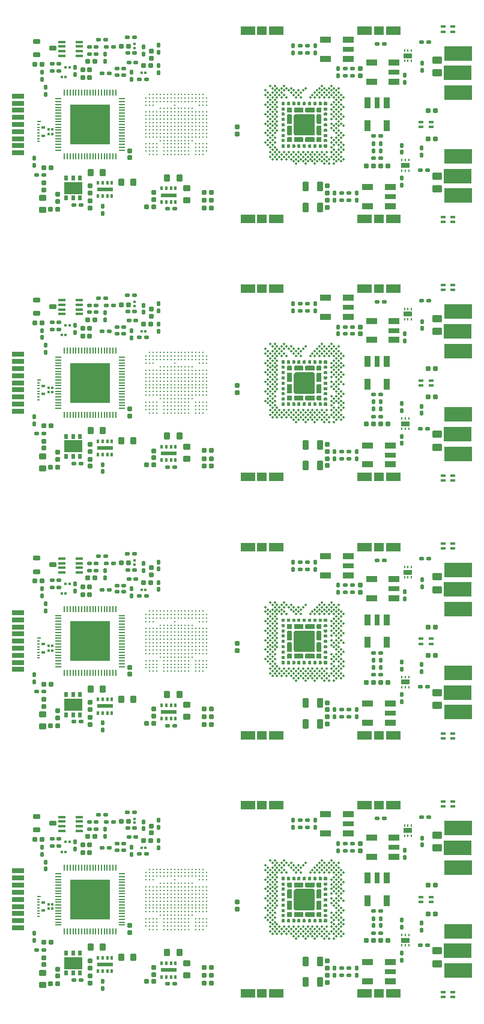
<source format=gtp>
G04*
G04 #@! TF.GenerationSoftware,Altium Limited,Altium Designer,19.1.6 (110)*
G04*
G04 Layer_Color=8421504*
%FSLAX44Y44*%
%MOMM*%
G71*
G01*
G75*
G04:AMPARAMS|DCode=14|XSize=0.5mm|YSize=0.6mm|CornerRadius=0.05mm|HoleSize=0mm|Usage=FLASHONLY|Rotation=90.000|XOffset=0mm|YOffset=0mm|HoleType=Round|Shape=RoundedRectangle|*
%AMROUNDEDRECTD14*
21,1,0.5000,0.5000,0,0,90.0*
21,1,0.4000,0.6000,0,0,90.0*
1,1,0.1000,0.2500,0.2000*
1,1,0.1000,0.2500,-0.2000*
1,1,0.1000,-0.2500,-0.2000*
1,1,0.1000,-0.2500,0.2000*
%
%ADD14ROUNDEDRECTD14*%
G04:AMPARAMS|DCode=15|XSize=1mm|YSize=0.9mm|CornerRadius=0.1125mm|HoleSize=0mm|Usage=FLASHONLY|Rotation=180.000|XOffset=0mm|YOffset=0mm|HoleType=Round|Shape=RoundedRectangle|*
%AMROUNDEDRECTD15*
21,1,1.0000,0.6750,0,0,180.0*
21,1,0.7750,0.9000,0,0,180.0*
1,1,0.2250,-0.3875,0.3375*
1,1,0.2250,0.3875,0.3375*
1,1,0.2250,0.3875,-0.3375*
1,1,0.2250,-0.3875,-0.3375*
%
%ADD15ROUNDEDRECTD15*%
G04:AMPARAMS|DCode=16|XSize=1mm|YSize=0.9mm|CornerRadius=0.1125mm|HoleSize=0mm|Usage=FLASHONLY|Rotation=270.000|XOffset=0mm|YOffset=0mm|HoleType=Round|Shape=RoundedRectangle|*
%AMROUNDEDRECTD16*
21,1,1.0000,0.6750,0,0,270.0*
21,1,0.7750,0.9000,0,0,270.0*
1,1,0.2250,-0.3375,-0.3875*
1,1,0.2250,-0.3375,0.3875*
1,1,0.2250,0.3375,0.3875*
1,1,0.2250,0.3375,-0.3875*
%
%ADD16ROUNDEDRECTD16*%
G04:AMPARAMS|DCode=17|XSize=0.6mm|YSize=0.6mm|CornerRadius=0.06mm|HoleSize=0mm|Usage=FLASHONLY|Rotation=180.000|XOffset=0mm|YOffset=0mm|HoleType=Round|Shape=RoundedRectangle|*
%AMROUNDEDRECTD17*
21,1,0.6000,0.4800,0,0,180.0*
21,1,0.4800,0.6000,0,0,180.0*
1,1,0.1200,-0.2400,0.2400*
1,1,0.1200,0.2400,0.2400*
1,1,0.1200,0.2400,-0.2400*
1,1,0.1200,-0.2400,-0.2400*
%
%ADD17ROUNDEDRECTD17*%
G04:AMPARAMS|DCode=18|XSize=0.6mm|YSize=0.6mm|CornerRadius=0.06mm|HoleSize=0mm|Usage=FLASHONLY|Rotation=90.000|XOffset=0mm|YOffset=0mm|HoleType=Round|Shape=RoundedRectangle|*
%AMROUNDEDRECTD18*
21,1,0.6000,0.4800,0,0,90.0*
21,1,0.4800,0.6000,0,0,90.0*
1,1,0.1200,0.2400,0.2400*
1,1,0.1200,0.2400,-0.2400*
1,1,0.1200,-0.2400,-0.2400*
1,1,0.1200,-0.2400,0.2400*
%
%ADD18ROUNDEDRECTD18*%
G04:AMPARAMS|DCode=19|XSize=0.5mm|YSize=0.6mm|CornerRadius=0.05mm|HoleSize=0mm|Usage=FLASHONLY|Rotation=0.000|XOffset=0mm|YOffset=0mm|HoleType=Round|Shape=RoundedRectangle|*
%AMROUNDEDRECTD19*
21,1,0.5000,0.5000,0,0,0.0*
21,1,0.4000,0.6000,0,0,0.0*
1,1,0.1000,0.2000,-0.2500*
1,1,0.1000,-0.2000,-0.2500*
1,1,0.1000,-0.2000,0.2500*
1,1,0.1000,0.2000,0.2500*
%
%ADD19ROUNDEDRECTD19*%
%ADD20R,0.3000X0.6000*%
%ADD21R,2.2500X0.6000*%
%ADD22R,1.4000X1.3000*%
%ADD23R,2.0000X1.3000*%
%ADD24C,0.2900*%
G04:AMPARAMS|DCode=25|XSize=0.6mm|YSize=1mm|CornerRadius=0.075mm|HoleSize=0mm|Usage=FLASHONLY|Rotation=270.000|XOffset=0mm|YOffset=0mm|HoleType=Round|Shape=RoundedRectangle|*
%AMROUNDEDRECTD25*
21,1,0.6000,0.8500,0,0,270.0*
21,1,0.4500,1.0000,0,0,270.0*
1,1,0.1500,-0.4250,-0.2250*
1,1,0.1500,-0.4250,0.2250*
1,1,0.1500,0.4250,0.2250*
1,1,0.1500,0.4250,-0.2250*
%
%ADD25ROUNDEDRECTD25*%
%ADD26R,0.3000X0.3500*%
%ADD27R,0.2000X0.9000*%
%ADD28R,0.9000X0.2000*%
%ADD29R,5.5500X5.5500*%
%ADD30R,1.0000X0.4000*%
%ADD31R,1.8000X0.7000*%
G04:AMPARAMS|DCode=32|XSize=0.7mm|YSize=0.4mm|CornerRadius=0.05mm|HoleSize=0mm|Usage=FLASHONLY|Rotation=180.000|XOffset=0mm|YOffset=0mm|HoleType=Round|Shape=RoundedRectangle|*
%AMROUNDEDRECTD32*
21,1,0.7000,0.3000,0,0,180.0*
21,1,0.6000,0.4000,0,0,180.0*
1,1,0.1000,-0.3000,0.1500*
1,1,0.1000,0.3000,0.1500*
1,1,0.1000,0.3000,-0.1500*
1,1,0.1000,-0.3000,-0.1500*
%
%ADD32ROUNDEDRECTD32*%
%ADD33R,0.5000X0.2300*%
%ADD34R,0.4000X0.2300*%
%ADD35R,0.6000X0.4500*%
G04:AMPARAMS|DCode=36|XSize=1.3mm|YSize=0.8mm|CornerRadius=0.1mm|HoleSize=0mm|Usage=FLASHONLY|Rotation=270.000|XOffset=0mm|YOffset=0mm|HoleType=Round|Shape=RoundedRectangle|*
%AMROUNDEDRECTD36*
21,1,1.3000,0.6000,0,0,270.0*
21,1,1.1000,0.8000,0,0,270.0*
1,1,0.2000,-0.3000,-0.5500*
1,1,0.2000,-0.3000,0.5500*
1,1,0.2000,0.3000,0.5500*
1,1,0.2000,0.3000,-0.5500*
%
%ADD36ROUNDEDRECTD36*%
G04:AMPARAMS|DCode=37|XSize=1.3mm|YSize=1mm|CornerRadius=0.125mm|HoleSize=0mm|Usage=FLASHONLY|Rotation=180.000|XOffset=0mm|YOffset=0mm|HoleType=Round|Shape=RoundedRectangle|*
%AMROUNDEDRECTD37*
21,1,1.3000,0.7500,0,0,180.0*
21,1,1.0500,1.0000,0,0,180.0*
1,1,0.2500,-0.5250,0.3750*
1,1,0.2500,0.5250,0.3750*
1,1,0.2500,0.5250,-0.3750*
1,1,0.2500,-0.5250,-0.3750*
%
%ADD37ROUNDEDRECTD37*%
%ADD38R,1.6500X0.9000*%
%ADD39R,1.6500X0.7600*%
%ADD40R,0.9000X1.6500*%
%ADD41R,0.7600X1.6500*%
%ADD44R,4.0000X2.0000*%
%ADD46R,0.3500X0.3000*%
%ADD47R,1.2000X0.7000*%
%ADD48R,0.2500X0.3500*%
%ADD49R,2.5000X1.7000*%
%ADD50R,0.5000X0.7000*%
%ADD51R,0.2000X0.2000*%
%ADD52C,0.3500*%
G36*
X475659Y1279762D02*
X475859Y1279762D01*
X476227Y1279609D01*
X476509Y1279327D01*
X476662Y1278959D01*
Y1278759D01*
X476662Y1275762D01*
X476662Y1275762D01*
X476662Y1275563D01*
X476510Y1275196D01*
X476228Y1274914D01*
X475860Y1274762D01*
X475662Y1274762D01*
X473410Y1274762D01*
X473410Y1274762D01*
X473211Y1274762D01*
X472844Y1274914D01*
X472564Y1275195D01*
X472412Y1275561D01*
X472411Y1275760D01*
X472410Y1278760D01*
X472410D01*
X472410Y1278959D01*
X472562Y1279327D01*
X472844Y1279609D01*
X473212Y1279762D01*
X473411Y1279761D01*
X475659Y1279762D01*
X475659Y1279762D01*
D02*
G37*
G36*
X431163Y1279759D02*
X431362Y1279759D01*
X431730Y1279607D01*
X432012Y1279325D01*
X432164Y1278957D01*
X432164Y1278757D01*
X432164D01*
X432163Y1275758D01*
X432163Y1275559D01*
X432010Y1275192D01*
X431730Y1274912D01*
X431363Y1274760D01*
X431164Y1274760D01*
X431165Y1274760D01*
X428913Y1274759D01*
X428713Y1274760D01*
X428346Y1274912D01*
X428065Y1275194D01*
X427912Y1275561D01*
X427912Y1275760D01*
X427912Y1275760D01*
X427912Y1278757D01*
Y1278956D01*
X428065Y1279325D01*
X428347Y1279607D01*
X428715Y1279759D01*
X428915Y1279759D01*
X428915Y1279759D01*
X431163Y1279759D01*
D02*
G37*
G36*
X468412Y1279758D02*
X468412Y1279757D01*
X468610Y1279757D01*
X468977Y1279605D01*
X469258Y1279325D01*
X469410Y1278958D01*
X469410Y1278760D01*
X469411Y1275760D01*
X469411D01*
X469412Y1275561D01*
X469259Y1275192D01*
X468978Y1274910D01*
X468610Y1274758D01*
X468410Y1274758D01*
X466162Y1274758D01*
X466162Y1274758D01*
X465963Y1274758D01*
X465594Y1274911D01*
X465312Y1275192D01*
X465159Y1275561D01*
Y1275760D01*
X465159Y1278757D01*
X465159Y1278757D01*
X465159Y1278956D01*
X465312Y1279324D01*
X465593Y1279605D01*
X465961Y1279758D01*
X466160Y1279758D01*
X468412Y1279758D01*
D02*
G37*
G36*
X461161Y1279757D02*
X461160Y1279756D01*
X461359Y1279756D01*
X461726Y1279604D01*
X462006Y1279324D01*
X462158Y1278957D01*
X462159Y1278759D01*
X462160Y1275759D01*
X462160D01*
X462160Y1275560D01*
X462008Y1275191D01*
X461726Y1274909D01*
X461358Y1274757D01*
X461159Y1274757D01*
X458911Y1274757D01*
X458911Y1274757D01*
X458711Y1274757D01*
X458343Y1274910D01*
X458061Y1275192D01*
X457908Y1275560D01*
Y1275759D01*
X457908Y1278756D01*
X457908Y1278756D01*
X457908Y1278955D01*
X458060Y1279323D01*
X458342Y1279604D01*
X458709Y1279757D01*
X458909Y1279757D01*
X461161Y1279757D01*
D02*
G37*
G36*
X453409Y1279756D02*
X453409Y1279755D01*
X453607Y1279755D01*
X453974Y1279604D01*
X454255Y1279323D01*
X454407Y1278956D01*
X454407Y1278758D01*
X454409Y1275758D01*
X454409D01*
X454409Y1275559D01*
X454257Y1275190D01*
X453975Y1274909D01*
X453607Y1274756D01*
X453408Y1274756D01*
X451159Y1274756D01*
X451159Y1274756D01*
X450960Y1274756D01*
X450592Y1274909D01*
X450309Y1275191D01*
X450157Y1275559D01*
Y1275759D01*
X450157Y1278755D01*
X450157Y1278755D01*
X450157Y1278954D01*
X450309Y1279322D01*
X450591Y1279603D01*
X450958Y1279756D01*
X451157Y1279756D01*
X453409Y1279756D01*
D02*
G37*
G36*
X483408Y1279762D02*
X483408Y1279762D01*
X483658Y1279762D01*
X484118Y1279572D01*
X484471Y1279219D01*
X484662Y1278758D01*
X484662Y1278509D01*
X484662Y1276012D01*
X484662Y1276012D01*
X484662Y1275764D01*
X484472Y1275304D01*
X484121Y1274953D01*
X483661Y1274763D01*
X483413Y1274763D01*
X480909Y1274762D01*
X480909Y1274762D01*
X480661Y1274762D01*
X480203Y1274952D01*
X479852Y1275303D01*
X479663Y1275761D01*
Y1276009D01*
X479662Y1278512D01*
X479662D01*
X479662Y1278761D01*
X479853Y1279220D01*
X480204Y1279572D01*
X480664Y1279763D01*
X480913Y1279763D01*
X483408Y1279762D01*
D02*
G37*
G36*
X423658Y1279760D02*
X423658Y1279760D01*
X423908Y1279760D01*
X424368Y1279569D01*
X424721Y1279217D01*
X424912Y1278756D01*
X424912Y1278507D01*
X424912Y1276010D01*
X424912Y1276010D01*
X424912Y1275761D01*
X424722Y1275302D01*
X424370Y1274951D01*
X423911Y1274761D01*
X423663Y1274761D01*
X421158Y1274760D01*
X421158Y1274760D01*
X420911Y1274760D01*
X420453Y1274950D01*
X420102Y1275301D01*
X419912Y1275759D01*
Y1276006D01*
X419912Y1278510D01*
X419912D01*
X419912Y1278758D01*
X420102Y1279218D01*
X420454Y1279570D01*
X420914Y1279761D01*
X421163Y1279761D01*
X423658Y1279760D01*
D02*
G37*
G36*
X438613Y1279755D02*
X438981Y1279603D01*
X439262Y1279322D01*
X439415Y1278954D01*
X439415Y1278755D01*
X439415Y1278755D01*
X439415Y1275758D01*
Y1275559D01*
X439262Y1275190D01*
X438980Y1274908D01*
X438611Y1274756D01*
X438412Y1274756D01*
X438412Y1274756D01*
X436164Y1274756D01*
X435965Y1274756D01*
X435596Y1274908D01*
X435315Y1275190D01*
X435162Y1275558D01*
X435163Y1275758D01*
X435163D01*
X435164Y1278757D01*
X435164Y1278956D01*
X435317Y1279323D01*
X435597Y1279603D01*
X435964Y1279755D01*
X436162Y1279755D01*
X436162Y1279755D01*
X438414Y1279756D01*
X438613Y1279755D01*
D02*
G37*
G36*
X445865Y1279754D02*
X446232Y1279602D01*
X446514Y1279321D01*
X446666Y1278953D01*
X446666Y1278754D01*
X446666Y1278754D01*
X446666Y1275757D01*
Y1275558D01*
X446513Y1275189D01*
X446231Y1274907D01*
X445863Y1274755D01*
X445663Y1274755D01*
X445663Y1274755D01*
X443415Y1274755D01*
X443216Y1274755D01*
X442848Y1274907D01*
X442566Y1275189D01*
X442414Y1275557D01*
X442414Y1275757D01*
X442414D01*
X442416Y1278756D01*
X442416Y1278955D01*
X442568Y1279322D01*
X442849Y1279602D01*
X443215Y1279754D01*
X443414Y1279754D01*
X443414Y1279754D01*
X445666Y1279755D01*
X445865Y1279754D01*
D02*
G37*
G36*
X434332Y1271653D02*
X434613Y1271372D01*
X434765Y1271005D01*
X434765Y1270806D01*
X434765Y1270806D01*
X434765Y1266056D01*
X434765Y1265857D01*
X434613Y1265489D01*
X434331Y1265208D01*
X433964Y1265056D01*
X433765Y1265056D01*
X433765Y1265056D01*
X429015Y1265056D01*
X428816Y1265056D01*
X428448Y1265209D01*
X428167Y1265490D01*
X428015Y1265857D01*
X428015Y1266056D01*
Y1266056D01*
X428015Y1270806D01*
X428015Y1271005D01*
X428167Y1271372D01*
X428449Y1271653D01*
X428817Y1271805D01*
X429016Y1271805D01*
X429016Y1271805D01*
X433766Y1271805D01*
X433964Y1271805D01*
X434332Y1271653D01*
D02*
G37*
G36*
X483659Y1271762D02*
X483858Y1271762D01*
X484225Y1271610D01*
X484507Y1271328D01*
X484659Y1270961D01*
X484660Y1270762D01*
X484659Y1268510D01*
X484659Y1268510D01*
X484659Y1268311D01*
X484507Y1267945D01*
X484226Y1267664D01*
X483860Y1267512D01*
X483661Y1267512D01*
X480662Y1267510D01*
X480662Y1267510D01*
X480462Y1267510D01*
X480094Y1267662D01*
X479812Y1267944D01*
X479660Y1268312D01*
X479660Y1268511D01*
X479660Y1270759D01*
X479660Y1270759D01*
X479660Y1270959D01*
X479812Y1271327D01*
X480094Y1271609D01*
X480463Y1271762D01*
X480662D01*
X483659Y1271762D01*
X483659Y1271762D01*
D02*
G37*
G36*
X423909Y1271760D02*
X424108Y1271760D01*
X424475Y1271607D01*
X424757Y1271326D01*
X424909Y1270958D01*
X424909Y1270759D01*
X424909Y1268507D01*
X424909Y1268507D01*
X424909Y1268309D01*
X424757Y1267942D01*
X424476Y1267662D01*
X424110Y1267509D01*
X423911Y1267509D01*
X420911Y1267508D01*
X420911Y1267508D01*
X420712Y1267507D01*
X420344Y1267660D01*
X420062Y1267941D01*
X419910Y1268310D01*
X419910Y1268509D01*
X419909Y1270757D01*
X419909Y1270757D01*
X419909Y1270956D01*
X420062Y1271325D01*
X420344Y1271607D01*
X420713Y1271760D01*
X420912D01*
X423909Y1271760D01*
X423909Y1271760D01*
D02*
G37*
G36*
X454765Y1271805D02*
X465765Y1271805D01*
X465765Y1271805D01*
X465964Y1271805D01*
X466331Y1271653D01*
X466612Y1271371D01*
X466764Y1271004D01*
X466764Y1270805D01*
X466765Y1266055D01*
X466764Y1266055D01*
X466764Y1265856D01*
X466612Y1265488D01*
X466330Y1265207D01*
X465963Y1265055D01*
X465764Y1265055D01*
X454764Y1265055D01*
X454764Y1265055D01*
X454565Y1265055D01*
X454198Y1265207D01*
X453917Y1265489D01*
X453764Y1265856D01*
X453765Y1266055D01*
X453764Y1270805D01*
Y1270805D01*
X453764Y1271004D01*
X453917Y1271372D01*
X454198Y1271653D01*
X454566Y1271805D01*
X454765Y1271805D01*
D02*
G37*
G36*
X475516D02*
X475715Y1271805D01*
X476082Y1271653D01*
X476363Y1271371D01*
X476515Y1271004D01*
X476515Y1270805D01*
X476515Y1270805D01*
X476515Y1266055D01*
X476515Y1265856D01*
X476363Y1265489D01*
X476082Y1265207D01*
X475715Y1265055D01*
X475516Y1265055D01*
X475516Y1265055D01*
X470766Y1265055D01*
X470567Y1265055D01*
X470199Y1265208D01*
X469918Y1265489D01*
X469766Y1265857D01*
X469766Y1266056D01*
X469766Y1266056D01*
X469766Y1270806D01*
X469766Y1271005D01*
X469919Y1271372D01*
X470200Y1271653D01*
X470567Y1271805D01*
X470766Y1271806D01*
X470766Y1271806D01*
X475516Y1271805D01*
D02*
G37*
G36*
X450331Y1271653D02*
X450613Y1271372D01*
X450765Y1271004D01*
X450765Y1270805D01*
X450765Y1270805D01*
X450765Y1266055D01*
X450765Y1265856D01*
X450613Y1265488D01*
X450331Y1265207D01*
X449964Y1265055D01*
X449765Y1265055D01*
X449765Y1265055D01*
X438765Y1265055D01*
X438566Y1265055D01*
X438199Y1265207D01*
X437917Y1265488D01*
X437765Y1265855D01*
X437765Y1266054D01*
X437765Y1266054D01*
X437765Y1270805D01*
X437765Y1271004D01*
X437917Y1271371D01*
X438198Y1271652D01*
X438566Y1271804D01*
X438765Y1271805D01*
X438765Y1271805D01*
X449765Y1271805D01*
X449964Y1271805D01*
X450331Y1271653D01*
D02*
G37*
G36*
X484229Y1264360D02*
X484511Y1264078D01*
X484663Y1263710D01*
X484663Y1263510D01*
X484663Y1261262D01*
X484663Y1261262D01*
X484663Y1261063D01*
X484511Y1260694D01*
X484229Y1260412D01*
X483860Y1260260D01*
X483661D01*
X480664Y1260259D01*
X480664Y1260259D01*
X480465Y1260259D01*
X480098Y1260412D01*
X479816Y1260693D01*
X479664Y1261061D01*
X479663Y1261260D01*
X479664Y1263512D01*
X479664Y1263512D01*
X479664Y1263710D01*
X479816Y1264077D01*
X480096Y1264358D01*
X480463Y1264510D01*
X480662Y1264510D01*
X483661Y1264511D01*
X483661Y1264511D01*
X483861Y1264512D01*
X484229Y1264360D01*
D02*
G37*
G36*
X424479Y1264357D02*
X424761Y1264075D01*
X424913Y1263707D01*
X424913Y1263508D01*
X424913Y1261260D01*
X424913Y1261260D01*
X424913Y1261060D01*
X424761Y1260692D01*
X424478Y1260410D01*
X424110Y1260257D01*
X423911D01*
X420914Y1260257D01*
X420914Y1260257D01*
X420715Y1260257D01*
X420347Y1260410D01*
X420066Y1260691D01*
X419913Y1261059D01*
X419913Y1261258D01*
X419913Y1263510D01*
X419914Y1263510D01*
X419914Y1263708D01*
X420066Y1264075D01*
X420346Y1264355D01*
X420713Y1264508D01*
X420911Y1264508D01*
X423911Y1264509D01*
X423911Y1264509D01*
X424110Y1264510D01*
X424479Y1264357D01*
D02*
G37*
G36*
X464265Y1262555D02*
X464862Y1262555D01*
X465965Y1262098D01*
X466808Y1261254D01*
X467265Y1260152D01*
X467265Y1259555D01*
X467265Y1235555D01*
X467265Y1235555D01*
X467265Y1234959D01*
X466809Y1233856D01*
X465965Y1233012D01*
X464862Y1232555D01*
X464265Y1232555D01*
X440265Y1232555D01*
X440265Y1232555D01*
X439668Y1232555D01*
X438566Y1233012D01*
X437722Y1233856D01*
X437265Y1234959D01*
X437266Y1235555D01*
X437265Y1259555D01*
X437265Y1259555D01*
X437265Y1260152D01*
X437722Y1261254D01*
X438565Y1262098D01*
X439668Y1262555D01*
X440265Y1262555D01*
X464265Y1262555D01*
X464265Y1262555D01*
D02*
G37*
G36*
X484230Y1257108D02*
X484512Y1256826D01*
X484664Y1256458D01*
X484664Y1256259D01*
X484664Y1254011D01*
X484664Y1254011D01*
X484664Y1253811D01*
X484512Y1253443D01*
X484230Y1253161D01*
X483861Y1253008D01*
X483662D01*
X480665Y1253008D01*
X480665Y1253008D01*
X480466Y1253008D01*
X480098Y1253161D01*
X479817Y1253442D01*
X479664Y1253810D01*
X479664Y1254009D01*
X479665Y1256261D01*
X479665Y1256261D01*
X479665Y1256459D01*
X479817Y1256826D01*
X480097Y1257106D01*
X480464Y1257259D01*
X480662Y1257259D01*
X483662Y1257260D01*
X483662Y1257260D01*
X483862Y1257261D01*
X484230Y1257108D01*
D02*
G37*
G36*
X424480Y1257106D02*
X424762Y1256824D01*
X424914Y1256456D01*
X424914Y1256257D01*
X424914Y1254009D01*
X424914Y1254008D01*
X424914Y1253809D01*
X424761Y1253441D01*
X424479Y1253159D01*
X424111Y1253006D01*
X423912D01*
X420915Y1253006D01*
X420915Y1253006D01*
X420716Y1253006D01*
X420348Y1253158D01*
X420067Y1253440D01*
X419914Y1253807D01*
X419914Y1254006D01*
X419914Y1256258D01*
X419915Y1256258D01*
X419915Y1256457D01*
X420066Y1256823D01*
X420347Y1257104D01*
X420714Y1257256D01*
X420912Y1257256D01*
X423912Y1257258D01*
X423912Y1257258D01*
X424111Y1257258D01*
X424480Y1257106D01*
D02*
G37*
G36*
X484231Y1249357D02*
X484513Y1249075D01*
X484665Y1248707D01*
X484665Y1248508D01*
X484665Y1246260D01*
X484665Y1246260D01*
X484665Y1246060D01*
X484512Y1245692D01*
X484230Y1245410D01*
X483862Y1245257D01*
X483663D01*
X480666Y1245257D01*
X480666Y1245257D01*
X480467Y1245257D01*
X480099Y1245409D01*
X479818Y1245691D01*
X479665Y1246058D01*
X479665Y1246257D01*
X479665Y1248509D01*
X479666Y1248509D01*
X479666Y1248708D01*
X479818Y1249074D01*
X480098Y1249355D01*
X480465Y1249507D01*
X480663Y1249507D01*
X483663Y1249509D01*
X483663Y1249509D01*
X483862Y1249509D01*
X484231Y1249357D01*
D02*
G37*
G36*
X424481Y1249355D02*
X424762Y1249073D01*
X424915Y1248705D01*
X424915Y1248505D01*
X424915Y1246257D01*
X424915Y1246257D01*
X424915Y1246058D01*
X424762Y1245689D01*
X424480Y1245407D01*
X424112Y1245255D01*
X423912D01*
X420916Y1245254D01*
X420916Y1245254D01*
X420717Y1245255D01*
X420349Y1245407D01*
X420068Y1245688D01*
X419915Y1246056D01*
X419915Y1246255D01*
X419915Y1248507D01*
X419915Y1248507D01*
X419916Y1248705D01*
X420067Y1249072D01*
X420348Y1249353D01*
X420715Y1249505D01*
X420913Y1249505D01*
X423913Y1249507D01*
X423913Y1249507D01*
X424112Y1249507D01*
X424481Y1249355D01*
D02*
G37*
G36*
X475515Y1262055D02*
X475714Y1262055D01*
X476081Y1261903D01*
X476362Y1261622D01*
X476515Y1261254D01*
X476515Y1261056D01*
X476515Y1261056D01*
X476515Y1250055D01*
X476515Y1249856D01*
X476363Y1249489D01*
X476082Y1249207D01*
X475714Y1249055D01*
X475515Y1249055D01*
X475515D01*
X470765Y1249056D01*
X470566Y1249055D01*
X470198Y1249208D01*
X469917Y1249489D01*
X469765Y1249856D01*
X469765Y1250055D01*
X469765Y1250055D01*
X469765Y1261055D01*
X469765Y1261254D01*
X469917Y1261621D01*
X470198Y1261903D01*
X470565Y1262055D01*
X470764Y1262055D01*
X470764Y1262056D01*
X475515Y1262055D01*
D02*
G37*
G36*
X429015Y1262055D02*
X429015Y1262055D01*
X433766Y1262054D01*
X433965Y1262054D01*
X434332Y1261902D01*
X434613Y1261621D01*
X434765Y1261254D01*
X434765Y1261055D01*
X434765Y1261055D01*
X434765Y1250055D01*
X434765Y1249856D01*
X434613Y1249489D01*
X434332Y1249207D01*
X433965Y1249055D01*
X433766Y1249054D01*
X433766Y1249054D01*
X429016Y1249055D01*
X428817Y1249055D01*
X428449Y1249207D01*
X428168Y1249488D01*
X428016Y1249855D01*
X428016Y1250054D01*
Y1250054D01*
X428015Y1261055D01*
X428015Y1261253D01*
X428167Y1261621D01*
X428449Y1261902D01*
X428816Y1262055D01*
X429015Y1262055D01*
D02*
G37*
G36*
X483664Y1241766D02*
X483863D01*
X484232Y1241613D01*
X484514Y1241331D01*
X484666Y1240963D01*
X484666Y1240763D01*
X484666Y1240763D01*
X484666Y1238515D01*
X484666Y1238316D01*
X484514Y1237948D01*
X484232Y1237666D01*
X483864Y1237514D01*
X483664Y1237514D01*
X483665Y1237514D01*
X480665Y1237516D01*
X480466Y1237516D01*
X480099Y1237668D01*
X479819Y1237949D01*
X479667Y1238315D01*
X479667Y1238514D01*
X479667Y1238514D01*
X479666Y1240766D01*
X479667Y1240965D01*
X479819Y1241332D01*
X480101Y1241614D01*
X480468Y1241766D01*
X480667Y1241766D01*
X480667Y1241766D01*
X483664Y1241766D01*
D02*
G37*
G36*
X423914Y1241764D02*
X424113D01*
X424482Y1241611D01*
X424764Y1241329D01*
X424916Y1240961D01*
X424916Y1240761D01*
X424916Y1240761D01*
X424916Y1238513D01*
X424916Y1238314D01*
X424764Y1237945D01*
X424482Y1237664D01*
X424114Y1237512D01*
X423914Y1237512D01*
X423914Y1237512D01*
X420914Y1237513D01*
X420716Y1237514D01*
X420349Y1237666D01*
X420069Y1237946D01*
X419917Y1238313D01*
X419917Y1238512D01*
X419917Y1238511D01*
X419916Y1240763D01*
X419916Y1240962D01*
X420069Y1241330D01*
X420350Y1241611D01*
X420718Y1241764D01*
X420917Y1241764D01*
X420917Y1241764D01*
X423914Y1241764D01*
D02*
G37*
G36*
X475515Y1246056D02*
X475714Y1246056D01*
X476081Y1245903D01*
X476362Y1245622D01*
X476514Y1245255D01*
X476514Y1245056D01*
X476514Y1245056D01*
X476515Y1234056D01*
X476515Y1233857D01*
X476363Y1233489D01*
X476082Y1233208D01*
X475714Y1233055D01*
X475515Y1233055D01*
X475515D01*
X470764Y1233056D01*
X470566Y1233056D01*
X470198Y1233208D01*
X469917Y1233489D01*
X469765Y1233856D01*
X469765Y1234055D01*
X469765Y1234055D01*
X469765Y1245055D01*
X469765Y1245254D01*
X469917Y1245622D01*
X470198Y1245903D01*
X470565Y1246056D01*
X470764Y1246056D01*
X470764Y1246056D01*
X475515Y1246056D01*
D02*
G37*
G36*
X429015Y1246055D02*
X429015Y1246055D01*
X433766Y1246055D01*
X433965Y1246055D01*
X434332Y1245903D01*
X434613Y1245621D01*
X434765Y1245254D01*
X434765Y1245055D01*
X434765Y1245055D01*
X434765Y1234055D01*
X434765Y1233856D01*
X434613Y1233489D01*
X434332Y1233207D01*
X433965Y1233055D01*
X433766Y1233055D01*
X433766Y1233055D01*
X429015Y1233055D01*
X428817Y1233055D01*
X428449Y1233207D01*
X428168Y1233488D01*
X428016Y1233856D01*
X428016Y1234055D01*
Y1234055D01*
X428015Y1245055D01*
X428015Y1245254D01*
X428167Y1245621D01*
X428448Y1245903D01*
X428816Y1246055D01*
X429015Y1246055D01*
D02*
G37*
G36*
X483663Y1234515D02*
X483862D01*
X484231Y1234362D01*
X484513Y1234080D01*
X484665Y1233712D01*
X484665Y1233512D01*
X484665Y1233512D01*
X484665Y1231264D01*
X484665Y1231065D01*
X484513Y1230696D01*
X484231Y1230415D01*
X483863Y1230263D01*
X483663Y1230263D01*
X483663Y1230263D01*
X480664Y1230264D01*
X480465Y1230265D01*
X480099Y1230417D01*
X479818Y1230697D01*
X479666Y1231064D01*
X479666Y1231263D01*
X479666Y1231262D01*
X479665Y1233514D01*
X479666Y1233713D01*
X479818Y1234081D01*
X480100Y1234362D01*
X480467Y1234515D01*
X480666Y1234515D01*
X480666Y1234515D01*
X483663Y1234515D01*
D02*
G37*
G36*
X423913Y1234512D02*
X424112D01*
X424481Y1234360D01*
X424763Y1234078D01*
X424915Y1233709D01*
X424915Y1233510D01*
X424915Y1233510D01*
X424915Y1231262D01*
X424915Y1231062D01*
X424763Y1230694D01*
X424481Y1230412D01*
X424113Y1230260D01*
X423913Y1230260D01*
X423913Y1230260D01*
X420914Y1230262D01*
X420715Y1230262D01*
X420348Y1230414D01*
X420068Y1230695D01*
X419916Y1231062D01*
X419916Y1231260D01*
X419916Y1231260D01*
X419915Y1233512D01*
X419916Y1233711D01*
X420068Y1234079D01*
X420350Y1234360D01*
X420717Y1234512D01*
X420916Y1234513D01*
X420916Y1234513D01*
X423913Y1234512D01*
D02*
G37*
G36*
X465765Y1230055D02*
X465964Y1230055D01*
X466331Y1229903D01*
X466613Y1229622D01*
X466765Y1229255D01*
X466766Y1229056D01*
X466766Y1229056D01*
X466765Y1224305D01*
X466765Y1224107D01*
X466613Y1223739D01*
X466332Y1223458D01*
X465964Y1223306D01*
X465766Y1223306D01*
X465766D01*
X454766Y1223305D01*
X454566Y1223305D01*
X454199Y1223457D01*
X453918Y1223738D01*
X453765Y1224106D01*
X453765Y1224305D01*
Y1224305D01*
X453766Y1229056D01*
X453765Y1229255D01*
X453918Y1229622D01*
X454199Y1229903D01*
X454566Y1230055D01*
X454765Y1230055D01*
X454765Y1230055D01*
X465765Y1230055D01*
D02*
G37*
G36*
X449766Y1230055D02*
X449965Y1230055D01*
X450332Y1229903D01*
X450614Y1229622D01*
X450766Y1229254D01*
X450765Y1229055D01*
X450766Y1224305D01*
X450766Y1224305D01*
X450766Y1224106D01*
X450614Y1223738D01*
X450332Y1223457D01*
X449965Y1223305D01*
X449766Y1223305D01*
X438765Y1223305D01*
X438766D01*
X438567Y1223305D01*
X438199Y1223458D01*
X437918Y1223739D01*
X437766Y1224106D01*
X437766Y1224305D01*
X437766Y1229056D01*
X437766Y1229055D01*
X437766Y1229254D01*
X437918Y1229622D01*
X438200Y1229903D01*
X438567Y1230055D01*
X438766Y1230055D01*
X449766Y1230055D01*
X449766Y1230055D01*
D02*
G37*
G36*
X475516Y1230054D02*
X475714Y1230054D01*
X476082Y1229901D01*
X476363Y1229620D01*
X476515Y1229253D01*
X476516Y1229054D01*
X476516D01*
X476515Y1224305D01*
X476515Y1224106D01*
X476363Y1223738D01*
X476081Y1223457D01*
X475714Y1223305D01*
X475514Y1223305D01*
X475514Y1223305D01*
X470765Y1223305D01*
X470566Y1223305D01*
X470198Y1223457D01*
X469917Y1223738D01*
X469765Y1224106D01*
X469765Y1224304D01*
X469765Y1224305D01*
X469765Y1229054D01*
X469765Y1229253D01*
X469918Y1229621D01*
X470199Y1229902D01*
X470567Y1230054D01*
X470766Y1230054D01*
X470765Y1230054D01*
X475516Y1230054D01*
D02*
G37*
G36*
X433767Y1230053D02*
X433965Y1230053D01*
X434333Y1229900D01*
X434614Y1229619D01*
X434766Y1229252D01*
X434767Y1229053D01*
X434767D01*
X434766Y1224304D01*
X434766Y1224105D01*
X434614Y1223737D01*
X434332Y1223456D01*
X433965Y1223304D01*
X433766Y1223304D01*
X433765Y1223304D01*
X429016Y1223304D01*
X428817Y1223304D01*
X428449Y1223456D01*
X428168Y1223737D01*
X428016Y1224105D01*
X428016Y1224303D01*
X428016Y1224304D01*
X428016Y1229053D01*
X428016Y1229252D01*
X428169Y1229620D01*
X428450Y1229901D01*
X428818Y1230053D01*
X429017Y1230053D01*
X429016Y1230053D01*
X433767Y1230053D01*
D02*
G37*
G36*
X480664Y1227264D02*
X480664Y1227264D01*
X483663Y1227263D01*
X483862Y1227263D01*
X484229Y1227111D01*
X484509Y1226830D01*
X484661Y1226463D01*
X484661Y1226265D01*
X484661Y1226265D01*
X484662Y1224013D01*
X484661Y1223814D01*
X484509Y1223446D01*
X484228Y1223165D01*
X483860Y1223012D01*
X483661Y1223012D01*
X483661Y1223012D01*
X480664Y1223012D01*
X480465D01*
X480096Y1223165D01*
X479814Y1223447D01*
X479662Y1223816D01*
X479662Y1224015D01*
X479662Y1224015D01*
X479662Y1226263D01*
X479662Y1226462D01*
X479814Y1226831D01*
X480096Y1227112D01*
X480464Y1227265D01*
X480664Y1227264D01*
D02*
G37*
G36*
X420914Y1227262D02*
X420914Y1227262D01*
X423913Y1227261D01*
X424112Y1227260D01*
X424478Y1227108D01*
X424759Y1226827D01*
X424911Y1226461D01*
X424911Y1226262D01*
X424911Y1226262D01*
X424911Y1224010D01*
X424911Y1223811D01*
X424759Y1223444D01*
X424477Y1223162D01*
X424110Y1223010D01*
X423911Y1223010D01*
X423911Y1223010D01*
X420914Y1223010D01*
X420715D01*
X420346Y1223163D01*
X420064Y1223445D01*
X419912Y1223813D01*
X419912Y1224013D01*
X419912Y1224013D01*
X419912Y1226261D01*
X419912Y1226460D01*
X420064Y1226828D01*
X420346Y1227110D01*
X420714Y1227262D01*
X420914Y1227262D01*
D02*
G37*
G36*
X461159Y1220263D02*
X461358Y1220264D01*
X461727Y1220111D01*
X462008Y1219829D01*
X462161Y1219461D01*
X462160Y1219262D01*
X462160Y1219262D01*
X462159Y1216262D01*
X462159Y1216063D01*
X462006Y1215697D01*
X461726Y1215416D01*
X461359Y1215264D01*
X461161Y1215264D01*
X461161Y1215264D01*
X458909Y1215264D01*
X458710Y1215264D01*
X458342Y1215416D01*
X458061Y1215698D01*
X457908Y1216066D01*
X457908Y1216264D01*
X457908Y1216264D01*
X457908Y1219261D01*
Y1219461D01*
X458061Y1219829D01*
X458343Y1220111D01*
X458712Y1220264D01*
X458911Y1220264D01*
X458911Y1220264D01*
X461159Y1220263D01*
D02*
G37*
G36*
X468410Y1220262D02*
X468610Y1220263D01*
X468978Y1220110D01*
X469260Y1219828D01*
X469412Y1219460D01*
X469412Y1219261D01*
X469412Y1219261D01*
X469410Y1216261D01*
X469410Y1216062D01*
X469258Y1215696D01*
X468977Y1215415D01*
X468610Y1215263D01*
X468412Y1215263D01*
X468412Y1215263D01*
X466160Y1215263D01*
X465961Y1215263D01*
X465593Y1215415D01*
X465312Y1215697D01*
X465160Y1216065D01*
X465159Y1216264D01*
X465159Y1216263D01*
X465160Y1219260D01*
Y1219460D01*
X465312Y1219828D01*
X465594Y1220110D01*
X465963Y1220263D01*
X466162Y1220263D01*
X466162Y1220263D01*
X468410Y1220262D01*
D02*
G37*
G36*
X453415Y1220262D02*
X453614Y1220262D01*
X453983Y1220110D01*
X454265Y1219828D01*
X454417Y1219459D01*
Y1219260D01*
X454418Y1216263D01*
X454418Y1216263D01*
X454417Y1216064D01*
X454265Y1215697D01*
X453984Y1215415D01*
X453616Y1215263D01*
X453417Y1215262D01*
X451165Y1215263D01*
X451165Y1215263D01*
X450967Y1215263D01*
X450600Y1215415D01*
X450319Y1215695D01*
X450167Y1216062D01*
X450167Y1216261D01*
X450165Y1219260D01*
X450165Y1219260D01*
X450165Y1219460D01*
X450317Y1219828D01*
X450599Y1220110D01*
X450967Y1220262D01*
X451167Y1220262D01*
X453415Y1220262D01*
X453415Y1220262D01*
D02*
G37*
G36*
X445664Y1220261D02*
X445863Y1220261D01*
X446231Y1220109D01*
X446513Y1219827D01*
X446666Y1219458D01*
Y1219259D01*
X446666Y1216262D01*
X446666Y1216262D01*
X446666Y1216063D01*
X446514Y1215696D01*
X446232Y1215414D01*
X445865Y1215262D01*
X445666Y1215262D01*
X443414Y1215262D01*
X443414Y1215262D01*
X443215Y1215262D01*
X442849Y1215414D01*
X442568Y1215695D01*
X442416Y1216061D01*
X442416Y1216260D01*
X442414Y1219259D01*
Y1219259D01*
X442414Y1219459D01*
X442566Y1219827D01*
X442848Y1220109D01*
X443216Y1220261D01*
X443415Y1220261D01*
X445663Y1220262D01*
X445664Y1220261D01*
D02*
G37*
G36*
X438980Y1220108D02*
X439262Y1219826D01*
X439415Y1219457D01*
Y1219258D01*
X439415Y1216261D01*
X439415Y1216261D01*
X439415Y1216062D01*
X439263Y1215695D01*
X438981Y1215413D01*
X438614Y1215261D01*
X438414Y1215261D01*
X436162Y1215261D01*
X436163Y1215261D01*
X435964Y1215261D01*
X435597Y1215413D01*
X435317Y1215694D01*
X435165Y1216060D01*
X435164Y1216259D01*
X435163Y1219259D01*
X435163Y1219259D01*
X435163Y1219458D01*
X435315Y1219826D01*
X435597Y1220108D01*
X435965Y1220260D01*
X436164Y1220260D01*
X438412Y1220260D01*
X438412Y1220260D01*
X438612Y1220260D01*
X438980Y1220108D01*
D02*
G37*
G36*
X431165Y1220257D02*
X431165Y1220256D01*
X431363Y1220256D01*
X431730Y1220104D01*
X432011Y1219824D01*
X432163Y1219457D01*
X432163Y1219259D01*
X432164Y1216259D01*
X432164Y1216259D01*
X432165Y1216059D01*
X432012Y1215691D01*
X431731Y1215409D01*
X431362Y1215257D01*
X431163Y1215257D01*
X428915Y1215257D01*
X428915Y1215257D01*
X428716Y1215257D01*
X428347Y1215409D01*
X428065Y1215691D01*
X427912Y1216060D01*
Y1216259D01*
X427912Y1219256D01*
X427912Y1219256D01*
X427912Y1219455D01*
X428065Y1219823D01*
X428346Y1220104D01*
X428714Y1220257D01*
X428913Y1220257D01*
X431165Y1220257D01*
D02*
G37*
G36*
X483409Y1220262D02*
X483409Y1220262D01*
X483658Y1220262D01*
X484119Y1220071D01*
X484471Y1219719D01*
X484662Y1219258D01*
X484662Y1219009D01*
X484662Y1216512D01*
X484662Y1216512D01*
X484662Y1216264D01*
X484472Y1215804D01*
X484121Y1215453D01*
X483662Y1215263D01*
X483413Y1215263D01*
X480909Y1215262D01*
X480909Y1215262D01*
X480661Y1215262D01*
X480203Y1215452D01*
X479852Y1215803D01*
X479663Y1216261D01*
Y1216509D01*
X479662Y1219012D01*
X479662D01*
X479662Y1219260D01*
X479853Y1219720D01*
X480205Y1220072D01*
X480664Y1220263D01*
X480913Y1220263D01*
X483409Y1220262D01*
D02*
G37*
G36*
X423658Y1220260D02*
X423658Y1220260D01*
X423908Y1220260D01*
X424369Y1220069D01*
X424721Y1219717D01*
X424912Y1219256D01*
X424912Y1219006D01*
X424912Y1216510D01*
X424912Y1216510D01*
X424912Y1216261D01*
X424722Y1215802D01*
X424371Y1215451D01*
X423911Y1215260D01*
X423663Y1215260D01*
X421159Y1215260D01*
X421159Y1215260D01*
X420911Y1215260D01*
X420453Y1215450D01*
X420102Y1215800D01*
X419913Y1216258D01*
Y1216506D01*
X419912Y1219009D01*
X419912D01*
X419912Y1219258D01*
X420103Y1219718D01*
X420454Y1220070D01*
X420914Y1220260D01*
X421163Y1220261D01*
X423658Y1220260D01*
D02*
G37*
G36*
X475861Y1220259D02*
X476228Y1220106D01*
X476510Y1219825D01*
X476662Y1219457D01*
X476662Y1219258D01*
X476662Y1219258D01*
X476662Y1216262D01*
Y1216062D01*
X476509Y1215694D01*
X476227Y1215412D01*
X475859Y1215259D01*
X475659Y1215259D01*
X475659Y1215259D01*
X473411Y1215259D01*
X473212Y1215259D01*
X472844Y1215412D01*
X472562Y1215693D01*
X472410Y1216062D01*
X472410Y1216261D01*
X472410Y1216261D01*
X472412Y1219261D01*
X472412Y1219459D01*
X472564Y1219826D01*
X472845Y1220107D01*
X473211Y1220258D01*
X473410Y1220258D01*
X473410Y1220259D01*
X475662Y1220259D01*
X475861Y1220259D01*
D02*
G37*
G36*
X475659Y916061D02*
X475859Y916061D01*
X476227Y915909D01*
X476509Y915627D01*
X476662Y915258D01*
Y915059D01*
X476662Y912062D01*
X476662Y912062D01*
X476662Y911863D01*
X476510Y911496D01*
X476228Y911214D01*
X475860Y911062D01*
X475662Y911062D01*
X473410Y911062D01*
X473410Y911062D01*
X473211Y911062D01*
X472844Y911214D01*
X472564Y911495D01*
X472412Y911861D01*
X472411Y912060D01*
X472410Y915060D01*
X472410D01*
X472410Y915259D01*
X472562Y915627D01*
X472844Y915909D01*
X473212Y916061D01*
X473411Y916061D01*
X475659Y916061D01*
X475659Y916061D01*
D02*
G37*
G36*
X431163Y916059D02*
X431362Y916059D01*
X431730Y915907D01*
X432012Y915625D01*
X432164Y915257D01*
X432164Y915057D01*
X432164D01*
X432163Y912057D01*
X432163Y911859D01*
X432010Y911492D01*
X431730Y911212D01*
X431363Y911060D01*
X431164Y911060D01*
X431165Y911060D01*
X428913Y911059D01*
X428713Y911060D01*
X428346Y911212D01*
X428065Y911494D01*
X427912Y911861D01*
X427912Y912060D01*
X427912Y912060D01*
X427912Y915057D01*
Y915256D01*
X428065Y915625D01*
X428347Y915907D01*
X428715Y916059D01*
X428915Y916059D01*
X428915Y916059D01*
X431163Y916059D01*
D02*
G37*
G36*
X468412Y916057D02*
X468412Y916057D01*
X468610Y916057D01*
X468977Y915905D01*
X469258Y915625D01*
X469410Y915258D01*
X469410Y915060D01*
X469411Y912060D01*
X469411D01*
X469412Y911861D01*
X469259Y911492D01*
X468978Y911210D01*
X468610Y911058D01*
X468410Y911058D01*
X466162Y911058D01*
X466162Y911058D01*
X465963Y911058D01*
X465594Y911210D01*
X465312Y911492D01*
X465159Y911861D01*
Y912060D01*
X465159Y915057D01*
X465159Y915057D01*
X465159Y915256D01*
X465312Y915624D01*
X465593Y915905D01*
X465961Y916058D01*
X466160Y916058D01*
X468412Y916057D01*
D02*
G37*
G36*
X461161Y916057D02*
X461160Y916056D01*
X461359Y916056D01*
X461726Y915904D01*
X462006Y915624D01*
X462158Y915257D01*
X462159Y915059D01*
X462160Y912059D01*
X462160D01*
X462160Y911860D01*
X462008Y911491D01*
X461726Y911209D01*
X461358Y911057D01*
X461159Y911057D01*
X458911Y911057D01*
X458911Y911057D01*
X458711Y911057D01*
X458343Y911209D01*
X458061Y911491D01*
X457908Y911860D01*
Y912059D01*
X457908Y915056D01*
X457908Y915056D01*
X457908Y915255D01*
X458060Y915623D01*
X458342Y915904D01*
X458709Y916057D01*
X458909Y916057D01*
X461161Y916057D01*
D02*
G37*
G36*
X453409Y916056D02*
X453409Y916055D01*
X453607Y916055D01*
X453974Y915903D01*
X454255Y915623D01*
X454407Y915256D01*
X454407Y915058D01*
X454409Y912058D01*
X454409D01*
X454409Y911859D01*
X454257Y911490D01*
X453975Y911208D01*
X453607Y911056D01*
X453408Y911056D01*
X451159Y911056D01*
X451159Y911056D01*
X450960Y911056D01*
X450592Y911209D01*
X450309Y911491D01*
X450157Y911859D01*
Y912058D01*
X450157Y915055D01*
X450157Y915055D01*
X450157Y915254D01*
X450309Y915622D01*
X450591Y915903D01*
X450958Y916056D01*
X451157Y916056D01*
X453409Y916056D01*
D02*
G37*
G36*
X483408Y916062D02*
X483408Y916062D01*
X483658Y916062D01*
X484118Y915872D01*
X484471Y915519D01*
X484662Y915058D01*
X484662Y914809D01*
X484662Y912312D01*
X484662Y912312D01*
X484662Y912064D01*
X484472Y911604D01*
X484121Y911253D01*
X483661Y911063D01*
X483413Y911063D01*
X480909Y911062D01*
X480909Y911062D01*
X480661Y911062D01*
X480203Y911252D01*
X479852Y911603D01*
X479663Y912061D01*
Y912309D01*
X479662Y914812D01*
X479662D01*
X479662Y915061D01*
X479853Y915520D01*
X480204Y915872D01*
X480664Y916063D01*
X480913Y916063D01*
X483408Y916062D01*
D02*
G37*
G36*
X423658Y916060D02*
X423658Y916060D01*
X423908Y916060D01*
X424368Y915869D01*
X424721Y915517D01*
X424912Y915056D01*
X424912Y914807D01*
X424912Y912310D01*
X424912Y912310D01*
X424912Y912061D01*
X424722Y911602D01*
X424370Y911251D01*
X423911Y911060D01*
X423663Y911060D01*
X421158Y911060D01*
X421158Y911060D01*
X420911Y911060D01*
X420453Y911250D01*
X420102Y911600D01*
X419912Y912059D01*
Y912307D01*
X419912Y914809D01*
X419912D01*
X419912Y915058D01*
X420102Y915518D01*
X420454Y915870D01*
X420914Y916060D01*
X421163Y916061D01*
X423658Y916060D01*
D02*
G37*
G36*
X438613Y916055D02*
X438981Y915903D01*
X439262Y915621D01*
X439415Y915254D01*
X439415Y915055D01*
X439415Y915055D01*
X439415Y912058D01*
Y911859D01*
X439262Y911490D01*
X438980Y911208D01*
X438611Y911056D01*
X438412Y911056D01*
X438412Y911056D01*
X436164Y911056D01*
X435965Y911056D01*
X435596Y911208D01*
X435315Y911490D01*
X435162Y911858D01*
X435163Y912058D01*
X435163D01*
X435164Y915057D01*
X435164Y915256D01*
X435317Y915622D01*
X435597Y915903D01*
X435964Y916055D01*
X436162Y916055D01*
X436162Y916055D01*
X438414Y916056D01*
X438613Y916055D01*
D02*
G37*
G36*
X445865Y916055D02*
X446232Y915902D01*
X446514Y915620D01*
X446666Y915253D01*
X446666Y915054D01*
X446666Y915054D01*
X446666Y912057D01*
Y911858D01*
X446513Y911489D01*
X446231Y911207D01*
X445863Y911055D01*
X445663Y911055D01*
X445663Y911055D01*
X443415Y911055D01*
X443216Y911055D01*
X442848Y911207D01*
X442566Y911489D01*
X442414Y911857D01*
X442414Y912057D01*
X442414D01*
X442416Y915057D01*
X442416Y915255D01*
X442568Y915622D01*
X442849Y915902D01*
X443215Y916054D01*
X443414Y916054D01*
X443414Y916054D01*
X445666Y916055D01*
X445865Y916055D01*
D02*
G37*
G36*
X434332Y907953D02*
X434613Y907672D01*
X434765Y907305D01*
X434765Y907106D01*
X434765Y907106D01*
X434765Y902356D01*
X434765Y902157D01*
X434613Y901789D01*
X434331Y901508D01*
X433964Y901356D01*
X433765Y901356D01*
X433765Y901356D01*
X429015Y901356D01*
X428816Y901356D01*
X428448Y901509D01*
X428167Y901790D01*
X428015Y902157D01*
X428015Y902356D01*
Y902356D01*
X428015Y907106D01*
X428015Y907305D01*
X428167Y907672D01*
X428449Y907953D01*
X428817Y908105D01*
X429016Y908105D01*
X429016Y908105D01*
X433766Y908105D01*
X433964Y908105D01*
X434332Y907953D01*
D02*
G37*
G36*
X483659Y908062D02*
X483858Y908062D01*
X484225Y907909D01*
X484507Y907628D01*
X484659Y907261D01*
X484660Y907062D01*
X484659Y904810D01*
X484659Y904810D01*
X484659Y904611D01*
X484507Y904245D01*
X484226Y903964D01*
X483860Y903812D01*
X483661Y903811D01*
X480662Y903810D01*
X480662Y903810D01*
X480462Y903810D01*
X480094Y903962D01*
X479812Y904244D01*
X479660Y904612D01*
X479660Y904811D01*
X479660Y907059D01*
X479660Y907059D01*
X479660Y907259D01*
X479812Y907627D01*
X480094Y907909D01*
X480463Y908062D01*
X480662D01*
X483659Y908062D01*
X483659Y908062D01*
D02*
G37*
G36*
X423909Y908060D02*
X424108Y908060D01*
X424475Y907907D01*
X424757Y907626D01*
X424909Y907258D01*
X424909Y907059D01*
X424909Y904807D01*
X424909Y904807D01*
X424909Y904609D01*
X424757Y904242D01*
X424476Y903961D01*
X424110Y903809D01*
X423911Y903809D01*
X420911Y903808D01*
X420911Y903808D01*
X420712Y903807D01*
X420344Y903960D01*
X420062Y904241D01*
X419910Y904610D01*
X419910Y904809D01*
X419909Y907057D01*
X419909Y907057D01*
X419909Y907256D01*
X420062Y907625D01*
X420344Y907907D01*
X420713Y908060D01*
X420912D01*
X423909Y908060D01*
X423909Y908060D01*
D02*
G37*
G36*
X454765Y908105D02*
X465765Y908105D01*
X465765Y908105D01*
X465964Y908105D01*
X466331Y907952D01*
X466612Y907671D01*
X466764Y907304D01*
X466764Y907105D01*
X466765Y902355D01*
X466764Y902355D01*
X466764Y902156D01*
X466612Y901788D01*
X466330Y901507D01*
X465963Y901355D01*
X465764Y901355D01*
X454764Y901355D01*
X454764Y901355D01*
X454565Y901355D01*
X454198Y901507D01*
X453917Y901788D01*
X453764Y902156D01*
X453765Y902355D01*
X453764Y907105D01*
Y907105D01*
X453764Y907304D01*
X453917Y907672D01*
X454198Y907953D01*
X454566Y908105D01*
X454765Y908105D01*
D02*
G37*
G36*
X475516D02*
X475715Y908105D01*
X476082Y907953D01*
X476363Y907671D01*
X476515Y907304D01*
X476515Y907105D01*
X476515Y907105D01*
X476515Y902355D01*
X476515Y902156D01*
X476363Y901788D01*
X476082Y901507D01*
X475715Y901355D01*
X475516Y901355D01*
X475516Y901355D01*
X470766Y901355D01*
X470567Y901355D01*
X470199Y901508D01*
X469918Y901789D01*
X469766Y902157D01*
X469766Y902356D01*
X469766Y902356D01*
X469766Y907106D01*
X469766Y907305D01*
X469919Y907672D01*
X470200Y907953D01*
X470567Y908105D01*
X470766Y908106D01*
X470766Y908106D01*
X475516Y908105D01*
D02*
G37*
G36*
X450331Y907953D02*
X450613Y907672D01*
X450765Y907304D01*
X450765Y907105D01*
X450765Y907105D01*
X450765Y902354D01*
X450765Y902156D01*
X450613Y901788D01*
X450331Y901507D01*
X449964Y901355D01*
X449765Y901355D01*
X449765Y901355D01*
X438765Y901355D01*
X438566Y901355D01*
X438199Y901507D01*
X437917Y901788D01*
X437765Y902155D01*
X437765Y902354D01*
X437765Y902354D01*
X437765Y907105D01*
X437765Y907303D01*
X437917Y907671D01*
X438198Y907952D01*
X438566Y908104D01*
X438765Y908104D01*
X438765Y908104D01*
X449765Y908105D01*
X449964Y908105D01*
X450331Y907953D01*
D02*
G37*
G36*
X484229Y900659D02*
X484511Y900378D01*
X484663Y900010D01*
X484663Y899810D01*
X484663Y897562D01*
X484663Y897562D01*
X484663Y897363D01*
X484511Y896994D01*
X484229Y896712D01*
X483860Y896560D01*
X483661D01*
X480664Y896559D01*
X480664Y896559D01*
X480465Y896559D01*
X480098Y896712D01*
X479816Y896993D01*
X479664Y897361D01*
X479663Y897560D01*
X479664Y899812D01*
X479664Y899812D01*
X479664Y900010D01*
X479816Y900377D01*
X480096Y900658D01*
X480463Y900810D01*
X480662Y900810D01*
X483661Y900811D01*
X483661Y900811D01*
X483861Y900812D01*
X484229Y900659D01*
D02*
G37*
G36*
X424479Y900657D02*
X424761Y900376D01*
X424913Y900007D01*
X424913Y899808D01*
X424913Y897560D01*
X424913Y897560D01*
X424913Y897360D01*
X424761Y896992D01*
X424478Y896710D01*
X424110Y896557D01*
X423911D01*
X420914Y896557D01*
X420914Y896557D01*
X420715Y896557D01*
X420347Y896710D01*
X420066Y896991D01*
X419913Y897359D01*
X419913Y897558D01*
X419913Y899810D01*
X419914Y899809D01*
X419914Y900008D01*
X420066Y900375D01*
X420346Y900655D01*
X420713Y900807D01*
X420911Y900808D01*
X423911Y900809D01*
X423911Y900809D01*
X424110Y900809D01*
X424479Y900657D01*
D02*
G37*
G36*
X464265Y898855D02*
X464862Y898855D01*
X465965Y898398D01*
X466808Y897554D01*
X467265Y896452D01*
X467265Y895855D01*
X467265Y871855D01*
X467265Y871855D01*
X467265Y871259D01*
X466809Y870156D01*
X465965Y869312D01*
X464862Y868855D01*
X464265Y868855D01*
X440265Y868855D01*
X440265Y868855D01*
X439668Y868855D01*
X438566Y869312D01*
X437722Y870156D01*
X437265Y871259D01*
X437266Y871855D01*
X437265Y895855D01*
X437265Y895855D01*
X437265Y896452D01*
X437722Y897554D01*
X438565Y898398D01*
X439668Y898855D01*
X440265Y898855D01*
X464265Y898855D01*
X464265Y898855D01*
D02*
G37*
G36*
X484230Y893408D02*
X484512Y893127D01*
X484664Y892758D01*
X484664Y892559D01*
X484664Y890311D01*
X484664Y890311D01*
X484664Y890111D01*
X484512Y889743D01*
X484230Y889461D01*
X483861Y889308D01*
X483662D01*
X480665Y889308D01*
X480665Y889308D01*
X480466Y889308D01*
X480098Y889461D01*
X479817Y889742D01*
X479664Y890109D01*
X479664Y890309D01*
X479665Y892561D01*
X479665Y892560D01*
X479665Y892759D01*
X479817Y893126D01*
X480097Y893406D01*
X480464Y893558D01*
X480662Y893559D01*
X483662Y893560D01*
X483662Y893560D01*
X483862Y893560D01*
X484230Y893408D01*
D02*
G37*
G36*
X424480Y893406D02*
X424762Y893124D01*
X424914Y892756D01*
X424914Y892557D01*
X424914Y890309D01*
X424914Y890309D01*
X424914Y890109D01*
X424761Y889741D01*
X424479Y889458D01*
X424111Y889306D01*
X423912D01*
X420915Y889306D01*
X420915Y889306D01*
X420716Y889306D01*
X420348Y889458D01*
X420067Y889740D01*
X419914Y890107D01*
X419914Y890306D01*
X419914Y892558D01*
X419915Y892558D01*
X419915Y892757D01*
X420066Y893123D01*
X420347Y893404D01*
X420714Y893556D01*
X420912Y893556D01*
X423912Y893558D01*
X423912Y893558D01*
X424111Y893558D01*
X424480Y893406D01*
D02*
G37*
G36*
X484231Y885657D02*
X484513Y885375D01*
X484665Y885007D01*
X484665Y884808D01*
X484665Y882560D01*
X484665Y882559D01*
X484665Y882360D01*
X484512Y881992D01*
X484230Y881710D01*
X483862Y881557D01*
X483663D01*
X480666Y881557D01*
X480666Y881557D01*
X480467Y881557D01*
X480099Y881709D01*
X479818Y881991D01*
X479665Y882358D01*
X479665Y882557D01*
X479665Y884809D01*
X479666Y884809D01*
X479666Y885008D01*
X479818Y885374D01*
X480098Y885655D01*
X480465Y885807D01*
X480663Y885807D01*
X483663Y885809D01*
X483663Y885809D01*
X483862Y885809D01*
X484231Y885657D01*
D02*
G37*
G36*
X424481Y885655D02*
X424762Y885373D01*
X424915Y885005D01*
X424915Y884805D01*
X424915Y882557D01*
X424915Y882557D01*
X424915Y882358D01*
X424762Y881989D01*
X424480Y881707D01*
X424112Y881555D01*
X423912D01*
X420916Y881554D01*
X420916Y881554D01*
X420717Y881554D01*
X420349Y881707D01*
X420068Y881988D01*
X419915Y882356D01*
X419915Y882555D01*
X419915Y884807D01*
X419915Y884807D01*
X419916Y885005D01*
X420067Y885372D01*
X420348Y885653D01*
X420715Y885805D01*
X420913Y885805D01*
X423913Y885807D01*
X423913Y885807D01*
X424112Y885807D01*
X424481Y885655D01*
D02*
G37*
G36*
X475515Y898355D02*
X475714Y898355D01*
X476081Y898203D01*
X476362Y897922D01*
X476515Y897554D01*
X476515Y897355D01*
X476515Y897355D01*
X476515Y886355D01*
X476515Y886156D01*
X476363Y885789D01*
X476082Y885507D01*
X475714Y885355D01*
X475515Y885355D01*
X475515D01*
X470765Y885356D01*
X470566Y885355D01*
X470198Y885507D01*
X469917Y885789D01*
X469765Y886156D01*
X469765Y886355D01*
X469765Y886355D01*
X469765Y897355D01*
X469765Y897554D01*
X469917Y897921D01*
X470198Y898203D01*
X470565Y898355D01*
X470764Y898355D01*
X470764Y898355D01*
X475515Y898355D01*
D02*
G37*
G36*
X429015Y898355D02*
X429015Y898355D01*
X433766Y898354D01*
X433965Y898354D01*
X434332Y898202D01*
X434613Y897921D01*
X434765Y897554D01*
X434765Y897355D01*
X434765Y897355D01*
X434765Y886355D01*
X434765Y886156D01*
X434613Y885788D01*
X434332Y885507D01*
X433965Y885355D01*
X433766Y885354D01*
X433766Y885354D01*
X429016Y885355D01*
X428817Y885355D01*
X428449Y885507D01*
X428168Y885788D01*
X428016Y886155D01*
X428016Y886354D01*
Y886354D01*
X428015Y897354D01*
X428015Y897553D01*
X428167Y897921D01*
X428449Y898202D01*
X428816Y898355D01*
X429015Y898355D01*
D02*
G37*
G36*
X483664Y878066D02*
X483863D01*
X484232Y877913D01*
X484514Y877631D01*
X484666Y877263D01*
X484666Y877063D01*
X484666Y877063D01*
X484666Y874815D01*
X484666Y874616D01*
X484514Y874248D01*
X484232Y873966D01*
X483864Y873814D01*
X483664Y873814D01*
X483665Y873814D01*
X480665Y873816D01*
X480466Y873816D01*
X480099Y873968D01*
X479819Y874249D01*
X479667Y874615D01*
X479667Y874814D01*
X479667Y874814D01*
X479666Y877066D01*
X479667Y877265D01*
X479819Y877632D01*
X480101Y877914D01*
X480468Y878066D01*
X480667Y878066D01*
X480667Y878066D01*
X483664Y878066D01*
D02*
G37*
G36*
X423914Y878064D02*
X424113D01*
X424482Y877911D01*
X424764Y877629D01*
X424916Y877261D01*
X424916Y877061D01*
X424916Y877061D01*
X424916Y874813D01*
X424916Y874614D01*
X424764Y874245D01*
X424482Y873964D01*
X424114Y873811D01*
X423914Y873812D01*
X423914Y873812D01*
X420914Y873813D01*
X420716Y873813D01*
X420349Y873966D01*
X420069Y874246D01*
X419917Y874613D01*
X419917Y874811D01*
X419917Y874811D01*
X419916Y877063D01*
X419916Y877262D01*
X420069Y877630D01*
X420350Y877911D01*
X420718Y878064D01*
X420917Y878064D01*
X420917Y878064D01*
X423914Y878064D01*
D02*
G37*
G36*
X475515Y882355D02*
X475714Y882355D01*
X476081Y882203D01*
X476362Y881922D01*
X476514Y881554D01*
X476514Y881356D01*
X476514Y881356D01*
X476515Y870356D01*
X476515Y870157D01*
X476363Y869789D01*
X476082Y869508D01*
X475714Y869355D01*
X475515Y869355D01*
X475515D01*
X470764Y869356D01*
X470566Y869356D01*
X470198Y869508D01*
X469917Y869789D01*
X469765Y870156D01*
X469765Y870355D01*
X469765Y870355D01*
X469765Y881355D01*
X469765Y881554D01*
X469917Y881922D01*
X470198Y882203D01*
X470565Y882355D01*
X470764Y882356D01*
X470764Y882356D01*
X475515Y882355D01*
D02*
G37*
G36*
X429015Y882355D02*
X429015Y882355D01*
X433766Y882354D01*
X433965Y882355D01*
X434332Y882203D01*
X434613Y881921D01*
X434765Y881554D01*
X434765Y881355D01*
X434765Y881355D01*
X434765Y870355D01*
X434765Y870156D01*
X434613Y869789D01*
X434332Y869507D01*
X433965Y869355D01*
X433766Y869355D01*
X433766Y869355D01*
X429015Y869355D01*
X428817Y869355D01*
X428449Y869507D01*
X428168Y869788D01*
X428016Y870156D01*
X428016Y870355D01*
Y870355D01*
X428015Y881355D01*
X428015Y881554D01*
X428167Y881921D01*
X428448Y882203D01*
X428816Y882355D01*
X429015Y882355D01*
D02*
G37*
G36*
X483663Y870815D02*
X483862D01*
X484231Y870662D01*
X484513Y870380D01*
X484665Y870012D01*
X484665Y869812D01*
X484665Y869812D01*
X484665Y867564D01*
X484665Y867365D01*
X484513Y866996D01*
X484231Y866715D01*
X483863Y866562D01*
X483663Y866563D01*
X483663Y866563D01*
X480664Y866564D01*
X480465Y866564D01*
X480099Y866717D01*
X479818Y866997D01*
X479666Y867364D01*
X479666Y867562D01*
X479666Y867562D01*
X479665Y869814D01*
X479666Y870013D01*
X479818Y870381D01*
X480100Y870662D01*
X480467Y870815D01*
X480666Y870815D01*
X480666Y870815D01*
X483663Y870815D01*
D02*
G37*
G36*
X423913Y870812D02*
X424112D01*
X424481Y870660D01*
X424763Y870378D01*
X424915Y870009D01*
X424915Y869810D01*
X424915Y869810D01*
X424915Y867562D01*
X424915Y867362D01*
X424763Y866994D01*
X424481Y866712D01*
X424113Y866560D01*
X423913Y866560D01*
X423913Y866560D01*
X420914Y866562D01*
X420715Y866562D01*
X420348Y866714D01*
X420068Y866995D01*
X419916Y867362D01*
X419916Y867560D01*
X419916Y867560D01*
X419915Y869812D01*
X419916Y870011D01*
X420068Y870379D01*
X420350Y870660D01*
X420717Y870812D01*
X420916Y870813D01*
X420916Y870813D01*
X423913Y870812D01*
D02*
G37*
G36*
X465765Y866355D02*
X465964Y866355D01*
X466331Y866203D01*
X466613Y865922D01*
X466765Y865555D01*
X466766Y865356D01*
X466766Y865356D01*
X466765Y860605D01*
X466765Y860406D01*
X466613Y860039D01*
X466332Y859758D01*
X465964Y859606D01*
X465766Y859606D01*
X465766D01*
X454766Y859605D01*
X454566Y859605D01*
X454199Y859757D01*
X453918Y860038D01*
X453765Y860406D01*
X453765Y860605D01*
Y860605D01*
X453766Y865356D01*
X453765Y865554D01*
X453918Y865922D01*
X454199Y866203D01*
X454566Y866355D01*
X454765Y866355D01*
X454765Y866355D01*
X465765Y866355D01*
D02*
G37*
G36*
X449766Y866355D02*
X449965Y866355D01*
X450332Y866203D01*
X450614Y865922D01*
X450766Y865554D01*
X450765Y865355D01*
X450766Y860605D01*
X450766Y860605D01*
X450766Y860406D01*
X450614Y860038D01*
X450332Y859757D01*
X449965Y859605D01*
X449766Y859605D01*
X438765Y859605D01*
X438766D01*
X438567Y859605D01*
X438199Y859758D01*
X437918Y860039D01*
X437766Y860406D01*
X437766Y860605D01*
X437766Y865356D01*
X437766Y865355D01*
X437766Y865554D01*
X437918Y865922D01*
X438200Y866203D01*
X438567Y866355D01*
X438766Y866355D01*
X449766Y866355D01*
X449766Y866355D01*
D02*
G37*
G36*
X475516Y866354D02*
X475714Y866354D01*
X476082Y866201D01*
X476363Y865920D01*
X476515Y865553D01*
X476516Y865354D01*
X476516D01*
X476515Y860604D01*
X476515Y860406D01*
X476363Y860038D01*
X476081Y859757D01*
X475714Y859605D01*
X475514Y859605D01*
X475514Y859605D01*
X470765Y859605D01*
X470566Y859605D01*
X470198Y859757D01*
X469917Y860038D01*
X469765Y860406D01*
X469765Y860604D01*
X469765Y860604D01*
X469765Y865354D01*
X469765Y865553D01*
X469918Y865921D01*
X470199Y866202D01*
X470567Y866354D01*
X470766Y866354D01*
X470765Y866354D01*
X475516Y866354D01*
D02*
G37*
G36*
X433767Y866353D02*
X433965Y866353D01*
X434333Y866200D01*
X434614Y865919D01*
X434766Y865552D01*
X434767Y865353D01*
X434767D01*
X434766Y860603D01*
X434766Y860405D01*
X434614Y860037D01*
X434332Y859756D01*
X433965Y859604D01*
X433766Y859604D01*
X433765Y859604D01*
X429016Y859604D01*
X428817Y859604D01*
X428449Y859756D01*
X428168Y860037D01*
X428016Y860405D01*
X428016Y860603D01*
X428016Y860603D01*
X428016Y865353D01*
X428016Y865552D01*
X428169Y865920D01*
X428450Y866201D01*
X428818Y866353D01*
X429017Y866353D01*
X429016Y866353D01*
X433767Y866353D01*
D02*
G37*
G36*
X480664Y863564D02*
X480664Y863564D01*
X483663Y863563D01*
X483862Y863562D01*
X484229Y863410D01*
X484509Y863130D01*
X484661Y862763D01*
X484661Y862564D01*
X484661Y862565D01*
X484662Y860313D01*
X484661Y860114D01*
X484509Y859746D01*
X484228Y859465D01*
X483860Y859312D01*
X483661Y859312D01*
X483661Y859312D01*
X480664Y859312D01*
X480465D01*
X480096Y859465D01*
X479814Y859747D01*
X479662Y860115D01*
X479662Y860315D01*
X479662Y860315D01*
X479662Y862563D01*
X479662Y862762D01*
X479814Y863130D01*
X480096Y863412D01*
X480464Y863565D01*
X480664Y863564D01*
D02*
G37*
G36*
X420914Y863562D02*
X420914Y863562D01*
X423913Y863560D01*
X424112Y863560D01*
X424478Y863408D01*
X424759Y863127D01*
X424911Y862761D01*
X424911Y862562D01*
X424911Y862562D01*
X424911Y860310D01*
X424911Y860111D01*
X424759Y859744D01*
X424477Y859462D01*
X424110Y859310D01*
X423911Y859310D01*
X423911Y859310D01*
X420914Y859310D01*
X420715D01*
X420346Y859463D01*
X420064Y859745D01*
X419912Y860113D01*
X419912Y860312D01*
X419912Y860313D01*
X419912Y862561D01*
X419912Y862760D01*
X420064Y863128D01*
X420346Y863410D01*
X420714Y863562D01*
X420914Y863562D01*
D02*
G37*
G36*
X461159Y856563D02*
X461358Y856563D01*
X461727Y856411D01*
X462008Y856129D01*
X462161Y855761D01*
X462160Y855562D01*
X462160Y855562D01*
X462159Y852562D01*
X462159Y852363D01*
X462006Y851997D01*
X461726Y851716D01*
X461359Y851564D01*
X461161Y851564D01*
X461161Y851564D01*
X458909Y851564D01*
X458710Y851564D01*
X458342Y851716D01*
X458061Y851998D01*
X457908Y852365D01*
X457908Y852564D01*
X457908Y852564D01*
X457908Y855561D01*
Y855760D01*
X458061Y856129D01*
X458343Y856411D01*
X458712Y856564D01*
X458911Y856563D01*
X458911Y856564D01*
X461159Y856563D01*
D02*
G37*
G36*
X468410Y856562D02*
X468610Y856562D01*
X468978Y856410D01*
X469260Y856128D01*
X469412Y855760D01*
X469412Y855561D01*
X469412Y855561D01*
X469410Y852561D01*
X469410Y852363D01*
X469258Y851996D01*
X468977Y851715D01*
X468610Y851563D01*
X468412Y851563D01*
X468412Y851563D01*
X466160Y851563D01*
X465961Y851563D01*
X465593Y851715D01*
X465312Y851997D01*
X465160Y852365D01*
X465159Y852563D01*
X465159Y852563D01*
X465160Y855560D01*
Y855760D01*
X465312Y856128D01*
X465594Y856410D01*
X465963Y856563D01*
X466162Y856563D01*
X466162Y856563D01*
X468410Y856562D01*
D02*
G37*
G36*
X453415Y856562D02*
X453614Y856562D01*
X453983Y856410D01*
X454265Y856128D01*
X454417Y855759D01*
Y855560D01*
X454418Y852563D01*
X454418Y852563D01*
X454417Y852364D01*
X454265Y851997D01*
X453984Y851715D01*
X453616Y851563D01*
X453417Y851562D01*
X451165Y851563D01*
X451165Y851563D01*
X450967Y851563D01*
X450600Y851715D01*
X450319Y851995D01*
X450167Y852362D01*
X450167Y852561D01*
X450165Y855560D01*
X450165Y855560D01*
X450165Y855760D01*
X450317Y856128D01*
X450599Y856410D01*
X450967Y856562D01*
X451167Y856562D01*
X453415Y856562D01*
X453415Y856562D01*
D02*
G37*
G36*
X445664Y856561D02*
X445863Y856561D01*
X446231Y856409D01*
X446513Y856127D01*
X446666Y855758D01*
Y855559D01*
X446666Y852562D01*
X446666Y852562D01*
X446666Y852363D01*
X446514Y851996D01*
X446232Y851714D01*
X445865Y851562D01*
X445666Y851561D01*
X443414Y851562D01*
X443414Y851562D01*
X443215Y851562D01*
X442849Y851714D01*
X442568Y851994D01*
X442416Y852361D01*
X442416Y852560D01*
X442414Y855559D01*
Y855559D01*
X442414Y855759D01*
X442566Y856127D01*
X442848Y856409D01*
X443216Y856561D01*
X443415Y856561D01*
X445663Y856561D01*
X445664Y856561D01*
D02*
G37*
G36*
X438980Y856408D02*
X439262Y856126D01*
X439415Y855757D01*
Y855558D01*
X439415Y852561D01*
X439415Y852561D01*
X439415Y852362D01*
X439263Y851995D01*
X438981Y851713D01*
X438614Y851561D01*
X438414Y851561D01*
X436162Y851561D01*
X436163Y851561D01*
X435964Y851561D01*
X435597Y851713D01*
X435317Y851994D01*
X435165Y852360D01*
X435164Y852559D01*
X435163Y855559D01*
X435163Y855558D01*
X435163Y855758D01*
X435315Y856126D01*
X435597Y856408D01*
X435965Y856560D01*
X436164Y856560D01*
X438412Y856561D01*
X438412Y856560D01*
X438612Y856561D01*
X438980Y856408D01*
D02*
G37*
G36*
X431165Y856556D02*
X431165Y856556D01*
X431363Y856556D01*
X431730Y856404D01*
X432011Y856124D01*
X432163Y855757D01*
X432163Y855559D01*
X432164Y852559D01*
X432164Y852559D01*
X432165Y852359D01*
X432012Y851991D01*
X431731Y851709D01*
X431362Y851557D01*
X431163Y851557D01*
X428915Y851557D01*
X428915Y851557D01*
X428716Y851557D01*
X428347Y851709D01*
X428065Y851991D01*
X427912Y852360D01*
Y852559D01*
X427912Y855556D01*
X427912Y855556D01*
X427912Y855755D01*
X428065Y856123D01*
X428346Y856404D01*
X428714Y856556D01*
X428913Y856557D01*
X431165Y856556D01*
D02*
G37*
G36*
X483409Y856562D02*
X483409Y856562D01*
X483658Y856562D01*
X484119Y856371D01*
X484471Y856019D01*
X484662Y855558D01*
X484662Y855309D01*
X484662Y852812D01*
X484662Y852812D01*
X484662Y852563D01*
X484472Y852104D01*
X484121Y851753D01*
X483662Y851563D01*
X483413Y851563D01*
X480909Y851562D01*
X480909Y851562D01*
X480661Y851562D01*
X480203Y851752D01*
X479852Y852103D01*
X479663Y852561D01*
Y852809D01*
X479662Y855312D01*
X479662D01*
X479662Y855560D01*
X479853Y856020D01*
X480205Y856372D01*
X480664Y856563D01*
X480913Y856563D01*
X483409Y856562D01*
D02*
G37*
G36*
X423658Y856560D02*
X423658Y856560D01*
X423908Y856560D01*
X424369Y856369D01*
X424721Y856016D01*
X424912Y855556D01*
X424912Y855306D01*
X424912Y852810D01*
X424912Y852810D01*
X424912Y852561D01*
X424722Y852102D01*
X424371Y851750D01*
X423911Y851560D01*
X423663Y851560D01*
X421159Y851560D01*
X421159Y851560D01*
X420911Y851560D01*
X420453Y851750D01*
X420102Y852100D01*
X419913Y852558D01*
Y852806D01*
X419912Y855309D01*
X419912D01*
X419912Y855558D01*
X420103Y856018D01*
X420454Y856370D01*
X420914Y856560D01*
X421163Y856561D01*
X423658Y856560D01*
D02*
G37*
G36*
X475861Y856559D02*
X476228Y856406D01*
X476510Y856125D01*
X476662Y855757D01*
X476662Y855558D01*
X476662Y855558D01*
X476662Y852561D01*
Y852362D01*
X476509Y851994D01*
X476227Y851712D01*
X475859Y851559D01*
X475659Y851559D01*
X475659Y851559D01*
X473411Y851559D01*
X473212Y851559D01*
X472844Y851711D01*
X472562Y851993D01*
X472410Y852362D01*
X472410Y852561D01*
X472410Y852561D01*
X472412Y855561D01*
X472412Y855759D01*
X472564Y856126D01*
X472845Y856406D01*
X473211Y856558D01*
X473410Y856558D01*
X473410Y856559D01*
X475662Y856559D01*
X475861Y856559D01*
D02*
G37*
G36*
X475659Y552361D02*
X475859Y552361D01*
X476227Y552209D01*
X476509Y551927D01*
X476662Y551558D01*
Y551359D01*
X476662Y548362D01*
X476662Y548362D01*
X476662Y548163D01*
X476510Y547796D01*
X476228Y547514D01*
X475860Y547362D01*
X475662Y547361D01*
X473410Y547362D01*
X473410Y547362D01*
X473211Y547362D01*
X472844Y547514D01*
X472564Y547795D01*
X472412Y548161D01*
X472411Y548360D01*
X472410Y551359D01*
X472410D01*
X472410Y551559D01*
X472562Y551927D01*
X472844Y552209D01*
X473212Y552361D01*
X473411Y552361D01*
X475659Y552361D01*
X475659Y552361D01*
D02*
G37*
G36*
X431163Y552359D02*
X431362Y552359D01*
X431730Y552207D01*
X432012Y551925D01*
X432164Y551557D01*
X432164Y551357D01*
X432164D01*
X432163Y548358D01*
X432163Y548159D01*
X432010Y547792D01*
X431730Y547512D01*
X431363Y547360D01*
X431164Y547360D01*
X431165Y547360D01*
X428913Y547359D01*
X428713Y547360D01*
X428346Y547512D01*
X428065Y547793D01*
X427912Y548161D01*
X427912Y548360D01*
X427912Y548360D01*
X427912Y551357D01*
Y551556D01*
X428065Y551925D01*
X428347Y552207D01*
X428715Y552359D01*
X428915Y552359D01*
X428915Y552359D01*
X431163Y552359D01*
D02*
G37*
G36*
X468412Y552357D02*
X468412Y552357D01*
X468610Y552357D01*
X468977Y552205D01*
X469258Y551925D01*
X469410Y551558D01*
X469410Y551359D01*
X469411Y548360D01*
X469411D01*
X469412Y548160D01*
X469259Y547792D01*
X468978Y547510D01*
X468610Y547358D01*
X468410Y547358D01*
X466162Y547358D01*
X466162Y547358D01*
X465963Y547358D01*
X465594Y547510D01*
X465312Y547792D01*
X465159Y548161D01*
Y548360D01*
X465159Y551357D01*
X465159Y551357D01*
X465159Y551556D01*
X465312Y551924D01*
X465593Y552205D01*
X465961Y552357D01*
X466160Y552358D01*
X468412Y552357D01*
D02*
G37*
G36*
X461161Y552356D02*
X461160Y552356D01*
X461359Y552356D01*
X461726Y552204D01*
X462006Y551924D01*
X462158Y551557D01*
X462159Y551359D01*
X462160Y548359D01*
X462160D01*
X462160Y548159D01*
X462008Y547791D01*
X461726Y547509D01*
X461358Y547357D01*
X461159Y547357D01*
X458911Y547357D01*
X458911Y547357D01*
X458711Y547357D01*
X458343Y547509D01*
X458061Y547791D01*
X457908Y548160D01*
Y548359D01*
X457908Y551356D01*
X457908Y551356D01*
X457908Y551555D01*
X458060Y551923D01*
X458342Y552204D01*
X458709Y552357D01*
X458909Y552357D01*
X461161Y552356D01*
D02*
G37*
G36*
X453409Y552355D02*
X453409Y552355D01*
X453607Y552355D01*
X453974Y552203D01*
X454255Y551923D01*
X454407Y551556D01*
X454407Y551358D01*
X454409Y548358D01*
X454409D01*
X454409Y548159D01*
X454257Y547790D01*
X453975Y547508D01*
X453607Y547356D01*
X453408Y547356D01*
X451159Y547356D01*
X451159Y547356D01*
X450960Y547356D01*
X450592Y547509D01*
X450309Y547790D01*
X450157Y548159D01*
Y548358D01*
X450157Y551355D01*
X450157Y551355D01*
X450157Y551554D01*
X450309Y551922D01*
X450591Y552203D01*
X450958Y552356D01*
X451157Y552356D01*
X453409Y552355D01*
D02*
G37*
G36*
X483408Y552362D02*
X483408Y552362D01*
X483658Y552362D01*
X484118Y552172D01*
X484471Y551819D01*
X484662Y551358D01*
X484662Y551109D01*
X484662Y548612D01*
X484662Y548612D01*
X484662Y548364D01*
X484472Y547904D01*
X484121Y547553D01*
X483661Y547363D01*
X483413Y547363D01*
X480909Y547362D01*
X480909Y547362D01*
X480661Y547362D01*
X480203Y547552D01*
X479852Y547903D01*
X479663Y548361D01*
Y548609D01*
X479662Y551112D01*
X479662D01*
X479662Y551361D01*
X479853Y551820D01*
X480204Y552172D01*
X480664Y552363D01*
X480913Y552363D01*
X483408Y552362D01*
D02*
G37*
G36*
X423658Y552360D02*
X423658Y552360D01*
X423908Y552360D01*
X424368Y552169D01*
X424721Y551817D01*
X424912Y551356D01*
X424912Y551106D01*
X424912Y548610D01*
X424912Y548610D01*
X424912Y548361D01*
X424722Y547902D01*
X424370Y547551D01*
X423911Y547360D01*
X423663Y547360D01*
X421158Y547360D01*
X421158Y547360D01*
X420911Y547360D01*
X420453Y547550D01*
X420102Y547901D01*
X419912Y548358D01*
Y548606D01*
X419912Y551109D01*
X419912D01*
X419912Y551358D01*
X420102Y551818D01*
X420454Y552170D01*
X420914Y552360D01*
X421163Y552361D01*
X423658Y552360D01*
D02*
G37*
G36*
X438613Y552355D02*
X438981Y552203D01*
X439262Y551921D01*
X439415Y551554D01*
X439415Y551355D01*
X439415Y551355D01*
X439415Y548358D01*
Y548159D01*
X439262Y547790D01*
X438980Y547508D01*
X438611Y547356D01*
X438412Y547356D01*
X438412Y547356D01*
X436164Y547356D01*
X435965Y547356D01*
X435596Y547508D01*
X435315Y547790D01*
X435162Y548158D01*
X435163Y548358D01*
X435163D01*
X435164Y551357D01*
X435164Y551556D01*
X435317Y551922D01*
X435597Y552203D01*
X435964Y552355D01*
X436162Y552355D01*
X436162Y552355D01*
X438414Y552355D01*
X438613Y552355D01*
D02*
G37*
G36*
X445865Y552354D02*
X446232Y552202D01*
X446514Y551921D01*
X446666Y551553D01*
X446666Y551354D01*
X446666Y551354D01*
X446666Y548357D01*
Y548158D01*
X446513Y547789D01*
X446231Y547507D01*
X445863Y547355D01*
X445663Y547355D01*
X445663Y547355D01*
X443415Y547355D01*
X443216Y547355D01*
X442848Y547507D01*
X442566Y547789D01*
X442414Y548157D01*
X442414Y548357D01*
X442414D01*
X442416Y551356D01*
X442416Y551555D01*
X442568Y551922D01*
X442849Y552202D01*
X443215Y552354D01*
X443414Y552354D01*
X443414Y552354D01*
X445666Y552355D01*
X445865Y552354D01*
D02*
G37*
G36*
X434332Y544253D02*
X434613Y543972D01*
X434765Y543604D01*
X434765Y543406D01*
X434765Y543405D01*
X434765Y538656D01*
X434765Y538457D01*
X434613Y538089D01*
X434331Y537808D01*
X433964Y537656D01*
X433765Y537656D01*
X433765Y537656D01*
X429015Y537656D01*
X428816Y537656D01*
X428448Y537809D01*
X428167Y538090D01*
X428015Y538457D01*
X428015Y538656D01*
Y538656D01*
X428015Y543405D01*
X428015Y543605D01*
X428167Y543972D01*
X428449Y544253D01*
X428817Y544405D01*
X429016Y544405D01*
X429016Y544405D01*
X433766Y544405D01*
X433964Y544405D01*
X434332Y544253D01*
D02*
G37*
G36*
X483659Y544362D02*
X483858Y544362D01*
X484225Y544210D01*
X484507Y543928D01*
X484659Y543560D01*
X484660Y543362D01*
X484659Y541110D01*
X484659Y541110D01*
X484659Y540911D01*
X484507Y540544D01*
X484226Y540264D01*
X483860Y540112D01*
X483661Y540111D01*
X480662Y540110D01*
X480662Y540110D01*
X480462Y540110D01*
X480094Y540262D01*
X479812Y540544D01*
X479660Y540912D01*
X479660Y541111D01*
X479660Y543359D01*
X479660Y543359D01*
X479660Y543559D01*
X479812Y543927D01*
X480094Y544209D01*
X480463Y544362D01*
X480662D01*
X483659Y544362D01*
X483659Y544362D01*
D02*
G37*
G36*
X423909Y544360D02*
X424108Y544360D01*
X424475Y544207D01*
X424757Y543926D01*
X424909Y543558D01*
X424909Y543359D01*
X424909Y541107D01*
X424909Y541107D01*
X424909Y540909D01*
X424757Y540542D01*
X424476Y540261D01*
X424110Y540109D01*
X423911Y540109D01*
X420911Y540108D01*
X420911Y540108D01*
X420712Y540107D01*
X420344Y540260D01*
X420062Y540541D01*
X419910Y540910D01*
X419910Y541109D01*
X419909Y543357D01*
X419909Y543357D01*
X419909Y543556D01*
X420062Y543925D01*
X420344Y544207D01*
X420713Y544360D01*
X420912D01*
X423909Y544360D01*
X423909Y544360D01*
D02*
G37*
G36*
X454765Y544405D02*
X465765Y544405D01*
X465765Y544405D01*
X465964Y544405D01*
X466331Y544252D01*
X466612Y543971D01*
X466764Y543604D01*
X466764Y543405D01*
X466765Y538655D01*
X466764Y538655D01*
X466764Y538456D01*
X466612Y538088D01*
X466330Y537807D01*
X465963Y537655D01*
X465764Y537655D01*
X454764Y537655D01*
X454764Y537655D01*
X454565Y537655D01*
X454198Y537807D01*
X453917Y538088D01*
X453764Y538456D01*
X453765Y538655D01*
X453764Y543405D01*
Y543405D01*
X453764Y543604D01*
X453917Y543972D01*
X454198Y544253D01*
X454566Y544405D01*
X454765Y544405D01*
D02*
G37*
G36*
X475516D02*
X475715Y544405D01*
X476082Y544253D01*
X476363Y543971D01*
X476515Y543604D01*
X476515Y543405D01*
X476515Y543405D01*
X476515Y538655D01*
X476515Y538456D01*
X476363Y538088D01*
X476082Y537807D01*
X475715Y537655D01*
X475516Y537655D01*
X475516Y537655D01*
X470766Y537655D01*
X470567Y537655D01*
X470199Y537808D01*
X469918Y538089D01*
X469766Y538457D01*
X469766Y538656D01*
X469766Y538656D01*
X469766Y543406D01*
X469766Y543605D01*
X469919Y543972D01*
X470200Y544253D01*
X470567Y544405D01*
X470766Y544406D01*
X470766Y544406D01*
X475516Y544405D01*
D02*
G37*
G36*
X450331Y544253D02*
X450613Y543971D01*
X450765Y543604D01*
X450765Y543405D01*
X450765Y543405D01*
X450765Y538654D01*
X450765Y538456D01*
X450613Y538088D01*
X450331Y537807D01*
X449964Y537655D01*
X449765Y537655D01*
X449765Y537655D01*
X438765Y537655D01*
X438566Y537655D01*
X438199Y537807D01*
X437917Y538088D01*
X437765Y538455D01*
X437765Y538654D01*
X437765Y538654D01*
X437765Y543405D01*
X437765Y543604D01*
X437917Y543971D01*
X438198Y544252D01*
X438566Y544404D01*
X438765Y544404D01*
X438765Y544404D01*
X449765Y544405D01*
X449964Y544405D01*
X450331Y544253D01*
D02*
G37*
G36*
X484229Y536959D02*
X484511Y536678D01*
X484663Y536309D01*
X484663Y536110D01*
X484663Y533862D01*
X484663Y533862D01*
X484663Y533663D01*
X484511Y533294D01*
X484229Y533012D01*
X483860Y532859D01*
X483661D01*
X480664Y532859D01*
X480664Y532859D01*
X480465Y532859D01*
X480098Y533012D01*
X479816Y533293D01*
X479664Y533661D01*
X479663Y533860D01*
X479664Y536112D01*
X479664Y536112D01*
X479664Y536310D01*
X479816Y536677D01*
X480096Y536958D01*
X480463Y537110D01*
X480662Y537110D01*
X483661Y537111D01*
X483661Y537111D01*
X483861Y537112D01*
X484229Y536959D01*
D02*
G37*
G36*
X424479Y536957D02*
X424761Y536675D01*
X424913Y536307D01*
X424913Y536108D01*
X424913Y533860D01*
X424913Y533860D01*
X424913Y533660D01*
X424761Y533292D01*
X424478Y533010D01*
X424110Y532857D01*
X423911D01*
X420914Y532857D01*
X420914Y532857D01*
X420715Y532857D01*
X420347Y533009D01*
X420066Y533291D01*
X419913Y533658D01*
X419913Y533857D01*
X419913Y536110D01*
X419914Y536109D01*
X419914Y536308D01*
X420066Y536674D01*
X420346Y536955D01*
X420713Y537107D01*
X420911Y537108D01*
X423911Y537109D01*
X423911Y537109D01*
X424110Y537109D01*
X424479Y536957D01*
D02*
G37*
G36*
X464265Y535155D02*
X464862Y535155D01*
X465965Y534698D01*
X466808Y533854D01*
X467265Y532752D01*
X467265Y532155D01*
X467265Y508155D01*
X467265Y508155D01*
X467265Y507559D01*
X466809Y506456D01*
X465965Y505612D01*
X464862Y505155D01*
X464265Y505155D01*
X440265Y505155D01*
X440265Y505155D01*
X439668Y505155D01*
X438566Y505612D01*
X437722Y506456D01*
X437265Y507559D01*
X437266Y508155D01*
X437265Y532155D01*
X437265Y532155D01*
X437265Y532752D01*
X437722Y533854D01*
X438565Y534698D01*
X439668Y535155D01*
X440265Y535155D01*
X464265Y535155D01*
X464265Y535155D01*
D02*
G37*
G36*
X484230Y529708D02*
X484512Y529426D01*
X484664Y529058D01*
X484664Y528859D01*
X484664Y526611D01*
X484664Y526611D01*
X484664Y526411D01*
X484512Y526043D01*
X484230Y525761D01*
X483861Y525608D01*
X483662D01*
X480665Y525608D01*
X480665Y525608D01*
X480466Y525608D01*
X480098Y525760D01*
X479817Y526042D01*
X479664Y526409D01*
X479664Y526608D01*
X479665Y528861D01*
X479665Y528860D01*
X479665Y529059D01*
X479817Y529426D01*
X480097Y529706D01*
X480464Y529858D01*
X480662Y529859D01*
X483662Y529860D01*
X483662Y529860D01*
X483862Y529860D01*
X484230Y529708D01*
D02*
G37*
G36*
X424480Y529706D02*
X424762Y529424D01*
X424914Y529056D01*
X424914Y528857D01*
X424914Y526609D01*
X424914Y526608D01*
X424914Y526409D01*
X424761Y526040D01*
X424479Y525759D01*
X424111Y525606D01*
X423912D01*
X420915Y525606D01*
X420915Y525606D01*
X420716Y525606D01*
X420348Y525758D01*
X420067Y526040D01*
X419914Y526407D01*
X419914Y526606D01*
X419914Y528858D01*
X419915Y528858D01*
X419915Y529057D01*
X420066Y529423D01*
X420347Y529704D01*
X420714Y529856D01*
X420912Y529856D01*
X423912Y529858D01*
X423912Y529858D01*
X424111Y529858D01*
X424480Y529706D01*
D02*
G37*
G36*
X484231Y521957D02*
X484513Y521675D01*
X484665Y521307D01*
X484665Y521108D01*
X484665Y518859D01*
X484665Y518859D01*
X484665Y518660D01*
X484512Y518292D01*
X484230Y518009D01*
X483862Y517857D01*
X483663D01*
X480666Y517857D01*
X480666Y517857D01*
X480467Y517857D01*
X480099Y518009D01*
X479818Y518291D01*
X479665Y518658D01*
X479665Y518857D01*
X479665Y521109D01*
X479666Y521109D01*
X479666Y521307D01*
X479818Y521674D01*
X480098Y521955D01*
X480465Y522107D01*
X480663Y522107D01*
X483663Y522109D01*
X483663Y522109D01*
X483862Y522109D01*
X484231Y521957D01*
D02*
G37*
G36*
X424481Y521954D02*
X424762Y521673D01*
X424915Y521305D01*
X424915Y521105D01*
X424915Y518857D01*
X424915Y518857D01*
X424915Y518658D01*
X424762Y518289D01*
X424480Y518007D01*
X424112Y517854D01*
X423912D01*
X420916Y517854D01*
X420916Y517854D01*
X420717Y517854D01*
X420349Y518007D01*
X420068Y518288D01*
X419915Y518656D01*
X419915Y518855D01*
X419915Y521107D01*
X419915Y521107D01*
X419916Y521305D01*
X420067Y521672D01*
X420348Y521953D01*
X420715Y522105D01*
X420913Y522105D01*
X423913Y522107D01*
X423913Y522106D01*
X424112Y522107D01*
X424481Y521954D01*
D02*
G37*
G36*
X475515Y534655D02*
X475714Y534655D01*
X476081Y534503D01*
X476362Y534222D01*
X476515Y533854D01*
X476515Y533655D01*
X476515Y533655D01*
X476515Y522655D01*
X476515Y522456D01*
X476363Y522089D01*
X476082Y521807D01*
X475714Y521655D01*
X475515Y521655D01*
X475515D01*
X470765Y521656D01*
X470566Y521655D01*
X470198Y521807D01*
X469917Y522089D01*
X469765Y522456D01*
X469765Y522655D01*
X469765Y522655D01*
X469765Y533655D01*
X469765Y533854D01*
X469917Y534221D01*
X470198Y534503D01*
X470565Y534655D01*
X470764Y534655D01*
X470764Y534655D01*
X475515Y534655D01*
D02*
G37*
G36*
X429015Y534655D02*
X429015Y534655D01*
X433766Y534654D01*
X433965Y534654D01*
X434332Y534502D01*
X434613Y534221D01*
X434765Y533854D01*
X434765Y533655D01*
X434765Y533655D01*
X434765Y522655D01*
X434765Y522456D01*
X434613Y522088D01*
X434332Y521807D01*
X433965Y521655D01*
X433766Y521654D01*
X433766Y521654D01*
X429016Y521655D01*
X428817Y521655D01*
X428449Y521807D01*
X428168Y522088D01*
X428016Y522455D01*
X428016Y522654D01*
Y522654D01*
X428015Y533654D01*
X428015Y533853D01*
X428167Y534221D01*
X428449Y534502D01*
X428816Y534655D01*
X429015Y534655D01*
D02*
G37*
G36*
X483664Y514366D02*
X483863D01*
X484232Y514213D01*
X484514Y513931D01*
X484666Y513563D01*
X484666Y513363D01*
X484666Y513363D01*
X484666Y511115D01*
X484666Y510916D01*
X484514Y510548D01*
X484232Y510266D01*
X483864Y510114D01*
X483664Y510114D01*
X483665Y510114D01*
X480665Y510116D01*
X480466Y510116D01*
X480099Y510268D01*
X479819Y510549D01*
X479667Y510915D01*
X479667Y511114D01*
X479667Y511114D01*
X479666Y513366D01*
X479667Y513565D01*
X479819Y513932D01*
X480101Y514214D01*
X480468Y514366D01*
X480667Y514366D01*
X480667Y514366D01*
X483664Y514366D01*
D02*
G37*
G36*
X423914Y514364D02*
X424113D01*
X424482Y514211D01*
X424764Y513929D01*
X424916Y513560D01*
X424916Y513361D01*
X424916Y513361D01*
X424916Y511113D01*
X424916Y510914D01*
X424764Y510545D01*
X424482Y510264D01*
X424114Y510111D01*
X423914Y510112D01*
X423914Y510112D01*
X420914Y510113D01*
X420716Y510113D01*
X420349Y510266D01*
X420069Y510546D01*
X419917Y510913D01*
X419917Y511111D01*
X419917Y511111D01*
X419916Y513363D01*
X419916Y513562D01*
X420069Y513930D01*
X420350Y514211D01*
X420718Y514364D01*
X420917Y514364D01*
X420917Y514364D01*
X423914Y514364D01*
D02*
G37*
G36*
X475515Y518655D02*
X475714Y518655D01*
X476081Y518503D01*
X476362Y518222D01*
X476514Y517854D01*
X476514Y517656D01*
X476514Y517656D01*
X476515Y506656D01*
X476515Y506457D01*
X476363Y506089D01*
X476082Y505807D01*
X475714Y505655D01*
X475515Y505655D01*
X475515D01*
X470764Y505656D01*
X470566Y505656D01*
X470198Y505808D01*
X469917Y506089D01*
X469765Y506456D01*
X469765Y506655D01*
X469765Y506655D01*
X469765Y517655D01*
X469765Y517854D01*
X469917Y518222D01*
X470198Y518503D01*
X470565Y518655D01*
X470764Y518656D01*
X470764Y518656D01*
X475515Y518655D01*
D02*
G37*
G36*
X429015Y518655D02*
X429015Y518655D01*
X433766Y518654D01*
X433965Y518655D01*
X434332Y518503D01*
X434613Y518221D01*
X434765Y517854D01*
X434765Y517655D01*
X434765Y517655D01*
X434765Y506655D01*
X434765Y506456D01*
X434613Y506089D01*
X434332Y505807D01*
X433965Y505655D01*
X433766Y505655D01*
X433766Y505654D01*
X429015Y505655D01*
X428817Y505655D01*
X428449Y505807D01*
X428168Y506088D01*
X428016Y506456D01*
X428016Y506655D01*
Y506655D01*
X428015Y517655D01*
X428015Y517854D01*
X428167Y518221D01*
X428448Y518503D01*
X428816Y518655D01*
X429015Y518655D01*
D02*
G37*
G36*
X483663Y507115D02*
X483862D01*
X484231Y506962D01*
X484513Y506680D01*
X484665Y506311D01*
X484665Y506112D01*
X484665Y506112D01*
X484665Y503864D01*
X484665Y503665D01*
X484513Y503296D01*
X484231Y503015D01*
X483863Y502862D01*
X483663Y502863D01*
X483663Y502863D01*
X480664Y502864D01*
X480465Y502864D01*
X480099Y503017D01*
X479818Y503297D01*
X479666Y503664D01*
X479666Y503862D01*
X479666Y503862D01*
X479665Y506114D01*
X479666Y506313D01*
X479818Y506681D01*
X480100Y506962D01*
X480467Y507115D01*
X480666Y507115D01*
X480666Y507115D01*
X483663Y507115D01*
D02*
G37*
G36*
X423913Y507112D02*
X424112D01*
X424481Y506960D01*
X424763Y506678D01*
X424915Y506309D01*
X424915Y506110D01*
X424915Y506110D01*
X424915Y503862D01*
X424915Y503662D01*
X424763Y503294D01*
X424481Y503012D01*
X424113Y502860D01*
X423913Y502860D01*
X423913Y502860D01*
X420914Y502862D01*
X420715Y502862D01*
X420348Y503014D01*
X420068Y503295D01*
X419916Y503662D01*
X419916Y503860D01*
X419916Y503860D01*
X419915Y506112D01*
X419916Y506311D01*
X420068Y506679D01*
X420350Y506960D01*
X420717Y507112D01*
X420916Y507113D01*
X420916Y507113D01*
X423913Y507112D01*
D02*
G37*
G36*
X465765Y502655D02*
X465964Y502655D01*
X466331Y502503D01*
X466613Y502222D01*
X466765Y501855D01*
X466766Y501656D01*
X466766Y501656D01*
X466765Y496905D01*
X466765Y496706D01*
X466613Y496339D01*
X466332Y496058D01*
X465964Y495906D01*
X465766Y495905D01*
X465766D01*
X454766Y495905D01*
X454566Y495905D01*
X454199Y496057D01*
X453918Y496338D01*
X453765Y496706D01*
X453765Y496905D01*
Y496905D01*
X453766Y501656D01*
X453765Y501854D01*
X453918Y502222D01*
X454199Y502503D01*
X454566Y502655D01*
X454765Y502655D01*
X454765Y502655D01*
X465765Y502655D01*
D02*
G37*
G36*
X449766Y502654D02*
X449965Y502655D01*
X450332Y502503D01*
X450614Y502221D01*
X450766Y501854D01*
X450765Y501655D01*
X450766Y496905D01*
X450766Y496905D01*
X450766Y496706D01*
X450614Y496338D01*
X450332Y496057D01*
X449965Y495905D01*
X449766Y495905D01*
X438765Y495905D01*
X438766D01*
X438567Y495905D01*
X438199Y496058D01*
X437918Y496339D01*
X437766Y496706D01*
X437766Y496905D01*
X437766Y501655D01*
X437766Y501655D01*
X437766Y501854D01*
X437918Y502222D01*
X438200Y502503D01*
X438567Y502655D01*
X438766Y502655D01*
X449766Y502655D01*
X449766Y502654D01*
D02*
G37*
G36*
X475516Y502654D02*
X475714Y502654D01*
X476082Y502501D01*
X476363Y502220D01*
X476515Y501853D01*
X476516Y501654D01*
X476516D01*
X476515Y496904D01*
X476515Y496705D01*
X476363Y496338D01*
X476081Y496057D01*
X475714Y495905D01*
X475514Y495905D01*
X475514Y495905D01*
X470765Y495905D01*
X470566Y495905D01*
X470198Y496057D01*
X469917Y496338D01*
X469765Y496705D01*
X469765Y496904D01*
X469765Y496904D01*
X469765Y501654D01*
X469765Y501853D01*
X469918Y502221D01*
X470199Y502502D01*
X470567Y502654D01*
X470766Y502654D01*
X470765Y502654D01*
X475516Y502654D01*
D02*
G37*
G36*
X433767Y502653D02*
X433965Y502653D01*
X434333Y502500D01*
X434614Y502219D01*
X434766Y501852D01*
X434767Y501653D01*
X434767D01*
X434766Y496903D01*
X434766Y496704D01*
X434614Y496337D01*
X434332Y496056D01*
X433965Y495904D01*
X433766Y495904D01*
X433765Y495904D01*
X429016Y495904D01*
X428817Y495904D01*
X428449Y496056D01*
X428168Y496337D01*
X428016Y496704D01*
X428016Y496903D01*
X428016Y496903D01*
X428016Y501653D01*
X428016Y501852D01*
X428169Y502220D01*
X428450Y502501D01*
X428818Y502653D01*
X429017Y502653D01*
X429016Y502653D01*
X433767Y502653D01*
D02*
G37*
G36*
X480664Y499864D02*
X480664Y499864D01*
X483663Y499863D01*
X483862Y499863D01*
X484229Y499710D01*
X484509Y499430D01*
X484661Y499063D01*
X484661Y498864D01*
X484661Y498865D01*
X484662Y496613D01*
X484661Y496413D01*
X484509Y496046D01*
X484228Y495765D01*
X483860Y495612D01*
X483661Y495612D01*
X483661Y495612D01*
X480664Y495612D01*
X480465D01*
X480096Y495765D01*
X479814Y496047D01*
X479662Y496415D01*
X479662Y496615D01*
X479662Y496615D01*
X479662Y498863D01*
X479662Y499062D01*
X479814Y499431D01*
X480096Y499712D01*
X480464Y499864D01*
X480664Y499864D01*
D02*
G37*
G36*
X420914Y499862D02*
X420914Y499862D01*
X423913Y499860D01*
X424112Y499860D01*
X424478Y499708D01*
X424759Y499427D01*
X424911Y499061D01*
X424911Y498862D01*
X424911Y498862D01*
X424911Y496610D01*
X424911Y496411D01*
X424759Y496044D01*
X424477Y495762D01*
X424110Y495610D01*
X423911Y495610D01*
X423911Y495610D01*
X420914Y495610D01*
X420715D01*
X420346Y495763D01*
X420064Y496045D01*
X419912Y496413D01*
X419912Y496613D01*
X419912Y496613D01*
X419912Y498861D01*
X419912Y499060D01*
X420064Y499428D01*
X420346Y499710D01*
X420714Y499862D01*
X420914Y499862D01*
D02*
G37*
G36*
X461159Y492863D02*
X461358Y492863D01*
X461727Y492711D01*
X462008Y492429D01*
X462161Y492061D01*
X462160Y491862D01*
X462160Y491862D01*
X462159Y488862D01*
X462159Y488663D01*
X462006Y488297D01*
X461726Y488016D01*
X461359Y487864D01*
X461161Y487864D01*
X461161Y487864D01*
X458909Y487864D01*
X458710Y487864D01*
X458342Y488016D01*
X458061Y488298D01*
X457908Y488665D01*
X457908Y488864D01*
X457908Y488864D01*
X457908Y491861D01*
Y492060D01*
X458061Y492429D01*
X458343Y492711D01*
X458712Y492864D01*
X458911Y492864D01*
X458911Y492864D01*
X461159Y492863D01*
D02*
G37*
G36*
X468410Y492862D02*
X468610Y492863D01*
X468978Y492710D01*
X469260Y492428D01*
X469412Y492060D01*
X469412Y491861D01*
X469412Y491861D01*
X469410Y488861D01*
X469410Y488662D01*
X469258Y488296D01*
X468977Y488015D01*
X468610Y487863D01*
X468412Y487863D01*
X468412Y487863D01*
X466160Y487863D01*
X465961Y487863D01*
X465593Y488015D01*
X465312Y488297D01*
X465160Y488664D01*
X465159Y488863D01*
X465159Y488863D01*
X465160Y491860D01*
Y492060D01*
X465312Y492428D01*
X465594Y492710D01*
X465963Y492863D01*
X466162Y492863D01*
X466162Y492863D01*
X468410Y492862D01*
D02*
G37*
G36*
X453415Y492862D02*
X453614Y492862D01*
X453983Y492710D01*
X454265Y492428D01*
X454417Y492059D01*
Y491860D01*
X454418Y488863D01*
X454418Y488863D01*
X454417Y488664D01*
X454265Y488296D01*
X453984Y488015D01*
X453616Y487863D01*
X453417Y487862D01*
X451165Y487863D01*
X451165Y487863D01*
X450967Y487863D01*
X450600Y488015D01*
X450319Y488295D01*
X450167Y488662D01*
X450167Y488861D01*
X450165Y491860D01*
X450165Y491860D01*
X450165Y492060D01*
X450317Y492428D01*
X450599Y492710D01*
X450967Y492862D01*
X451167Y492862D01*
X453415Y492862D01*
X453415Y492862D01*
D02*
G37*
G36*
X445664Y492861D02*
X445863Y492861D01*
X446231Y492709D01*
X446513Y492427D01*
X446666Y492058D01*
Y491859D01*
X446666Y488862D01*
X446666Y488862D01*
X446666Y488663D01*
X446514Y488296D01*
X446232Y488014D01*
X445865Y487862D01*
X445666Y487861D01*
X443414Y487862D01*
X443414Y487862D01*
X443215Y487862D01*
X442849Y488014D01*
X442568Y488294D01*
X442416Y488661D01*
X442416Y488860D01*
X442414Y491859D01*
Y491859D01*
X442414Y492059D01*
X442566Y492427D01*
X442848Y492709D01*
X443216Y492861D01*
X443415Y492861D01*
X445663Y492861D01*
X445664Y492861D01*
D02*
G37*
G36*
X438980Y492708D02*
X439262Y492426D01*
X439415Y492057D01*
Y491858D01*
X439415Y488861D01*
X439415Y488861D01*
X439415Y488662D01*
X439263Y488295D01*
X438981Y488013D01*
X438614Y487861D01*
X438414Y487860D01*
X436162Y487861D01*
X436163Y487861D01*
X435964Y487861D01*
X435597Y488013D01*
X435317Y488293D01*
X435165Y488660D01*
X435164Y488859D01*
X435163Y491858D01*
X435163Y491858D01*
X435163Y492058D01*
X435315Y492426D01*
X435597Y492708D01*
X435965Y492860D01*
X436164Y492860D01*
X438412Y492860D01*
X438412Y492860D01*
X438612Y492860D01*
X438980Y492708D01*
D02*
G37*
G36*
X431165Y492856D02*
X431165Y492856D01*
X431363Y492856D01*
X431730Y492704D01*
X432011Y492424D01*
X432163Y492057D01*
X432163Y491858D01*
X432164Y488859D01*
X432164Y488859D01*
X432165Y488659D01*
X432012Y488291D01*
X431731Y488009D01*
X431362Y487857D01*
X431163Y487857D01*
X428915Y487857D01*
X428915Y487857D01*
X428716Y487857D01*
X428347Y488009D01*
X428065Y488291D01*
X427912Y488660D01*
Y488859D01*
X427912Y491856D01*
X427912Y491856D01*
X427912Y492055D01*
X428065Y492422D01*
X428346Y492704D01*
X428714Y492856D01*
X428913Y492857D01*
X431165Y492856D01*
D02*
G37*
G36*
X483409Y492862D02*
X483409Y492862D01*
X483658Y492862D01*
X484119Y492671D01*
X484471Y492319D01*
X484662Y491858D01*
X484662Y491609D01*
X484662Y489112D01*
X484662Y489112D01*
X484662Y488863D01*
X484472Y488404D01*
X484121Y488053D01*
X483662Y487863D01*
X483413Y487863D01*
X480909Y487862D01*
X480909Y487862D01*
X480661Y487862D01*
X480203Y488052D01*
X479852Y488403D01*
X479663Y488861D01*
Y489109D01*
X479662Y491612D01*
X479662D01*
X479662Y491860D01*
X479853Y492320D01*
X480205Y492672D01*
X480664Y492863D01*
X480913Y492863D01*
X483409Y492862D01*
D02*
G37*
G36*
X423658Y492860D02*
X423658Y492860D01*
X423908Y492860D01*
X424369Y492669D01*
X424721Y492316D01*
X424912Y491856D01*
X424912Y491606D01*
X424912Y489109D01*
X424912Y489110D01*
X424912Y488861D01*
X424722Y488402D01*
X424371Y488050D01*
X423911Y487860D01*
X423663Y487860D01*
X421159Y487859D01*
X421159Y487860D01*
X420911Y487860D01*
X420453Y488050D01*
X420102Y488400D01*
X419913Y488858D01*
Y489106D01*
X419912Y491609D01*
X419912D01*
X419912Y491858D01*
X420103Y492318D01*
X420454Y492670D01*
X420914Y492860D01*
X421163Y492860D01*
X423658Y492860D01*
D02*
G37*
G36*
X475861Y492859D02*
X476228Y492706D01*
X476510Y492425D01*
X476662Y492057D01*
X476662Y491858D01*
X476662Y491858D01*
X476662Y488861D01*
Y488662D01*
X476509Y488293D01*
X476227Y488012D01*
X475859Y487859D01*
X475659Y487859D01*
X475659Y487859D01*
X473411Y487859D01*
X473212Y487859D01*
X472844Y488011D01*
X472562Y488293D01*
X472410Y488662D01*
X472410Y488861D01*
X472410Y488861D01*
X472412Y491861D01*
X472412Y492059D01*
X472564Y492426D01*
X472845Y492706D01*
X473211Y492858D01*
X473410Y492858D01*
X473410Y492859D01*
X475662Y492859D01*
X475861Y492859D01*
D02*
G37*
G36*
X475659Y188661D02*
X475859Y188661D01*
X476227Y188509D01*
X476509Y188227D01*
X476662Y187858D01*
Y187659D01*
X476662Y184662D01*
X476662Y184662D01*
X476662Y184463D01*
X476510Y184096D01*
X476228Y183814D01*
X475860Y183662D01*
X475662Y183661D01*
X473410Y183662D01*
X473410Y183662D01*
X473211Y183662D01*
X472844Y183814D01*
X472564Y184095D01*
X472412Y184461D01*
X472411Y184660D01*
X472410Y187659D01*
X472410D01*
X472410Y187859D01*
X472562Y188227D01*
X472844Y188509D01*
X473212Y188661D01*
X473411Y188661D01*
X475659Y188661D01*
X475659Y188661D01*
D02*
G37*
G36*
X431163Y188659D02*
X431362Y188659D01*
X431730Y188507D01*
X432012Y188225D01*
X432164Y187857D01*
X432164Y187657D01*
X432164D01*
X432163Y184657D01*
X432163Y184459D01*
X432010Y184092D01*
X431730Y183812D01*
X431363Y183660D01*
X431164Y183660D01*
X431165Y183660D01*
X428913Y183659D01*
X428713Y183659D01*
X428346Y183812D01*
X428065Y184093D01*
X427912Y184461D01*
X427912Y184660D01*
X427912Y184660D01*
X427912Y187657D01*
Y187856D01*
X428065Y188225D01*
X428347Y188507D01*
X428715Y188659D01*
X428915Y188659D01*
X428915Y188659D01*
X431163Y188659D01*
D02*
G37*
G36*
X468412Y188657D02*
X468412Y188657D01*
X468610Y188657D01*
X468977Y188505D01*
X469258Y188225D01*
X469410Y187858D01*
X469410Y187659D01*
X469411Y184660D01*
X469411D01*
X469412Y184460D01*
X469259Y184092D01*
X468978Y183810D01*
X468610Y183658D01*
X468410Y183658D01*
X466162Y183658D01*
X466162Y183658D01*
X465963Y183658D01*
X465594Y183810D01*
X465312Y184092D01*
X465159Y184461D01*
Y184660D01*
X465159Y187657D01*
X465159Y187657D01*
X465159Y187856D01*
X465312Y188223D01*
X465593Y188505D01*
X465961Y188657D01*
X466160Y188658D01*
X468412Y188657D01*
D02*
G37*
G36*
X461161Y188656D02*
X461160Y188656D01*
X461359Y188656D01*
X461726Y188504D01*
X462006Y188224D01*
X462158Y187857D01*
X462159Y187659D01*
X462160Y184659D01*
X462160D01*
X462160Y184459D01*
X462008Y184091D01*
X461726Y183809D01*
X461358Y183657D01*
X461159Y183657D01*
X458911Y183657D01*
X458911Y183657D01*
X458711Y183657D01*
X458343Y183809D01*
X458061Y184091D01*
X457908Y184460D01*
Y184659D01*
X457908Y187656D01*
X457908Y187656D01*
X457908Y187855D01*
X458060Y188223D01*
X458342Y188504D01*
X458709Y188657D01*
X458909Y188657D01*
X461161Y188656D01*
D02*
G37*
G36*
X453409Y188655D02*
X453409Y188655D01*
X453607Y188655D01*
X453974Y188503D01*
X454255Y188223D01*
X454407Y187856D01*
X454407Y187658D01*
X454409Y184658D01*
X454409D01*
X454409Y184459D01*
X454257Y184090D01*
X453975Y183808D01*
X453607Y183656D01*
X453408Y183656D01*
X451159Y183656D01*
X451159Y183656D01*
X450960Y183656D01*
X450592Y183808D01*
X450309Y184090D01*
X450157Y184459D01*
Y184658D01*
X450157Y187655D01*
X450157Y187655D01*
X450157Y187854D01*
X450309Y188222D01*
X450591Y188503D01*
X450958Y188656D01*
X451157Y188656D01*
X453409Y188655D01*
D02*
G37*
G36*
X483408Y188662D02*
X483408Y188662D01*
X483658Y188662D01*
X484118Y188472D01*
X484471Y188119D01*
X484662Y187658D01*
X484662Y187409D01*
X484662Y184912D01*
X484662Y184912D01*
X484662Y184664D01*
X484472Y184204D01*
X484121Y183853D01*
X483661Y183663D01*
X483413Y183663D01*
X480909Y183662D01*
X480909Y183662D01*
X480661Y183662D01*
X480203Y183852D01*
X479852Y184203D01*
X479663Y184661D01*
Y184909D01*
X479662Y187412D01*
X479662D01*
X479662Y187661D01*
X479853Y188120D01*
X480204Y188472D01*
X480664Y188663D01*
X480913Y188663D01*
X483408Y188662D01*
D02*
G37*
G36*
X423658Y188660D02*
X423658Y188660D01*
X423908Y188660D01*
X424368Y188469D01*
X424721Y188116D01*
X424912Y187656D01*
X424912Y187406D01*
X424912Y184910D01*
X424912Y184910D01*
X424912Y184661D01*
X424722Y184202D01*
X424370Y183850D01*
X423911Y183660D01*
X423663Y183660D01*
X421158Y183660D01*
X421158Y183660D01*
X420911Y183660D01*
X420453Y183850D01*
X420102Y184200D01*
X419912Y184659D01*
Y184906D01*
X419912Y187409D01*
X419912D01*
X419912Y187658D01*
X420102Y188118D01*
X420454Y188470D01*
X420914Y188660D01*
X421163Y188661D01*
X423658Y188660D01*
D02*
G37*
G36*
X438613Y188655D02*
X438981Y188503D01*
X439262Y188221D01*
X439415Y187854D01*
X439415Y187655D01*
X439415Y187655D01*
X439415Y184658D01*
Y184459D01*
X439262Y184090D01*
X438980Y183808D01*
X438611Y183655D01*
X438412Y183655D01*
X438412Y183655D01*
X436164Y183656D01*
X435965Y183656D01*
X435596Y183808D01*
X435315Y184090D01*
X435162Y184458D01*
X435163Y184657D01*
X435163D01*
X435164Y187657D01*
X435164Y187856D01*
X435317Y188222D01*
X435597Y188503D01*
X435964Y188655D01*
X436162Y188655D01*
X436162Y188655D01*
X438414Y188655D01*
X438613Y188655D01*
D02*
G37*
G36*
X445865Y188654D02*
X446232Y188502D01*
X446514Y188220D01*
X446666Y187853D01*
X446666Y187654D01*
X446666Y187654D01*
X446666Y184657D01*
Y184458D01*
X446513Y184089D01*
X446231Y183807D01*
X445863Y183655D01*
X445663Y183655D01*
X445663Y183655D01*
X443415Y183655D01*
X443216Y183655D01*
X442848Y183807D01*
X442566Y184089D01*
X442414Y184457D01*
X442414Y184657D01*
X442414D01*
X442416Y187656D01*
X442416Y187855D01*
X442568Y188221D01*
X442849Y188502D01*
X443215Y188654D01*
X443414Y188654D01*
X443414Y188654D01*
X445666Y188654D01*
X445865Y188654D01*
D02*
G37*
G36*
X434332Y180553D02*
X434613Y180272D01*
X434765Y179904D01*
X434765Y179706D01*
X434765Y179706D01*
X434765Y174956D01*
X434765Y174757D01*
X434613Y174389D01*
X434331Y174108D01*
X433964Y173956D01*
X433765Y173956D01*
X433765Y173956D01*
X429015Y173956D01*
X428816Y173956D01*
X428448Y174109D01*
X428167Y174390D01*
X428015Y174757D01*
X428015Y174956D01*
Y174956D01*
X428015Y179706D01*
X428015Y179904D01*
X428167Y180272D01*
X428449Y180553D01*
X428817Y180705D01*
X429016Y180705D01*
X429016Y180705D01*
X433766Y180705D01*
X433964Y180705D01*
X434332Y180553D01*
D02*
G37*
G36*
X483659Y180662D02*
X483858Y180662D01*
X484225Y180509D01*
X484507Y180228D01*
X484659Y179860D01*
X484660Y179662D01*
X484659Y177409D01*
X484659Y177410D01*
X484659Y177211D01*
X484507Y176844D01*
X484226Y176564D01*
X483860Y176411D01*
X483661Y176411D01*
X480662Y176410D01*
X480662Y176410D01*
X480462Y176410D01*
X480094Y176562D01*
X479812Y176843D01*
X479660Y177212D01*
X479660Y177411D01*
X479660Y179659D01*
X479660Y179659D01*
X479660Y179859D01*
X479812Y180227D01*
X480094Y180509D01*
X480463Y180662D01*
X480662D01*
X483659Y180662D01*
X483659Y180662D01*
D02*
G37*
G36*
X423909Y180660D02*
X424108Y180660D01*
X424475Y180507D01*
X424757Y180226D01*
X424909Y179858D01*
X424909Y179659D01*
X424909Y177407D01*
X424909Y177407D01*
X424909Y177209D01*
X424757Y176842D01*
X424476Y176561D01*
X424110Y176409D01*
X423911Y176409D01*
X420911Y176408D01*
X420911Y176408D01*
X420712Y176407D01*
X420344Y176560D01*
X420062Y176841D01*
X419910Y177209D01*
X419910Y177409D01*
X419909Y179657D01*
X419909Y179657D01*
X419909Y179856D01*
X420062Y180225D01*
X420344Y180507D01*
X420713Y180660D01*
X420912D01*
X423909Y180660D01*
X423909Y180660D01*
D02*
G37*
G36*
X454765Y180705D02*
X465765Y180705D01*
X465765Y180705D01*
X465964Y180705D01*
X466331Y180552D01*
X466612Y180271D01*
X466764Y179904D01*
X466764Y179705D01*
X466765Y174954D01*
X466764Y174954D01*
X466764Y174756D01*
X466612Y174388D01*
X466330Y174107D01*
X465963Y173955D01*
X465764Y173955D01*
X454764Y173955D01*
X454764Y173955D01*
X454565Y173955D01*
X454198Y174107D01*
X453917Y174388D01*
X453764Y174756D01*
X453765Y174955D01*
X453764Y179705D01*
Y179705D01*
X453764Y179904D01*
X453917Y180272D01*
X454198Y180553D01*
X454566Y180705D01*
X454765Y180705D01*
D02*
G37*
G36*
X475516D02*
X475715Y180705D01*
X476082Y180553D01*
X476363Y180271D01*
X476515Y179904D01*
X476515Y179704D01*
X476515Y179704D01*
X476515Y174955D01*
X476515Y174756D01*
X476363Y174388D01*
X476082Y174107D01*
X475715Y173955D01*
X475516Y173955D01*
X475516Y173955D01*
X470766Y173955D01*
X470567Y173955D01*
X470199Y174108D01*
X469918Y174389D01*
X469766Y174757D01*
X469766Y174956D01*
X469766Y174956D01*
X469766Y179706D01*
X469766Y179904D01*
X469919Y180272D01*
X470200Y180553D01*
X470567Y180705D01*
X470766Y180706D01*
X470766Y180706D01*
X475516Y180705D01*
D02*
G37*
G36*
X450331Y180553D02*
X450613Y180271D01*
X450765Y179904D01*
X450765Y179705D01*
X450765Y179705D01*
X450765Y174954D01*
X450765Y174755D01*
X450613Y174388D01*
X450331Y174107D01*
X449964Y173955D01*
X449765Y173955D01*
X449765Y173955D01*
X438765Y173955D01*
X438566Y173955D01*
X438199Y174107D01*
X437917Y174388D01*
X437765Y174755D01*
X437765Y174954D01*
X437765Y174954D01*
X437765Y179705D01*
X437765Y179903D01*
X437917Y180271D01*
X438198Y180552D01*
X438566Y180704D01*
X438765Y180704D01*
X438765Y180704D01*
X449765Y180705D01*
X449964Y180705D01*
X450331Y180553D01*
D02*
G37*
G36*
X484229Y173259D02*
X484511Y172978D01*
X484663Y172609D01*
X484663Y172410D01*
X484663Y170162D01*
X484663Y170162D01*
X484663Y169963D01*
X484511Y169594D01*
X484229Y169312D01*
X483860Y169159D01*
X483661D01*
X480664Y169159D01*
X480664Y169159D01*
X480465Y169159D01*
X480098Y169312D01*
X479816Y169593D01*
X479664Y169961D01*
X479663Y170160D01*
X479664Y172412D01*
X479664Y172412D01*
X479664Y172610D01*
X479816Y172977D01*
X480096Y173258D01*
X480463Y173410D01*
X480662Y173410D01*
X483661Y173411D01*
X483661Y173411D01*
X483861Y173412D01*
X484229Y173259D01*
D02*
G37*
G36*
X424479Y173257D02*
X424761Y172975D01*
X424913Y172607D01*
X424913Y172408D01*
X424913Y170160D01*
X424913Y170160D01*
X424913Y169960D01*
X424761Y169592D01*
X424478Y169310D01*
X424110Y169157D01*
X423911D01*
X420914Y169157D01*
X420914Y169157D01*
X420715Y169157D01*
X420347Y169310D01*
X420066Y169591D01*
X419913Y169958D01*
X419913Y170157D01*
X419913Y172409D01*
X419914Y172409D01*
X419914Y172608D01*
X420066Y172974D01*
X420346Y173255D01*
X420713Y173407D01*
X420911Y173407D01*
X423911Y173409D01*
X423911Y173409D01*
X424110Y173409D01*
X424479Y173257D01*
D02*
G37*
G36*
X464265Y171455D02*
X464862Y171455D01*
X465965Y170998D01*
X466808Y170154D01*
X467265Y169051D01*
X467265Y168455D01*
X467265Y144455D01*
X467265Y144455D01*
X467265Y143859D01*
X466809Y142756D01*
X465965Y141912D01*
X464862Y141455D01*
X464265Y141455D01*
X440265Y141455D01*
X440265Y141455D01*
X439668Y141455D01*
X438566Y141912D01*
X437722Y142756D01*
X437265Y143859D01*
X437266Y144455D01*
X437265Y168455D01*
X437265Y168455D01*
X437265Y169052D01*
X437722Y170154D01*
X438565Y170998D01*
X439668Y171455D01*
X440265Y171455D01*
X464265Y171455D01*
X464265Y171455D01*
D02*
G37*
G36*
X484230Y166008D02*
X484512Y165726D01*
X484664Y165358D01*
X484664Y165159D01*
X484664Y162911D01*
X484664Y162911D01*
X484664Y162711D01*
X484512Y162343D01*
X484230Y162061D01*
X483861Y161908D01*
X483662D01*
X480665Y161908D01*
X480665Y161908D01*
X480466Y161908D01*
X480098Y162060D01*
X479817Y162342D01*
X479664Y162709D01*
X479664Y162908D01*
X479665Y165160D01*
X479665Y165160D01*
X479665Y165359D01*
X479817Y165725D01*
X480097Y166006D01*
X480464Y166158D01*
X480662Y166159D01*
X483662Y166160D01*
X483662Y166160D01*
X483862Y166160D01*
X484230Y166008D01*
D02*
G37*
G36*
X424480Y166006D02*
X424762Y165724D01*
X424914Y165356D01*
X424914Y165157D01*
X424914Y162908D01*
X424914Y162908D01*
X424914Y162709D01*
X424761Y162341D01*
X424479Y162058D01*
X424111Y161906D01*
X423912D01*
X420915Y161905D01*
X420915Y161906D01*
X420716Y161906D01*
X420348Y162058D01*
X420067Y162339D01*
X419914Y162707D01*
X419914Y162906D01*
X419914Y165158D01*
X419915Y165158D01*
X419915Y165357D01*
X420066Y165723D01*
X420347Y166004D01*
X420714Y166156D01*
X420912Y166156D01*
X423912Y166158D01*
X423912Y166158D01*
X424111Y166158D01*
X424480Y166006D01*
D02*
G37*
G36*
X484231Y158257D02*
X484513Y157975D01*
X484665Y157607D01*
X484665Y157408D01*
X484665Y155159D01*
X484665Y155159D01*
X484665Y154960D01*
X484512Y154591D01*
X484230Y154309D01*
X483862Y154157D01*
X483663D01*
X480666Y154157D01*
X480666Y154157D01*
X480467Y154157D01*
X480099Y154309D01*
X479818Y154591D01*
X479665Y154958D01*
X479665Y155157D01*
X479665Y157409D01*
X479666Y157409D01*
X479666Y157607D01*
X479818Y157974D01*
X480098Y158255D01*
X480465Y158407D01*
X480663Y158407D01*
X483663Y158409D01*
X483663Y158409D01*
X483862Y158409D01*
X484231Y158257D01*
D02*
G37*
G36*
X424481Y158254D02*
X424762Y157973D01*
X424915Y157605D01*
X424915Y157405D01*
X424915Y155157D01*
X424915Y155157D01*
X424915Y154958D01*
X424762Y154589D01*
X424480Y154307D01*
X424112Y154155D01*
X423912D01*
X420916Y154154D01*
X420916Y154154D01*
X420717Y154154D01*
X420349Y154307D01*
X420068Y154588D01*
X419915Y154956D01*
X419915Y155155D01*
X419915Y157407D01*
X419915Y157407D01*
X419916Y157605D01*
X420067Y157972D01*
X420348Y158253D01*
X420715Y158405D01*
X420913Y158405D01*
X423913Y158406D01*
X423913Y158406D01*
X424112Y158407D01*
X424481Y158254D01*
D02*
G37*
G36*
X475515Y170955D02*
X475714Y170955D01*
X476081Y170803D01*
X476362Y170522D01*
X476515Y170154D01*
X476515Y169955D01*
X476515Y169955D01*
X476515Y158955D01*
X476515Y158756D01*
X476363Y158389D01*
X476082Y158107D01*
X475714Y157955D01*
X475515Y157955D01*
X475515D01*
X470765Y157955D01*
X470566Y157955D01*
X470198Y158107D01*
X469917Y158389D01*
X469765Y158756D01*
X469765Y158955D01*
X469765Y158955D01*
X469765Y169955D01*
X469765Y170154D01*
X469917Y170521D01*
X470198Y170803D01*
X470565Y170955D01*
X470764Y170955D01*
X470764Y170955D01*
X475515Y170955D01*
D02*
G37*
G36*
X429015Y170954D02*
X429015Y170954D01*
X433766Y170954D01*
X433965Y170954D01*
X434332Y170802D01*
X434613Y170521D01*
X434765Y170154D01*
X434765Y169955D01*
X434765Y169955D01*
X434765Y158955D01*
X434765Y158756D01*
X434613Y158388D01*
X434332Y158107D01*
X433965Y157954D01*
X433766Y157954D01*
X433766Y157954D01*
X429016Y157954D01*
X428817Y157955D01*
X428449Y158107D01*
X428168Y158388D01*
X428016Y158755D01*
X428016Y158954D01*
Y158954D01*
X428015Y169954D01*
X428015Y170153D01*
X428167Y170521D01*
X428449Y170802D01*
X428816Y170954D01*
X429015Y170954D01*
D02*
G37*
G36*
X483664Y150666D02*
X483863D01*
X484232Y150513D01*
X484514Y150231D01*
X484666Y149863D01*
X484666Y149663D01*
X484666Y149663D01*
X484666Y147415D01*
X484666Y147216D01*
X484514Y146848D01*
X484232Y146566D01*
X483864Y146414D01*
X483664Y146414D01*
X483665Y146414D01*
X480665Y146415D01*
X480466Y146416D01*
X480099Y146568D01*
X479819Y146848D01*
X479667Y147215D01*
X479667Y147414D01*
X479667Y147414D01*
X479666Y149665D01*
X479667Y149865D01*
X479819Y150232D01*
X480101Y150513D01*
X480468Y150666D01*
X480667Y150666D01*
X480667Y150666D01*
X483664Y150666D01*
D02*
G37*
G36*
X423914Y150664D02*
X424113D01*
X424482Y150511D01*
X424764Y150229D01*
X424916Y149860D01*
X424916Y149661D01*
X424916Y149661D01*
X424916Y147413D01*
X424916Y147213D01*
X424764Y146845D01*
X424482Y146564D01*
X424114Y146411D01*
X423914Y146412D01*
X423914Y146412D01*
X420914Y146413D01*
X420716Y146413D01*
X420349Y146565D01*
X420069Y146846D01*
X419917Y147213D01*
X419917Y147411D01*
X419917Y147411D01*
X419916Y149663D01*
X419916Y149862D01*
X420069Y150230D01*
X420350Y150511D01*
X420718Y150664D01*
X420917Y150664D01*
X420917Y150664D01*
X423914Y150664D01*
D02*
G37*
G36*
X475515Y154955D02*
X475714Y154955D01*
X476081Y154803D01*
X476362Y154522D01*
X476514Y154154D01*
X476514Y153956D01*
X476514Y153956D01*
X476515Y142956D01*
X476515Y142757D01*
X476363Y142389D01*
X476082Y142107D01*
X475714Y141955D01*
X475515Y141955D01*
X475515D01*
X470764Y141956D01*
X470566Y141955D01*
X470198Y142107D01*
X469917Y142389D01*
X469765Y142756D01*
X469765Y142955D01*
X469765Y142955D01*
X469765Y153955D01*
X469765Y154154D01*
X469917Y154522D01*
X470198Y154803D01*
X470565Y154955D01*
X470764Y154956D01*
X470764Y154956D01*
X475515Y154955D01*
D02*
G37*
G36*
X429015Y154955D02*
X429015Y154955D01*
X433766Y154954D01*
X433965Y154955D01*
X434332Y154803D01*
X434613Y154521D01*
X434765Y154154D01*
X434765Y153955D01*
X434765Y153955D01*
X434765Y142955D01*
X434765Y142756D01*
X434613Y142388D01*
X434332Y142107D01*
X433965Y141955D01*
X433766Y141954D01*
X433766Y141954D01*
X429015Y141955D01*
X428817Y141955D01*
X428449Y142107D01*
X428168Y142388D01*
X428016Y142756D01*
X428016Y142954D01*
Y142954D01*
X428015Y153954D01*
X428015Y154153D01*
X428167Y154521D01*
X428448Y154803D01*
X428816Y154955D01*
X429015Y154955D01*
D02*
G37*
G36*
X483663Y143414D02*
X483862D01*
X484231Y143262D01*
X484513Y142980D01*
X484665Y142611D01*
X484665Y142412D01*
X484665Y142412D01*
X484665Y140164D01*
X484665Y139965D01*
X484513Y139596D01*
X484231Y139314D01*
X483863Y139162D01*
X483663Y139163D01*
X483663Y139163D01*
X480664Y139164D01*
X480465Y139164D01*
X480099Y139316D01*
X479818Y139597D01*
X479666Y139964D01*
X479666Y140162D01*
X479666Y140162D01*
X479665Y142414D01*
X479666Y142613D01*
X479818Y142981D01*
X480100Y143262D01*
X480467Y143415D01*
X480666Y143415D01*
X480666Y143415D01*
X483663Y143414D01*
D02*
G37*
G36*
X423913Y143412D02*
X424112D01*
X424481Y143260D01*
X424763Y142978D01*
X424915Y142609D01*
X424915Y142410D01*
X424915Y142410D01*
X424915Y140162D01*
X424915Y139962D01*
X424763Y139594D01*
X424481Y139312D01*
X424113Y139160D01*
X423913Y139160D01*
X423913Y139160D01*
X420914Y139162D01*
X420715Y139162D01*
X420348Y139314D01*
X420068Y139595D01*
X419916Y139962D01*
X419916Y140160D01*
X419916Y140160D01*
X419915Y142412D01*
X419916Y142611D01*
X420068Y142978D01*
X420350Y143260D01*
X420717Y143412D01*
X420916Y143413D01*
X420916Y143413D01*
X423913Y143412D01*
D02*
G37*
G36*
X465765Y138955D02*
X465964Y138955D01*
X466331Y138803D01*
X466613Y138522D01*
X466765Y138154D01*
X466766Y137956D01*
X466766Y137956D01*
X466765Y133205D01*
X466765Y133006D01*
X466613Y132639D01*
X466332Y132358D01*
X465964Y132205D01*
X465766Y132205D01*
X465766D01*
X454766Y132205D01*
X454566Y132205D01*
X454199Y132357D01*
X453918Y132638D01*
X453765Y133006D01*
X453765Y133205D01*
Y133205D01*
X453766Y137956D01*
X453765Y138154D01*
X453918Y138522D01*
X454199Y138803D01*
X454566Y138955D01*
X454765Y138955D01*
X454765Y138955D01*
X465765Y138955D01*
D02*
G37*
G36*
X449766Y138954D02*
X449965Y138955D01*
X450332Y138803D01*
X450614Y138521D01*
X450766Y138154D01*
X450765Y137955D01*
X450766Y133205D01*
X450766Y133205D01*
X450766Y133006D01*
X450614Y132638D01*
X450332Y132357D01*
X449965Y132205D01*
X449766Y132205D01*
X438765Y132205D01*
X438766D01*
X438567Y132205D01*
X438199Y132357D01*
X437918Y132639D01*
X437766Y133006D01*
X437766Y133205D01*
X437766Y137955D01*
X437766Y137955D01*
X437766Y138154D01*
X437918Y138521D01*
X438200Y138803D01*
X438567Y138955D01*
X438766Y138954D01*
X449766Y138955D01*
X449766Y138954D01*
D02*
G37*
G36*
X475516Y138954D02*
X475714Y138954D01*
X476082Y138801D01*
X476363Y138520D01*
X476515Y138153D01*
X476516Y137954D01*
X476516D01*
X476515Y133204D01*
X476515Y133005D01*
X476363Y132638D01*
X476081Y132357D01*
X475714Y132205D01*
X475514Y132205D01*
X475514Y132205D01*
X470765Y132205D01*
X470566Y132205D01*
X470198Y132357D01*
X469917Y132638D01*
X469765Y133005D01*
X469765Y133204D01*
X469765Y133204D01*
X469765Y137954D01*
X469765Y138153D01*
X469918Y138521D01*
X470199Y138802D01*
X470567Y138954D01*
X470766Y138954D01*
X470765Y138954D01*
X475516Y138954D01*
D02*
G37*
G36*
X433767Y138953D02*
X433965Y138953D01*
X434333Y138800D01*
X434614Y138519D01*
X434766Y138152D01*
X434767Y137953D01*
X434767D01*
X434766Y133203D01*
X434766Y133004D01*
X434614Y132637D01*
X434332Y132356D01*
X433965Y132204D01*
X433766Y132204D01*
X433765Y132204D01*
X429016Y132204D01*
X428817Y132204D01*
X428449Y132356D01*
X428168Y132637D01*
X428016Y133005D01*
X428016Y133203D01*
X428016Y133203D01*
X428016Y137953D01*
X428016Y138152D01*
X428169Y138520D01*
X428450Y138801D01*
X428818Y138953D01*
X429017Y138953D01*
X429016Y138953D01*
X433767Y138953D01*
D02*
G37*
G36*
X480664Y136164D02*
X480664Y136164D01*
X483663Y136163D01*
X483862Y136162D01*
X484229Y136010D01*
X484509Y135730D01*
X484661Y135363D01*
X484661Y135164D01*
X484661Y135164D01*
X484662Y132913D01*
X484661Y132713D01*
X484509Y132346D01*
X484228Y132065D01*
X483860Y131912D01*
X483661Y131912D01*
X483661Y131912D01*
X480664Y131912D01*
X480465D01*
X480096Y132065D01*
X479814Y132347D01*
X479662Y132715D01*
X479662Y132915D01*
X479662Y132915D01*
X479662Y135163D01*
X479662Y135362D01*
X479814Y135730D01*
X480096Y136012D01*
X480464Y136164D01*
X480664Y136164D01*
D02*
G37*
G36*
X420914Y136162D02*
X420914Y136162D01*
X423913Y136160D01*
X424112Y136160D01*
X424478Y136008D01*
X424759Y135727D01*
X424911Y135361D01*
X424911Y135162D01*
X424911Y135162D01*
X424911Y132910D01*
X424911Y132711D01*
X424759Y132344D01*
X424477Y132062D01*
X424110Y131910D01*
X423911Y131910D01*
X423911Y131910D01*
X420914Y131910D01*
X420715D01*
X420346Y132063D01*
X420064Y132345D01*
X419912Y132713D01*
X419912Y132912D01*
X419912Y132913D01*
X419912Y135161D01*
X419912Y135360D01*
X420064Y135728D01*
X420346Y136010D01*
X420714Y136162D01*
X420914Y136162D01*
D02*
G37*
G36*
X461159Y129163D02*
X461358Y129163D01*
X461727Y129011D01*
X462008Y128729D01*
X462161Y128361D01*
X462160Y128161D01*
X462160Y128161D01*
X462159Y125162D01*
X462159Y124963D01*
X462006Y124597D01*
X461726Y124316D01*
X461359Y124164D01*
X461161Y124164D01*
X461161Y124164D01*
X458909Y124164D01*
X458710Y124164D01*
X458342Y124316D01*
X458061Y124598D01*
X457908Y124965D01*
X457908Y125164D01*
X457908Y125164D01*
X457908Y128161D01*
Y128360D01*
X458061Y128729D01*
X458343Y129011D01*
X458712Y129163D01*
X458911Y129163D01*
X458911Y129164D01*
X461159Y129163D01*
D02*
G37*
G36*
X468410Y129162D02*
X468610Y129162D01*
X468978Y129010D01*
X469260Y128728D01*
X469412Y128360D01*
X469412Y128161D01*
X469412Y128161D01*
X469410Y125161D01*
X469410Y124962D01*
X469258Y124596D01*
X468977Y124315D01*
X468610Y124163D01*
X468412Y124163D01*
X468412Y124163D01*
X466160Y124163D01*
X465961Y124163D01*
X465593Y124315D01*
X465312Y124597D01*
X465160Y124964D01*
X465159Y125163D01*
X465159Y125163D01*
X465160Y128160D01*
Y128359D01*
X465312Y128728D01*
X465594Y129010D01*
X465963Y129163D01*
X466162Y129163D01*
X466162Y129163D01*
X468410Y129162D01*
D02*
G37*
G36*
X453415Y129162D02*
X453614Y129162D01*
X453983Y129010D01*
X454265Y128728D01*
X454417Y128359D01*
Y128160D01*
X454418Y125163D01*
X454418Y125163D01*
X454417Y124964D01*
X454265Y124596D01*
X453984Y124315D01*
X453616Y124162D01*
X453417Y124162D01*
X451165Y124163D01*
X451165Y124163D01*
X450967Y124163D01*
X450600Y124315D01*
X450319Y124595D01*
X450167Y124962D01*
X450167Y125160D01*
X450165Y128160D01*
X450165Y128160D01*
X450165Y128359D01*
X450317Y128728D01*
X450599Y129010D01*
X450967Y129162D01*
X451167Y129162D01*
X453415Y129162D01*
X453415Y129162D01*
D02*
G37*
G36*
X445664Y129161D02*
X445863Y129161D01*
X446231Y129009D01*
X446513Y128727D01*
X446666Y128358D01*
Y128159D01*
X446666Y125162D01*
X446666Y125162D01*
X446666Y124963D01*
X446514Y124595D01*
X446232Y124314D01*
X445865Y124162D01*
X445666Y124161D01*
X443414Y124162D01*
X443414Y124162D01*
X443215Y124162D01*
X442849Y124314D01*
X442568Y124594D01*
X442416Y124961D01*
X442416Y125160D01*
X442414Y128159D01*
Y128159D01*
X442414Y128359D01*
X442566Y128727D01*
X442848Y129009D01*
X443216Y129161D01*
X443415Y129161D01*
X445663Y129161D01*
X445664Y129161D01*
D02*
G37*
G36*
X438980Y129008D02*
X439262Y128726D01*
X439415Y128357D01*
Y128158D01*
X439415Y125161D01*
X439415Y125161D01*
X439415Y124962D01*
X439263Y124594D01*
X438981Y124313D01*
X438614Y124161D01*
X438414Y124160D01*
X436162Y124161D01*
X436163Y124161D01*
X435964Y124161D01*
X435597Y124313D01*
X435317Y124593D01*
X435165Y124960D01*
X435164Y125159D01*
X435163Y128158D01*
X435163Y128158D01*
X435163Y128358D01*
X435315Y128726D01*
X435597Y129008D01*
X435965Y129160D01*
X436164Y129160D01*
X438412Y129160D01*
X438412Y129160D01*
X438612Y129160D01*
X438980Y129008D01*
D02*
G37*
G36*
X431165Y129156D02*
X431165Y129156D01*
X431363Y129156D01*
X431730Y129004D01*
X432011Y128723D01*
X432163Y128357D01*
X432163Y128158D01*
X432164Y125159D01*
X432164Y125159D01*
X432165Y124959D01*
X432012Y124591D01*
X431731Y124309D01*
X431362Y124157D01*
X431163Y124157D01*
X428915Y124157D01*
X428915Y124157D01*
X428716Y124157D01*
X428347Y124309D01*
X428065Y124591D01*
X427912Y124960D01*
Y125159D01*
X427912Y128156D01*
X427912Y128156D01*
X427912Y128355D01*
X428065Y128722D01*
X428346Y129004D01*
X428714Y129156D01*
X428913Y129157D01*
X431165Y129156D01*
D02*
G37*
G36*
X483409Y129162D02*
X483409Y129162D01*
X483658Y129162D01*
X484119Y128971D01*
X484471Y128619D01*
X484662Y128158D01*
X484662Y127908D01*
X484662Y125412D01*
X484662Y125412D01*
X484662Y125163D01*
X484472Y124704D01*
X484121Y124353D01*
X483662Y124162D01*
X483413Y124163D01*
X480909Y124162D01*
X480909Y124162D01*
X480661Y124162D01*
X480203Y124352D01*
X479852Y124703D01*
X479663Y125161D01*
Y125408D01*
X479662Y127912D01*
X479662D01*
X479662Y128160D01*
X479853Y128620D01*
X480205Y128972D01*
X480664Y129163D01*
X480913Y129163D01*
X483409Y129162D01*
D02*
G37*
G36*
X423658Y129160D02*
X423658Y129160D01*
X423908Y129160D01*
X424369Y128969D01*
X424721Y128616D01*
X424912Y128156D01*
X424912Y127906D01*
X424912Y125409D01*
X424912Y125410D01*
X424912Y125161D01*
X424722Y124702D01*
X424371Y124350D01*
X423911Y124160D01*
X423663Y124160D01*
X421159Y124159D01*
X421159Y124159D01*
X420911Y124160D01*
X420453Y124350D01*
X420102Y124700D01*
X419913Y125158D01*
Y125406D01*
X419912Y127909D01*
X419912D01*
X419912Y128158D01*
X420103Y128618D01*
X420454Y128970D01*
X420914Y129160D01*
X421163Y129160D01*
X423658Y129160D01*
D02*
G37*
G36*
X475861Y129159D02*
X476228Y129006D01*
X476510Y128725D01*
X476662Y128357D01*
X476662Y128158D01*
X476662Y128158D01*
X476662Y125161D01*
Y124962D01*
X476509Y124593D01*
X476227Y124312D01*
X475859Y124159D01*
X475659Y124159D01*
X475659Y124159D01*
X473411Y124159D01*
X473212Y124159D01*
X472844Y124311D01*
X472562Y124593D01*
X472410Y124962D01*
X472410Y125161D01*
X472410Y125161D01*
X472412Y128161D01*
X472412Y128359D01*
X472564Y128726D01*
X472845Y129006D01*
X473211Y129158D01*
X473410Y129158D01*
X473410Y129158D01*
X475662Y129159D01*
X475861Y129159D01*
D02*
G37*
D14*
X137500Y43250D02*
D03*
X127500D02*
D03*
X269250Y38000D02*
D03*
X259250D02*
D03*
X229500Y220750D02*
D03*
X219500D02*
D03*
X96500Y232250D02*
D03*
X106500D02*
D03*
Y242250D02*
D03*
X96500D02*
D03*
X149000Y266000D02*
D03*
X159000D02*
D03*
X149000Y256000D02*
D03*
X159000D02*
D03*
X177000Y229000D02*
D03*
X167000D02*
D03*
X626250Y92500D02*
D03*
X616250D02*
D03*
X510250Y235500D02*
D03*
X520250D02*
D03*
X447000Y268000D02*
D03*
X457000D02*
D03*
X457000Y258000D02*
D03*
X447000D02*
D03*
X75000Y85750D02*
D03*
X85000D02*
D03*
X505352Y50150D02*
D03*
X515352D02*
D03*
X183500Y266000D02*
D03*
X173500D02*
D03*
X198000Y226250D02*
D03*
X188000D02*
D03*
X213250Y257250D02*
D03*
X203250D02*
D03*
X215000Y244350D02*
D03*
X205000D02*
D03*
X198000Y235250D02*
D03*
X188000D02*
D03*
X172250Y276000D02*
D03*
X162250D02*
D03*
X560000Y109350D02*
D03*
X550000D02*
D03*
X505352Y60150D02*
D03*
X515352D02*
D03*
X510250Y225500D02*
D03*
X520250D02*
D03*
X550000Y140350D02*
D03*
X560000D02*
D03*
X202750Y279750D02*
D03*
X212750D02*
D03*
X555250Y270500D02*
D03*
X565250Y270500D02*
D03*
X627500Y272750D02*
D03*
X617500D02*
D03*
X137500Y406950D02*
D03*
X127500D02*
D03*
X269250Y401700D02*
D03*
X259250D02*
D03*
X229500Y584450D02*
D03*
X219500D02*
D03*
X96500Y595950D02*
D03*
X106500D02*
D03*
Y605950D02*
D03*
X96500D02*
D03*
X149000Y629700D02*
D03*
X159000D02*
D03*
X149000Y619700D02*
D03*
X159000D02*
D03*
X177000Y592700D02*
D03*
X167000D02*
D03*
X626250Y456200D02*
D03*
X616250D02*
D03*
X510250Y599200D02*
D03*
X520250D02*
D03*
X447000Y631700D02*
D03*
X457000D02*
D03*
X457000Y621700D02*
D03*
X447000D02*
D03*
X75000Y449450D02*
D03*
X85000D02*
D03*
X505352Y413850D02*
D03*
X515352D02*
D03*
X183500Y629700D02*
D03*
X173500D02*
D03*
X198000Y589950D02*
D03*
X188000D02*
D03*
X213250Y620950D02*
D03*
X203250D02*
D03*
X215000Y608050D02*
D03*
X205000D02*
D03*
X198000Y598950D02*
D03*
X188000D02*
D03*
X172250Y639700D02*
D03*
X162250D02*
D03*
X560000Y473050D02*
D03*
X550000D02*
D03*
X505352Y423850D02*
D03*
X515352D02*
D03*
X510250Y589200D02*
D03*
X520250D02*
D03*
X550000Y504050D02*
D03*
X560000D02*
D03*
X202750Y643450D02*
D03*
X212750D02*
D03*
X555250Y634200D02*
D03*
X565250Y634200D02*
D03*
X627500Y636450D02*
D03*
X617500D02*
D03*
X137500Y770650D02*
D03*
X127500D02*
D03*
X269250Y765400D02*
D03*
X259250D02*
D03*
X229500Y948150D02*
D03*
X219500D02*
D03*
X96500Y959650D02*
D03*
X106500D02*
D03*
Y969650D02*
D03*
X96500D02*
D03*
X149000Y993400D02*
D03*
X159000D02*
D03*
X149000Y983400D02*
D03*
X159000D02*
D03*
X177000Y956400D02*
D03*
X167000D02*
D03*
X626250Y819900D02*
D03*
X616250D02*
D03*
X510250Y962900D02*
D03*
X520250D02*
D03*
X447000Y995400D02*
D03*
X457000D02*
D03*
X457000Y985400D02*
D03*
X447000D02*
D03*
X75000Y813150D02*
D03*
X85000D02*
D03*
X505352Y777550D02*
D03*
X515352D02*
D03*
X183500Y993400D02*
D03*
X173500D02*
D03*
X198000Y953650D02*
D03*
X188000D02*
D03*
X213250Y984650D02*
D03*
X203250D02*
D03*
X215000Y971750D02*
D03*
X205000D02*
D03*
X198000Y962650D02*
D03*
X188000D02*
D03*
X172250Y1003400D02*
D03*
X162250D02*
D03*
X560000Y836750D02*
D03*
X550000D02*
D03*
X505352Y787550D02*
D03*
X515352D02*
D03*
X510250Y952900D02*
D03*
X520250D02*
D03*
X550000Y867750D02*
D03*
X560000D02*
D03*
X202750Y1007150D02*
D03*
X212750D02*
D03*
X555250Y997900D02*
D03*
X565250Y997900D02*
D03*
X627500Y1000150D02*
D03*
X617500D02*
D03*
X137500Y1134350D02*
D03*
X127500D02*
D03*
X269250Y1129100D02*
D03*
X259250D02*
D03*
X229500Y1311850D02*
D03*
X219500D02*
D03*
X96500Y1323350D02*
D03*
X106500D02*
D03*
Y1333350D02*
D03*
X96500D02*
D03*
X149000Y1357100D02*
D03*
X159000D02*
D03*
X149000Y1347100D02*
D03*
X159000D02*
D03*
X177000Y1320100D02*
D03*
X167000D02*
D03*
X626250Y1183600D02*
D03*
X616250D02*
D03*
X510250Y1326600D02*
D03*
X520250D02*
D03*
X447000Y1359100D02*
D03*
X457000D02*
D03*
X457000Y1349100D02*
D03*
X447000D02*
D03*
X75000Y1176850D02*
D03*
X85000D02*
D03*
X505352Y1141250D02*
D03*
X515352D02*
D03*
X183500Y1357100D02*
D03*
X173500D02*
D03*
X198000Y1317350D02*
D03*
X188000D02*
D03*
X213250Y1348350D02*
D03*
X203250D02*
D03*
X215000Y1335450D02*
D03*
X205000D02*
D03*
X198000Y1326350D02*
D03*
X188000D02*
D03*
X172250Y1367100D02*
D03*
X162250D02*
D03*
X560000Y1200450D02*
D03*
X550000D02*
D03*
X505352Y1151250D02*
D03*
X515352D02*
D03*
X510250Y1316600D02*
D03*
X520250D02*
D03*
X550000Y1231450D02*
D03*
X560000D02*
D03*
X202750Y1370850D02*
D03*
X212750D02*
D03*
X555250Y1361600D02*
D03*
X565250Y1361600D02*
D03*
X627500Y1363850D02*
D03*
X617500D02*
D03*
D15*
X286250Y67000D02*
D03*
Y50000D02*
D03*
X83000Y36500D02*
D03*
Y53500D02*
D03*
X286250Y430700D02*
D03*
Y413700D02*
D03*
X83000Y400200D02*
D03*
Y417200D02*
D03*
X286250Y794400D02*
D03*
Y777400D02*
D03*
X83000Y763900D02*
D03*
Y780900D02*
D03*
X286250Y1158100D02*
D03*
Y1141100D02*
D03*
X83000Y1127600D02*
D03*
Y1144600D02*
D03*
D16*
X194250Y75250D02*
D03*
X211250D02*
D03*
X167750Y89500D02*
D03*
X150750D02*
D03*
X259000Y81750D02*
D03*
X276000D02*
D03*
X194250Y438950D02*
D03*
X211250D02*
D03*
X167750Y453200D02*
D03*
X150750D02*
D03*
X259000Y445450D02*
D03*
X276000D02*
D03*
X194250Y802650D02*
D03*
X211250D02*
D03*
X167750Y816900D02*
D03*
X150750D02*
D03*
X259000Y809150D02*
D03*
X276000D02*
D03*
X194250Y1166350D02*
D03*
X211250D02*
D03*
X167750Y1180600D02*
D03*
X150750D02*
D03*
X259000Y1172850D02*
D03*
X276000D02*
D03*
D17*
X150359Y60341D02*
D03*
Y70341D02*
D03*
X240109Y51091D02*
D03*
Y61091D02*
D03*
X150250Y39250D02*
D03*
Y49250D02*
D03*
X531250Y225500D02*
D03*
Y235500D02*
D03*
X484352Y70150D02*
D03*
Y60150D02*
D03*
X206500Y110000D02*
D03*
Y120000D02*
D03*
X84750Y64750D02*
D03*
Y74750D02*
D03*
X104750Y58750D02*
D03*
Y48750D02*
D03*
X357751Y143250D02*
D03*
Y153250D02*
D03*
X236250Y250250D02*
D03*
Y260250D02*
D03*
X484352Y50150D02*
D03*
Y40150D02*
D03*
X150359Y424041D02*
D03*
Y434041D02*
D03*
X240109Y414791D02*
D03*
Y424791D02*
D03*
X150250Y402950D02*
D03*
Y412950D02*
D03*
X531250Y589200D02*
D03*
Y599200D02*
D03*
X484352Y433850D02*
D03*
Y423850D02*
D03*
X206500Y473700D02*
D03*
Y483700D02*
D03*
X84750Y428450D02*
D03*
Y438450D02*
D03*
X104750Y422450D02*
D03*
Y412450D02*
D03*
X357751Y506950D02*
D03*
Y516950D02*
D03*
X236250Y613950D02*
D03*
Y623950D02*
D03*
X484352Y413850D02*
D03*
Y403850D02*
D03*
X150359Y787741D02*
D03*
Y797741D02*
D03*
X240109Y778491D02*
D03*
Y788491D02*
D03*
X150250Y766650D02*
D03*
Y776650D02*
D03*
X531250Y952900D02*
D03*
Y962900D02*
D03*
X484352Y797550D02*
D03*
Y787550D02*
D03*
X206500Y837400D02*
D03*
Y847400D02*
D03*
X84750Y792150D02*
D03*
Y802150D02*
D03*
X104750Y786150D02*
D03*
Y776150D02*
D03*
X357751Y870650D02*
D03*
Y880650D02*
D03*
X236250Y977650D02*
D03*
Y987650D02*
D03*
X484352Y777550D02*
D03*
Y767550D02*
D03*
X150359Y1151441D02*
D03*
Y1161441D02*
D03*
X240109Y1142191D02*
D03*
Y1152191D02*
D03*
X150250Y1130350D02*
D03*
Y1140350D02*
D03*
X531250Y1316600D02*
D03*
Y1326600D02*
D03*
X484352Y1161250D02*
D03*
Y1151250D02*
D03*
X206500Y1201100D02*
D03*
Y1211100D02*
D03*
X84750Y1155850D02*
D03*
Y1165850D02*
D03*
X104750Y1149850D02*
D03*
Y1139850D02*
D03*
X357751Y1234350D02*
D03*
Y1244350D02*
D03*
X236250Y1341350D02*
D03*
Y1351350D02*
D03*
X484352Y1141250D02*
D03*
Y1131250D02*
D03*
D18*
X230000Y41250D02*
D03*
X240000D02*
D03*
X637328Y176600D02*
D03*
X627328Y176600D02*
D03*
X637328Y136600D02*
D03*
X627328D02*
D03*
X72250Y241500D02*
D03*
X82250D02*
D03*
X95000Y96250D02*
D03*
X85000D02*
D03*
X147250Y245500D02*
D03*
X157250D02*
D03*
X149750Y233500D02*
D03*
X139750D02*
D03*
X149750Y222500D02*
D03*
X139750D02*
D03*
X94750Y37750D02*
D03*
X104750D02*
D03*
X226000Y239500D02*
D03*
X236000D02*
D03*
X194500Y266750D02*
D03*
X204500D02*
D03*
X549926Y98771D02*
D03*
X539927D02*
D03*
X559927Y98771D02*
D03*
X569926D02*
D03*
X321250Y39250D02*
D03*
X311250D02*
D03*
X321275Y50205D02*
D03*
X311275D02*
D03*
X321250Y61250D02*
D03*
X311250D02*
D03*
X230000Y404950D02*
D03*
X240000D02*
D03*
X637328Y540300D02*
D03*
X627328Y540300D02*
D03*
X637328Y500300D02*
D03*
X627328D02*
D03*
X72250Y605200D02*
D03*
X82250D02*
D03*
X95000Y459950D02*
D03*
X85000D02*
D03*
X147250Y609200D02*
D03*
X157250D02*
D03*
X149750Y597200D02*
D03*
X139750D02*
D03*
X149750Y586200D02*
D03*
X139750D02*
D03*
X94750Y401450D02*
D03*
X104750D02*
D03*
X226000Y603200D02*
D03*
X236000D02*
D03*
X194500Y630450D02*
D03*
X204500D02*
D03*
X549926Y462471D02*
D03*
X539927D02*
D03*
X559927Y462471D02*
D03*
X569926D02*
D03*
X321250Y402950D02*
D03*
X311250D02*
D03*
X321275Y413905D02*
D03*
X311275D02*
D03*
X321250Y424950D02*
D03*
X311250D02*
D03*
X230000Y768650D02*
D03*
X240000D02*
D03*
X637328Y904000D02*
D03*
X627328Y904000D02*
D03*
X637328Y864000D02*
D03*
X627328D02*
D03*
X72250Y968900D02*
D03*
X82250D02*
D03*
X95000Y823650D02*
D03*
X85000D02*
D03*
X147250Y972900D02*
D03*
X157250D02*
D03*
X149750Y960900D02*
D03*
X139750D02*
D03*
X149750Y949900D02*
D03*
X139750D02*
D03*
X94750Y765150D02*
D03*
X104750D02*
D03*
X226000Y966900D02*
D03*
X236000D02*
D03*
X194500Y994150D02*
D03*
X204500D02*
D03*
X549926Y826171D02*
D03*
X539927D02*
D03*
X559927Y826171D02*
D03*
X569926D02*
D03*
X321250Y766650D02*
D03*
X311250D02*
D03*
X321275Y777605D02*
D03*
X311275D02*
D03*
X321250Y788650D02*
D03*
X311250D02*
D03*
X230000Y1132350D02*
D03*
X240000D02*
D03*
X637328Y1267700D02*
D03*
X627328Y1267700D02*
D03*
X637328Y1227700D02*
D03*
X627328D02*
D03*
X72250Y1332600D02*
D03*
X82250D02*
D03*
X95000Y1187350D02*
D03*
X85000D02*
D03*
X147250Y1336600D02*
D03*
X157250D02*
D03*
X149750Y1324600D02*
D03*
X139750D02*
D03*
X149750Y1313600D02*
D03*
X139750D02*
D03*
X94750Y1128850D02*
D03*
X104750D02*
D03*
X226000Y1330600D02*
D03*
X236000D02*
D03*
X194500Y1357850D02*
D03*
X204500D02*
D03*
X549926Y1189871D02*
D03*
X539927D02*
D03*
X559927Y1189871D02*
D03*
X569926D02*
D03*
X321250Y1130350D02*
D03*
X311250D02*
D03*
X321275Y1141305D02*
D03*
X311275D02*
D03*
X321250Y1152350D02*
D03*
X311250D02*
D03*
D19*
X168000Y31636D02*
D03*
X168000Y41636D02*
D03*
X71750Y109250D02*
D03*
Y99250D02*
D03*
X171750Y245750D02*
D03*
Y255750D02*
D03*
X129250Y237500D02*
D03*
Y227500D02*
D03*
X589750Y71500D02*
D03*
Y81500D02*
D03*
Y117500D02*
D03*
Y127500D02*
D03*
X617500Y123750D02*
D03*
Y113750D02*
D03*
X499750Y225500D02*
D03*
Y235500D02*
D03*
X550000Y119850D02*
D03*
Y129850D02*
D03*
X87751Y209500D02*
D03*
Y199500D02*
D03*
X82750Y220500D02*
D03*
Y230500D02*
D03*
X246750Y258250D02*
D03*
Y268250D02*
D03*
X247000Y239500D02*
D03*
Y229500D02*
D03*
X468000Y268000D02*
D03*
Y258000D02*
D03*
X225750Y256100D02*
D03*
Y266100D02*
D03*
X494852Y50150D02*
D03*
Y60150D02*
D03*
X436500Y258000D02*
D03*
Y268000D02*
D03*
X525852Y60150D02*
D03*
Y50150D02*
D03*
X560000Y129850D02*
D03*
Y119850D02*
D03*
X209000Y230250D02*
D03*
Y220250D02*
D03*
X593500Y216000D02*
D03*
Y226000D02*
D03*
X618250Y233250D02*
D03*
Y243250D02*
D03*
X168000Y395336D02*
D03*
X168000Y405336D02*
D03*
X71750Y472950D02*
D03*
Y462950D02*
D03*
X171750Y609450D02*
D03*
Y619450D02*
D03*
X129250Y601200D02*
D03*
Y591200D02*
D03*
X589750Y435200D02*
D03*
Y445200D02*
D03*
Y481200D02*
D03*
Y491200D02*
D03*
X617500Y487450D02*
D03*
Y477450D02*
D03*
X499750Y589200D02*
D03*
Y599200D02*
D03*
X550000Y483550D02*
D03*
Y493550D02*
D03*
X87751Y573200D02*
D03*
Y563200D02*
D03*
X82750Y584200D02*
D03*
Y594200D02*
D03*
X246750Y621950D02*
D03*
Y631950D02*
D03*
X247000Y603200D02*
D03*
Y593200D02*
D03*
X468000Y631700D02*
D03*
Y621700D02*
D03*
X225750Y619800D02*
D03*
Y629800D02*
D03*
X494852Y413850D02*
D03*
Y423850D02*
D03*
X436500Y621700D02*
D03*
Y631700D02*
D03*
X525852Y423851D02*
D03*
Y413851D02*
D03*
X560000Y493550D02*
D03*
Y483550D02*
D03*
X209000Y593950D02*
D03*
Y583950D02*
D03*
X593500Y579700D02*
D03*
Y589700D02*
D03*
X618250Y596950D02*
D03*
Y606950D02*
D03*
X168000Y759036D02*
D03*
X168000Y769036D02*
D03*
X71750Y836650D02*
D03*
Y826650D02*
D03*
X171750Y973150D02*
D03*
Y983150D02*
D03*
X129250Y964900D02*
D03*
Y954900D02*
D03*
X589750Y798900D02*
D03*
Y808900D02*
D03*
Y844900D02*
D03*
Y854900D02*
D03*
X617500Y851150D02*
D03*
Y841150D02*
D03*
X499750Y952900D02*
D03*
Y962900D02*
D03*
X550000Y847250D02*
D03*
Y857250D02*
D03*
X87751Y936900D02*
D03*
Y926900D02*
D03*
X82750Y947900D02*
D03*
Y957900D02*
D03*
X246750Y985650D02*
D03*
Y995650D02*
D03*
X247000Y966900D02*
D03*
Y956900D02*
D03*
X468000Y995400D02*
D03*
Y985400D02*
D03*
X225750Y983500D02*
D03*
Y993500D02*
D03*
X494852Y777550D02*
D03*
Y787550D02*
D03*
X436500Y985400D02*
D03*
Y995400D02*
D03*
X525852Y787551D02*
D03*
Y777551D02*
D03*
X560000Y857250D02*
D03*
Y847250D02*
D03*
X209000Y957650D02*
D03*
Y947650D02*
D03*
X593500Y943400D02*
D03*
Y953400D02*
D03*
X618250Y960650D02*
D03*
Y970650D02*
D03*
X168000Y1122736D02*
D03*
X168000Y1132736D02*
D03*
X71750Y1200350D02*
D03*
Y1190350D02*
D03*
X171750Y1336850D02*
D03*
Y1346850D02*
D03*
X129250Y1328600D02*
D03*
Y1318600D02*
D03*
X589750Y1162600D02*
D03*
Y1172600D02*
D03*
Y1208600D02*
D03*
Y1218600D02*
D03*
X617500Y1214850D02*
D03*
Y1204850D02*
D03*
X499750Y1316600D02*
D03*
Y1326600D02*
D03*
X550000Y1210950D02*
D03*
Y1220950D02*
D03*
X87751Y1300600D02*
D03*
Y1290600D02*
D03*
X82750Y1311600D02*
D03*
Y1321600D02*
D03*
X246750Y1349350D02*
D03*
Y1359350D02*
D03*
X247000Y1330600D02*
D03*
Y1320600D02*
D03*
X468000Y1359100D02*
D03*
Y1349100D02*
D03*
X225750Y1347200D02*
D03*
Y1357200D02*
D03*
X494852Y1141250D02*
D03*
Y1151250D02*
D03*
X436500Y1349100D02*
D03*
Y1359100D02*
D03*
X525852Y1151251D02*
D03*
Y1141251D02*
D03*
X560000Y1220950D02*
D03*
Y1210950D02*
D03*
X209000Y1321350D02*
D03*
Y1311350D02*
D03*
X593500Y1307100D02*
D03*
Y1317100D02*
D03*
X618250Y1324350D02*
D03*
Y1334350D02*
D03*
D20*
X161500Y55750D02*
D03*
X168000D02*
D03*
X174500D02*
D03*
X181000D02*
D03*
Y74750D02*
D03*
X174500D02*
D03*
X168000D02*
D03*
X161500D02*
D03*
X251250Y66750D02*
D03*
X257750D02*
D03*
X264250D02*
D03*
X270750D02*
D03*
Y47750D02*
D03*
X264250D02*
D03*
X257750D02*
D03*
X251250D02*
D03*
X161500Y419450D02*
D03*
X168000D02*
D03*
X174500D02*
D03*
X181000D02*
D03*
Y438450D02*
D03*
X174500D02*
D03*
X168000D02*
D03*
X161500D02*
D03*
X251250Y430450D02*
D03*
X257750D02*
D03*
X264250D02*
D03*
X270750D02*
D03*
Y411450D02*
D03*
X264250D02*
D03*
X257750D02*
D03*
X251250D02*
D03*
X161500Y783150D02*
D03*
X168000D02*
D03*
X174500D02*
D03*
X181000D02*
D03*
Y802150D02*
D03*
X174500D02*
D03*
X168000D02*
D03*
X161500D02*
D03*
X251250Y794150D02*
D03*
X257750D02*
D03*
X264250D02*
D03*
X270750D02*
D03*
Y775150D02*
D03*
X264250D02*
D03*
X257750D02*
D03*
X251250D02*
D03*
X161500Y1146850D02*
D03*
X168000D02*
D03*
X174500D02*
D03*
X181000D02*
D03*
Y1165850D02*
D03*
X174500D02*
D03*
X168000D02*
D03*
X161500D02*
D03*
X251250Y1157850D02*
D03*
X257750D02*
D03*
X264250D02*
D03*
X270750D02*
D03*
Y1138850D02*
D03*
X264250D02*
D03*
X257750D02*
D03*
X251250D02*
D03*
D21*
X171250Y65250D02*
D03*
X261000Y57250D02*
D03*
X171250Y428950D02*
D03*
X261000Y420950D02*
D03*
X171250Y792650D02*
D03*
X261000Y784650D02*
D03*
X171250Y1156350D02*
D03*
X261000Y1148350D02*
D03*
D22*
X557500Y24250D02*
D03*
X392500D02*
D03*
X557500Y289250D02*
D03*
X392500D02*
D03*
X557500Y387950D02*
D03*
X392500D02*
D03*
X557500Y652950D02*
D03*
X392500D02*
D03*
X557500Y751650D02*
D03*
X392500D02*
D03*
X557500Y1016650D02*
D03*
X392500D02*
D03*
X557500Y1115350D02*
D03*
X392500D02*
D03*
X557500Y1380350D02*
D03*
X392500D02*
D03*
D23*
X577500Y24250D02*
D03*
X537500D02*
D03*
X412500D02*
D03*
X372500D02*
D03*
X537500Y289250D02*
D03*
X577500D02*
D03*
X412500D02*
D03*
X372500D02*
D03*
X577500Y387950D02*
D03*
X537500D02*
D03*
X412500D02*
D03*
X372500D02*
D03*
X537500Y652950D02*
D03*
X577500D02*
D03*
X412500D02*
D03*
X372500D02*
D03*
X577500Y751650D02*
D03*
X537500D02*
D03*
X412500D02*
D03*
X372500D02*
D03*
X537500Y1016650D02*
D03*
X577500D02*
D03*
X412500D02*
D03*
X372500D02*
D03*
X577500Y1115350D02*
D03*
X537500D02*
D03*
X412500D02*
D03*
X372500D02*
D03*
X537500Y1380350D02*
D03*
X577500D02*
D03*
X412500D02*
D03*
X372500D02*
D03*
D24*
X234349Y199350D02*
D03*
X239349D02*
D03*
X244349D02*
D03*
X249349D02*
D03*
X254349D02*
D03*
X259349D02*
D03*
X264349D02*
D03*
X269349D02*
D03*
X274349D02*
D03*
X279349D02*
D03*
X284349D02*
D03*
X289349D02*
D03*
X294349D02*
D03*
X299349D02*
D03*
X304349D02*
D03*
X309349D02*
D03*
X229349Y194350D02*
D03*
X234349D02*
D03*
X239349D02*
D03*
X244349D02*
D03*
X249349D02*
D03*
X254349D02*
D03*
X259349D02*
D03*
X264349D02*
D03*
X269349D02*
D03*
X274349D02*
D03*
X279349D02*
D03*
X284349D02*
D03*
X289349D02*
D03*
X294349D02*
D03*
X299349D02*
D03*
X304349D02*
D03*
X309349D02*
D03*
X314349D02*
D03*
X229349Y189350D02*
D03*
X234349D02*
D03*
X239349D02*
D03*
X244349D02*
D03*
X249349D02*
D03*
X254349D02*
D03*
X259349D02*
D03*
X264349D02*
D03*
X269349D02*
D03*
X274349D02*
D03*
X279349D02*
D03*
X284349D02*
D03*
X289349D02*
D03*
X294349D02*
D03*
X299349D02*
D03*
X304349D02*
D03*
X309349D02*
D03*
X314349D02*
D03*
X229349Y184350D02*
D03*
X234349D02*
D03*
X239349D02*
D03*
X269349D02*
D03*
X304349D02*
D03*
X309349D02*
D03*
X314349D02*
D03*
X249349Y179350D02*
D03*
X254349D02*
D03*
X259349D02*
D03*
X264349D02*
D03*
X269349D02*
D03*
X274349D02*
D03*
X279349D02*
D03*
X284349D02*
D03*
X289349D02*
D03*
X294349D02*
D03*
X229349Y174350D02*
D03*
X234349D02*
D03*
X239349D02*
D03*
X244349D02*
D03*
X249349D02*
D03*
X254349D02*
D03*
X259349D02*
D03*
X264349D02*
D03*
X269349D02*
D03*
X274349D02*
D03*
X279349D02*
D03*
X284349D02*
D03*
X289349D02*
D03*
X294349D02*
D03*
X299349D02*
D03*
X304349D02*
D03*
X309349D02*
D03*
X314349D02*
D03*
X229349Y169350D02*
D03*
X234349D02*
D03*
X239349D02*
D03*
X244349D02*
D03*
X249349D02*
D03*
X254349D02*
D03*
X259349D02*
D03*
X264349D02*
D03*
X269349D02*
D03*
X274349D02*
D03*
X279349D02*
D03*
X284349D02*
D03*
X289349D02*
D03*
X294349D02*
D03*
X299349D02*
D03*
X304349D02*
D03*
X309349D02*
D03*
X314349D02*
D03*
X229349Y164350D02*
D03*
X234349D02*
D03*
X239349D02*
D03*
X244349D02*
D03*
X249349D02*
D03*
X254349D02*
D03*
X259349D02*
D03*
X264349D02*
D03*
X269349D02*
D03*
X274349D02*
D03*
X279349D02*
D03*
X284349D02*
D03*
X289349D02*
D03*
X294349D02*
D03*
X299349D02*
D03*
X304349D02*
D03*
X309349D02*
D03*
X314349D02*
D03*
X229349Y159350D02*
D03*
X234349D02*
D03*
X239349D02*
D03*
X244349D02*
D03*
X249349D02*
D03*
X254349D02*
D03*
X259349D02*
D03*
X264349D02*
D03*
X269349D02*
D03*
X274349D02*
D03*
X279349D02*
D03*
X284349D02*
D03*
X289349D02*
D03*
X294349D02*
D03*
X299349D02*
D03*
X304349D02*
D03*
X309349D02*
D03*
X314349D02*
D03*
X229349Y154350D02*
D03*
X234349D02*
D03*
X239349D02*
D03*
X244349D02*
D03*
X249349D02*
D03*
X254349D02*
D03*
X259349D02*
D03*
X264349D02*
D03*
X269349D02*
D03*
X274349D02*
D03*
X279349D02*
D03*
X284349D02*
D03*
X289349D02*
D03*
X294349D02*
D03*
X299349D02*
D03*
X304349D02*
D03*
X309349D02*
D03*
X314349D02*
D03*
X229349Y149350D02*
D03*
X234349D02*
D03*
X239349D02*
D03*
X244349D02*
D03*
X249349D02*
D03*
X254349D02*
D03*
X259349D02*
D03*
X264349D02*
D03*
X269349D02*
D03*
X274349D02*
D03*
X279349D02*
D03*
X284349D02*
D03*
X289349D02*
D03*
X294349D02*
D03*
X299349D02*
D03*
X304349D02*
D03*
X309349D02*
D03*
X314349D02*
D03*
X229349Y144350D02*
D03*
X234349D02*
D03*
X239349D02*
D03*
X244349D02*
D03*
X249349D02*
D03*
X254349D02*
D03*
X259349D02*
D03*
X264349D02*
D03*
X269349D02*
D03*
X274349D02*
D03*
X279349D02*
D03*
X284349D02*
D03*
X289349D02*
D03*
X294349D02*
D03*
X299349D02*
D03*
X304349D02*
D03*
X309349D02*
D03*
X314349D02*
D03*
X229349Y139350D02*
D03*
X234349D02*
D03*
X239349D02*
D03*
X244349D02*
D03*
X249349D02*
D03*
X254349D02*
D03*
X259349D02*
D03*
X264349D02*
D03*
X269349D02*
D03*
X274349D02*
D03*
X279349D02*
D03*
X284349D02*
D03*
X289349D02*
D03*
X294349D02*
D03*
X299349D02*
D03*
X304349D02*
D03*
X309349D02*
D03*
X314349D02*
D03*
X249349Y134350D02*
D03*
X254349D02*
D03*
X259349D02*
D03*
X264349D02*
D03*
X269349D02*
D03*
X274349D02*
D03*
X279349D02*
D03*
X284349D02*
D03*
X289349D02*
D03*
X294349D02*
D03*
X229349Y129350D02*
D03*
X234349D02*
D03*
X239349D02*
D03*
X244349D02*
D03*
X254349D02*
D03*
X259349D02*
D03*
X264349D02*
D03*
X269349D02*
D03*
X274349D02*
D03*
X279349D02*
D03*
X284349D02*
D03*
X289349D02*
D03*
X299349D02*
D03*
X304349D02*
D03*
X309349D02*
D03*
X314349D02*
D03*
X229349Y124350D02*
D03*
X234349D02*
D03*
X239349D02*
D03*
X244349D02*
D03*
X254349D02*
D03*
X259349D02*
D03*
X264349D02*
D03*
X269349D02*
D03*
X274349D02*
D03*
X279349D02*
D03*
X284349D02*
D03*
X289349D02*
D03*
X299349D02*
D03*
X304349D02*
D03*
X309349D02*
D03*
X314349D02*
D03*
X229349Y119350D02*
D03*
X234349D02*
D03*
X239349D02*
D03*
X244349D02*
D03*
X254349D02*
D03*
X259349D02*
D03*
X264349D02*
D03*
X269349D02*
D03*
X274349D02*
D03*
X279349D02*
D03*
X284349D02*
D03*
X289349D02*
D03*
X299349D02*
D03*
X304349D02*
D03*
X309349D02*
D03*
X314349D02*
D03*
X234349Y114350D02*
D03*
X239349D02*
D03*
X244349D02*
D03*
X254349D02*
D03*
X259349D02*
D03*
X264349D02*
D03*
X269349D02*
D03*
X274349D02*
D03*
X279349D02*
D03*
X284349D02*
D03*
X289349D02*
D03*
X299349D02*
D03*
X304349D02*
D03*
X309349D02*
D03*
X234349Y563050D02*
D03*
X239349D02*
D03*
X244349D02*
D03*
X249349D02*
D03*
X254349D02*
D03*
X259349D02*
D03*
X264349D02*
D03*
X269349D02*
D03*
X274349D02*
D03*
X279349D02*
D03*
X284349D02*
D03*
X289349D02*
D03*
X294349D02*
D03*
X299349D02*
D03*
X304349D02*
D03*
X309349D02*
D03*
X229349Y558050D02*
D03*
X234349D02*
D03*
X239349D02*
D03*
X244349D02*
D03*
X249349D02*
D03*
X254349D02*
D03*
X259349D02*
D03*
X264349D02*
D03*
X269349D02*
D03*
X274349D02*
D03*
X279349D02*
D03*
X284349D02*
D03*
X289349D02*
D03*
X294349D02*
D03*
X299349D02*
D03*
X304349D02*
D03*
X309349D02*
D03*
X314349D02*
D03*
X229349Y553050D02*
D03*
X234349D02*
D03*
X239349D02*
D03*
X244349D02*
D03*
X249349D02*
D03*
X254349D02*
D03*
X259349D02*
D03*
X264349D02*
D03*
X269349D02*
D03*
X274349D02*
D03*
X279349D02*
D03*
X284349D02*
D03*
X289349D02*
D03*
X294349D02*
D03*
X299349D02*
D03*
X304349D02*
D03*
X309349D02*
D03*
X314349D02*
D03*
X229349Y548050D02*
D03*
X234349D02*
D03*
X239349D02*
D03*
X269349D02*
D03*
X304349D02*
D03*
X309349D02*
D03*
X314349D02*
D03*
X249349Y543050D02*
D03*
X254349D02*
D03*
X259349D02*
D03*
X264349D02*
D03*
X269349D02*
D03*
X274349D02*
D03*
X279349D02*
D03*
X284349D02*
D03*
X289349D02*
D03*
X294349D02*
D03*
X229349Y538050D02*
D03*
X234349D02*
D03*
X239349D02*
D03*
X244349D02*
D03*
X249349D02*
D03*
X254349D02*
D03*
X259349D02*
D03*
X264349D02*
D03*
X269349D02*
D03*
X274349D02*
D03*
X279349D02*
D03*
X284349D02*
D03*
X289349D02*
D03*
X294349D02*
D03*
X299349D02*
D03*
X304349D02*
D03*
X309349D02*
D03*
X314349D02*
D03*
X229349Y533050D02*
D03*
X234349D02*
D03*
X239349D02*
D03*
X244349D02*
D03*
X249349D02*
D03*
X254349D02*
D03*
X259349D02*
D03*
X264349D02*
D03*
X269349D02*
D03*
X274349D02*
D03*
X279349D02*
D03*
X284349D02*
D03*
X289349D02*
D03*
X294349D02*
D03*
X299349D02*
D03*
X304349D02*
D03*
X309349D02*
D03*
X314349D02*
D03*
X229349Y528050D02*
D03*
X234349D02*
D03*
X239349D02*
D03*
X244349D02*
D03*
X249349D02*
D03*
X254349D02*
D03*
X259349D02*
D03*
X264349D02*
D03*
X269349D02*
D03*
X274349D02*
D03*
X279349D02*
D03*
X284349D02*
D03*
X289349D02*
D03*
X294349D02*
D03*
X299349D02*
D03*
X304349D02*
D03*
X309349D02*
D03*
X314349D02*
D03*
X229349Y523050D02*
D03*
X234349D02*
D03*
X239349D02*
D03*
X244349D02*
D03*
X249349D02*
D03*
X254349D02*
D03*
X259349D02*
D03*
X264349D02*
D03*
X269349D02*
D03*
X274349D02*
D03*
X279349D02*
D03*
X284349D02*
D03*
X289349D02*
D03*
X294349D02*
D03*
X299349D02*
D03*
X304349D02*
D03*
X309349D02*
D03*
X314349D02*
D03*
X229349Y518050D02*
D03*
X234349D02*
D03*
X239349D02*
D03*
X244349D02*
D03*
X249349D02*
D03*
X254349D02*
D03*
X259349D02*
D03*
X264349D02*
D03*
X269349D02*
D03*
X274349D02*
D03*
X279349D02*
D03*
X284349D02*
D03*
X289349D02*
D03*
X294349D02*
D03*
X299349D02*
D03*
X304349D02*
D03*
X309349D02*
D03*
X314349D02*
D03*
X229349Y513050D02*
D03*
X234349D02*
D03*
X239349D02*
D03*
X244349D02*
D03*
X249349D02*
D03*
X254349D02*
D03*
X259349D02*
D03*
X264349D02*
D03*
X269349D02*
D03*
X274349D02*
D03*
X279349D02*
D03*
X284349D02*
D03*
X289349D02*
D03*
X294349D02*
D03*
X299349D02*
D03*
X304349D02*
D03*
X309349D02*
D03*
X314349D02*
D03*
X229349Y508050D02*
D03*
X234349D02*
D03*
X239349D02*
D03*
X244349D02*
D03*
X249349D02*
D03*
X254349D02*
D03*
X259349D02*
D03*
X264349D02*
D03*
X269349D02*
D03*
X274349D02*
D03*
X279349D02*
D03*
X284349D02*
D03*
X289349D02*
D03*
X294349D02*
D03*
X299349D02*
D03*
X304349D02*
D03*
X309349D02*
D03*
X314349D02*
D03*
X229349Y503050D02*
D03*
X234349D02*
D03*
X239349D02*
D03*
X244349D02*
D03*
X249349D02*
D03*
X254349D02*
D03*
X259349D02*
D03*
X264349D02*
D03*
X269349D02*
D03*
X274349D02*
D03*
X279349D02*
D03*
X284349D02*
D03*
X289349D02*
D03*
X294349D02*
D03*
X299349D02*
D03*
X304349D02*
D03*
X309349D02*
D03*
X314349D02*
D03*
X249349Y498050D02*
D03*
X254349D02*
D03*
X259349D02*
D03*
X264349D02*
D03*
X269349D02*
D03*
X274349D02*
D03*
X279349D02*
D03*
X284349D02*
D03*
X289349D02*
D03*
X294349D02*
D03*
X229349Y493050D02*
D03*
X234349D02*
D03*
X239349D02*
D03*
X244349D02*
D03*
X254349D02*
D03*
X259349D02*
D03*
X264349D02*
D03*
X269349D02*
D03*
X274349D02*
D03*
X279349D02*
D03*
X284349D02*
D03*
X289349D02*
D03*
X299349D02*
D03*
X304349D02*
D03*
X309349D02*
D03*
X314349D02*
D03*
X229349Y488050D02*
D03*
X234349D02*
D03*
X239349D02*
D03*
X244349D02*
D03*
X254349D02*
D03*
X259349D02*
D03*
X264349D02*
D03*
X269349D02*
D03*
X274349D02*
D03*
X279349D02*
D03*
X284349D02*
D03*
X289349D02*
D03*
X299349D02*
D03*
X304349D02*
D03*
X309349D02*
D03*
X314349D02*
D03*
X229349Y483050D02*
D03*
X234349D02*
D03*
X239349D02*
D03*
X244349D02*
D03*
X254349D02*
D03*
X259349D02*
D03*
X264349D02*
D03*
X269349D02*
D03*
X274349D02*
D03*
X279349D02*
D03*
X284349D02*
D03*
X289349D02*
D03*
X299349D02*
D03*
X304349D02*
D03*
X309349D02*
D03*
X314349D02*
D03*
X234349Y478050D02*
D03*
X239349D02*
D03*
X244349D02*
D03*
X254349D02*
D03*
X259349D02*
D03*
X264349D02*
D03*
X269349D02*
D03*
X274349D02*
D03*
X279349D02*
D03*
X284349D02*
D03*
X289349D02*
D03*
X299349D02*
D03*
X304349D02*
D03*
X309349D02*
D03*
X234349Y926750D02*
D03*
X239349D02*
D03*
X244349D02*
D03*
X249349D02*
D03*
X254349D02*
D03*
X259349D02*
D03*
X264349D02*
D03*
X269349D02*
D03*
X274349D02*
D03*
X279349D02*
D03*
X284349D02*
D03*
X289349D02*
D03*
X294349D02*
D03*
X299349D02*
D03*
X304349D02*
D03*
X309349D02*
D03*
X229349Y921750D02*
D03*
X234349D02*
D03*
X239349D02*
D03*
X244349D02*
D03*
X249349D02*
D03*
X254349D02*
D03*
X259349D02*
D03*
X264349D02*
D03*
X269349D02*
D03*
X274349D02*
D03*
X279349D02*
D03*
X284349D02*
D03*
X289349D02*
D03*
X294349D02*
D03*
X299349D02*
D03*
X304349D02*
D03*
X309349D02*
D03*
X314349D02*
D03*
X229349Y916750D02*
D03*
X234349D02*
D03*
X239349D02*
D03*
X244349D02*
D03*
X249349D02*
D03*
X254349D02*
D03*
X259349D02*
D03*
X264349D02*
D03*
X269349D02*
D03*
X274349D02*
D03*
X279349D02*
D03*
X284349D02*
D03*
X289349D02*
D03*
X294349D02*
D03*
X299349D02*
D03*
X304349D02*
D03*
X309349D02*
D03*
X314349D02*
D03*
X229349Y911750D02*
D03*
X234349D02*
D03*
X239349D02*
D03*
X269349D02*
D03*
X304349D02*
D03*
X309349D02*
D03*
X314349D02*
D03*
X249349Y906750D02*
D03*
X254349D02*
D03*
X259349D02*
D03*
X264349D02*
D03*
X269349D02*
D03*
X274349D02*
D03*
X279349D02*
D03*
X284349D02*
D03*
X289349D02*
D03*
X294349D02*
D03*
X229349Y901750D02*
D03*
X234349D02*
D03*
X239349D02*
D03*
X244349D02*
D03*
X249349D02*
D03*
X254349D02*
D03*
X259349D02*
D03*
X264349D02*
D03*
X269349D02*
D03*
X274349D02*
D03*
X279349D02*
D03*
X284349D02*
D03*
X289349D02*
D03*
X294349D02*
D03*
X299349D02*
D03*
X304349D02*
D03*
X309349D02*
D03*
X314349D02*
D03*
X229349Y896750D02*
D03*
X234349D02*
D03*
X239349D02*
D03*
X244349D02*
D03*
X249349D02*
D03*
X254349D02*
D03*
X259349D02*
D03*
X264349D02*
D03*
X269349D02*
D03*
X274349D02*
D03*
X279349D02*
D03*
X284349D02*
D03*
X289349D02*
D03*
X294349D02*
D03*
X299349D02*
D03*
X304349D02*
D03*
X309349D02*
D03*
X314349D02*
D03*
X229349Y891750D02*
D03*
X234349D02*
D03*
X239349D02*
D03*
X244349D02*
D03*
X249349D02*
D03*
X254349D02*
D03*
X259349D02*
D03*
X264349D02*
D03*
X269349D02*
D03*
X274349D02*
D03*
X279349D02*
D03*
X284349D02*
D03*
X289349D02*
D03*
X294349D02*
D03*
X299349D02*
D03*
X304349D02*
D03*
X309349D02*
D03*
X314349D02*
D03*
X229349Y886750D02*
D03*
X234349D02*
D03*
X239349D02*
D03*
X244349D02*
D03*
X249349D02*
D03*
X254349D02*
D03*
X259349D02*
D03*
X264349D02*
D03*
X269349D02*
D03*
X274349D02*
D03*
X279349D02*
D03*
X284349D02*
D03*
X289349D02*
D03*
X294349D02*
D03*
X299349D02*
D03*
X304349D02*
D03*
X309349D02*
D03*
X314349D02*
D03*
X229349Y881750D02*
D03*
X234349D02*
D03*
X239349D02*
D03*
X244349D02*
D03*
X249349D02*
D03*
X254349D02*
D03*
X259349D02*
D03*
X264349D02*
D03*
X269349D02*
D03*
X274349D02*
D03*
X279349D02*
D03*
X284349D02*
D03*
X289349D02*
D03*
X294349D02*
D03*
X299349D02*
D03*
X304349D02*
D03*
X309349D02*
D03*
X314349D02*
D03*
X229349Y876750D02*
D03*
X234349D02*
D03*
X239349D02*
D03*
X244349D02*
D03*
X249349D02*
D03*
X254349D02*
D03*
X259349D02*
D03*
X264349D02*
D03*
X269349D02*
D03*
X274349D02*
D03*
X279349D02*
D03*
X284349D02*
D03*
X289349D02*
D03*
X294349D02*
D03*
X299349D02*
D03*
X304349D02*
D03*
X309349D02*
D03*
X314349D02*
D03*
X229349Y871750D02*
D03*
X234349D02*
D03*
X239349D02*
D03*
X244349D02*
D03*
X249349D02*
D03*
X254349D02*
D03*
X259349D02*
D03*
X264349D02*
D03*
X269349D02*
D03*
X274349D02*
D03*
X279349D02*
D03*
X284349D02*
D03*
X289349D02*
D03*
X294349D02*
D03*
X299349D02*
D03*
X304349D02*
D03*
X309349D02*
D03*
X314349D02*
D03*
X229349Y866750D02*
D03*
X234349D02*
D03*
X239349D02*
D03*
X244349D02*
D03*
X249349D02*
D03*
X254349D02*
D03*
X259349D02*
D03*
X264349D02*
D03*
X269349D02*
D03*
X274349D02*
D03*
X279349D02*
D03*
X284349D02*
D03*
X289349D02*
D03*
X294349D02*
D03*
X299349D02*
D03*
X304349D02*
D03*
X309349D02*
D03*
X314349D02*
D03*
X249349Y861750D02*
D03*
X254349D02*
D03*
X259349D02*
D03*
X264349D02*
D03*
X269349D02*
D03*
X274349D02*
D03*
X279349D02*
D03*
X284349D02*
D03*
X289349D02*
D03*
X294349D02*
D03*
X229349Y856750D02*
D03*
X234349D02*
D03*
X239349D02*
D03*
X244349D02*
D03*
X254349D02*
D03*
X259349D02*
D03*
X264349D02*
D03*
X269349D02*
D03*
X274349D02*
D03*
X279349D02*
D03*
X284349D02*
D03*
X289349D02*
D03*
X299349D02*
D03*
X304349D02*
D03*
X309349D02*
D03*
X314349D02*
D03*
X229349Y851750D02*
D03*
X234349D02*
D03*
X239349D02*
D03*
X244349D02*
D03*
X254349D02*
D03*
X259349D02*
D03*
X264349D02*
D03*
X269349D02*
D03*
X274349D02*
D03*
X279349D02*
D03*
X284349D02*
D03*
X289349D02*
D03*
X299349D02*
D03*
X304349D02*
D03*
X309349D02*
D03*
X314349D02*
D03*
X229349Y846750D02*
D03*
X234349D02*
D03*
X239349D02*
D03*
X244349D02*
D03*
X254349D02*
D03*
X259349D02*
D03*
X264349D02*
D03*
X269349D02*
D03*
X274349D02*
D03*
X279349D02*
D03*
X284349D02*
D03*
X289349D02*
D03*
X299349D02*
D03*
X304349D02*
D03*
X309349D02*
D03*
X314349D02*
D03*
X234349Y841750D02*
D03*
X239349D02*
D03*
X244349D02*
D03*
X254349D02*
D03*
X259349D02*
D03*
X264349D02*
D03*
X269349D02*
D03*
X274349D02*
D03*
X279349D02*
D03*
X284349D02*
D03*
X289349D02*
D03*
X299349D02*
D03*
X304349D02*
D03*
X309349D02*
D03*
X234349Y1290450D02*
D03*
X239349D02*
D03*
X244349D02*
D03*
X249349D02*
D03*
X254349D02*
D03*
X259349D02*
D03*
X264349D02*
D03*
X269349D02*
D03*
X274349D02*
D03*
X279349D02*
D03*
X284349D02*
D03*
X289349D02*
D03*
X294349D02*
D03*
X299349D02*
D03*
X304349D02*
D03*
X309349D02*
D03*
X229349Y1285450D02*
D03*
X234349D02*
D03*
X239349D02*
D03*
X244349D02*
D03*
X249349D02*
D03*
X254349D02*
D03*
X259349D02*
D03*
X264349D02*
D03*
X269349D02*
D03*
X274349D02*
D03*
X279349D02*
D03*
X284349D02*
D03*
X289349D02*
D03*
X294349D02*
D03*
X299349D02*
D03*
X304349D02*
D03*
X309349D02*
D03*
X314349D02*
D03*
X229349Y1280450D02*
D03*
X234349D02*
D03*
X239349D02*
D03*
X244349D02*
D03*
X249349D02*
D03*
X254349D02*
D03*
X259349D02*
D03*
X264349D02*
D03*
X269349D02*
D03*
X274349D02*
D03*
X279349D02*
D03*
X284349D02*
D03*
X289349D02*
D03*
X294349D02*
D03*
X299349D02*
D03*
X304349D02*
D03*
X309349D02*
D03*
X314349D02*
D03*
X229349Y1275450D02*
D03*
X234349D02*
D03*
X239349D02*
D03*
X269349D02*
D03*
X304349D02*
D03*
X309349D02*
D03*
X314349D02*
D03*
X249349Y1270450D02*
D03*
X254349D02*
D03*
X259349D02*
D03*
X264349D02*
D03*
X269349D02*
D03*
X274349D02*
D03*
X279349D02*
D03*
X284349D02*
D03*
X289349D02*
D03*
X294349D02*
D03*
X229349Y1265450D02*
D03*
X234349D02*
D03*
X239349D02*
D03*
X244349D02*
D03*
X249349D02*
D03*
X254349D02*
D03*
X259349D02*
D03*
X264349D02*
D03*
X269349D02*
D03*
X274349D02*
D03*
X279349D02*
D03*
X284349D02*
D03*
X289349D02*
D03*
X294349D02*
D03*
X299349D02*
D03*
X304349D02*
D03*
X309349D02*
D03*
X314349D02*
D03*
X229349Y1260450D02*
D03*
X234349D02*
D03*
X239349D02*
D03*
X244349D02*
D03*
X249349D02*
D03*
X254349D02*
D03*
X259349D02*
D03*
X264349D02*
D03*
X269349D02*
D03*
X274349D02*
D03*
X279349D02*
D03*
X284349D02*
D03*
X289349D02*
D03*
X294349D02*
D03*
X299349D02*
D03*
X304349D02*
D03*
X309349D02*
D03*
X314349D02*
D03*
X229349Y1255450D02*
D03*
X234349D02*
D03*
X239349D02*
D03*
X244349D02*
D03*
X249349D02*
D03*
X254349D02*
D03*
X259349D02*
D03*
X264349D02*
D03*
X269349D02*
D03*
X274349D02*
D03*
X279349D02*
D03*
X284349D02*
D03*
X289349D02*
D03*
X294349D02*
D03*
X299349D02*
D03*
X304349D02*
D03*
X309349D02*
D03*
X314349D02*
D03*
X229349Y1250450D02*
D03*
X234349D02*
D03*
X239349D02*
D03*
X244349D02*
D03*
X249349D02*
D03*
X254349D02*
D03*
X259349D02*
D03*
X264349D02*
D03*
X269349D02*
D03*
X274349D02*
D03*
X279349D02*
D03*
X284349D02*
D03*
X289349D02*
D03*
X294349D02*
D03*
X299349D02*
D03*
X304349D02*
D03*
X309349D02*
D03*
X314349D02*
D03*
X229349Y1245450D02*
D03*
X234349D02*
D03*
X239349D02*
D03*
X244349D02*
D03*
X249349D02*
D03*
X254349D02*
D03*
X259349D02*
D03*
X264349D02*
D03*
X269349D02*
D03*
X274349D02*
D03*
X279349D02*
D03*
X284349D02*
D03*
X289349D02*
D03*
X294349D02*
D03*
X299349D02*
D03*
X304349D02*
D03*
X309349D02*
D03*
X314349D02*
D03*
X229349Y1240450D02*
D03*
X234349D02*
D03*
X239349D02*
D03*
X244349D02*
D03*
X249349D02*
D03*
X254349D02*
D03*
X259349D02*
D03*
X264349D02*
D03*
X269349D02*
D03*
X274349D02*
D03*
X279349D02*
D03*
X284349D02*
D03*
X289349D02*
D03*
X294349D02*
D03*
X299349D02*
D03*
X304349D02*
D03*
X309349D02*
D03*
X314349D02*
D03*
X229349Y1235450D02*
D03*
X234349D02*
D03*
X239349D02*
D03*
X244349D02*
D03*
X249349D02*
D03*
X254349D02*
D03*
X259349D02*
D03*
X264349D02*
D03*
X269349D02*
D03*
X274349D02*
D03*
X279349D02*
D03*
X284349D02*
D03*
X289349D02*
D03*
X294349D02*
D03*
X299349D02*
D03*
X304349D02*
D03*
X309349D02*
D03*
X314349D02*
D03*
X229349Y1230450D02*
D03*
X234349D02*
D03*
X239349D02*
D03*
X244349D02*
D03*
X249349D02*
D03*
X254349D02*
D03*
X259349D02*
D03*
X264349D02*
D03*
X269349D02*
D03*
X274349D02*
D03*
X279349D02*
D03*
X284349D02*
D03*
X289349D02*
D03*
X294349D02*
D03*
X299349D02*
D03*
X304349D02*
D03*
X309349D02*
D03*
X314349D02*
D03*
X249349Y1225450D02*
D03*
X254349D02*
D03*
X259349D02*
D03*
X264349D02*
D03*
X269349D02*
D03*
X274349D02*
D03*
X279349D02*
D03*
X284349D02*
D03*
X289349D02*
D03*
X294349D02*
D03*
X229349Y1220450D02*
D03*
X234349D02*
D03*
X239349D02*
D03*
X244349D02*
D03*
X254349D02*
D03*
X259349D02*
D03*
X264349D02*
D03*
X269349D02*
D03*
X274349D02*
D03*
X279349D02*
D03*
X284349D02*
D03*
X289349D02*
D03*
X299349D02*
D03*
X304349D02*
D03*
X309349D02*
D03*
X314349D02*
D03*
X229349Y1215450D02*
D03*
X234349D02*
D03*
X239349D02*
D03*
X244349D02*
D03*
X254349D02*
D03*
X259349D02*
D03*
X264349D02*
D03*
X269349D02*
D03*
X274349D02*
D03*
X279349D02*
D03*
X284349D02*
D03*
X289349D02*
D03*
X299349D02*
D03*
X304349D02*
D03*
X309349D02*
D03*
X314349D02*
D03*
X229349Y1210450D02*
D03*
X234349D02*
D03*
X239349D02*
D03*
X244349D02*
D03*
X254349D02*
D03*
X259349D02*
D03*
X264349D02*
D03*
X269349D02*
D03*
X274349D02*
D03*
X279349D02*
D03*
X284349D02*
D03*
X289349D02*
D03*
X299349D02*
D03*
X304349D02*
D03*
X309349D02*
D03*
X314349D02*
D03*
X234349Y1205450D02*
D03*
X239349D02*
D03*
X244349D02*
D03*
X254349D02*
D03*
X259349D02*
D03*
X264349D02*
D03*
X269349D02*
D03*
X274349D02*
D03*
X279349D02*
D03*
X284349D02*
D03*
X289349D02*
D03*
X299349D02*
D03*
X304349D02*
D03*
X309349D02*
D03*
D25*
X97500Y264250D02*
D03*
X74500Y254750D02*
D03*
Y273750D02*
D03*
X97500Y627950D02*
D03*
X74500Y618450D02*
D03*
Y637450D02*
D03*
X97500Y991650D02*
D03*
X74500Y982150D02*
D03*
Y1001150D02*
D03*
X97500Y1355350D02*
D03*
X74500Y1345850D02*
D03*
Y1364850D02*
D03*
D26*
X115700Y223850D02*
D03*
X110100D02*
D03*
X121300Y237500D02*
D03*
X115700D02*
D03*
X97300Y150000D02*
D03*
X91700D02*
D03*
X97300Y143700D02*
D03*
X91700D02*
D03*
X228350Y229250D02*
D03*
X222750D02*
D03*
X115700Y587550D02*
D03*
X110100D02*
D03*
X121300Y601200D02*
D03*
X115700D02*
D03*
X97300Y513700D02*
D03*
X91700D02*
D03*
X97300Y507400D02*
D03*
X91700D02*
D03*
X228350Y592950D02*
D03*
X222750D02*
D03*
X115700Y951250D02*
D03*
X110100D02*
D03*
X121300Y964900D02*
D03*
X115700D02*
D03*
X97300Y877400D02*
D03*
X91700D02*
D03*
X97300Y871100D02*
D03*
X91700D02*
D03*
X228350Y956650D02*
D03*
X222750D02*
D03*
X115700Y1314950D02*
D03*
X110100D02*
D03*
X121300Y1328600D02*
D03*
X115700D02*
D03*
X97300Y1241100D02*
D03*
X91700D02*
D03*
X97300Y1234800D02*
D03*
X91700D02*
D03*
X228350Y1320350D02*
D03*
X222750D02*
D03*
D27*
X186250Y201850D02*
D03*
X182250D02*
D03*
X178250D02*
D03*
X174250D02*
D03*
X170250D02*
D03*
X166250D02*
D03*
X162250D02*
D03*
X158250D02*
D03*
X154250D02*
D03*
X150250D02*
D03*
X146250D02*
D03*
X142250D02*
D03*
X138250D02*
D03*
X134250D02*
D03*
X130250D02*
D03*
X126250D02*
D03*
X122250D02*
D03*
X118250D02*
D03*
X114250D02*
D03*
Y111850D02*
D03*
X118250D02*
D03*
X122250D02*
D03*
X126250D02*
D03*
X130250D02*
D03*
X134250D02*
D03*
X138250D02*
D03*
X142250D02*
D03*
X146250D02*
D03*
X150250Y111850D02*
D03*
X154250Y111850D02*
D03*
X158250D02*
D03*
X162250D02*
D03*
X166250D02*
D03*
X170250D02*
D03*
X174250D02*
D03*
X178250D02*
D03*
X182250D02*
D03*
X186250Y111850D02*
D03*
Y565550D02*
D03*
X182250D02*
D03*
X178250D02*
D03*
X174250D02*
D03*
X170250D02*
D03*
X166250D02*
D03*
X162250D02*
D03*
X158250D02*
D03*
X154250D02*
D03*
X150250D02*
D03*
X146250D02*
D03*
X142250D02*
D03*
X138250D02*
D03*
X134250D02*
D03*
X130250D02*
D03*
X126250D02*
D03*
X122250D02*
D03*
X118250D02*
D03*
X114250D02*
D03*
Y475550D02*
D03*
X118250D02*
D03*
X122250D02*
D03*
X126250D02*
D03*
X130250D02*
D03*
X134250D02*
D03*
X138250D02*
D03*
X142250D02*
D03*
X146250D02*
D03*
X150250Y475550D02*
D03*
X154250Y475550D02*
D03*
X158250D02*
D03*
X162250D02*
D03*
X166250D02*
D03*
X170250D02*
D03*
X174250D02*
D03*
X178250D02*
D03*
X182250D02*
D03*
X186250Y475550D02*
D03*
Y929250D02*
D03*
X182250D02*
D03*
X178250D02*
D03*
X174250D02*
D03*
X170250D02*
D03*
X166250D02*
D03*
X162250D02*
D03*
X158250D02*
D03*
X154250D02*
D03*
X150250D02*
D03*
X146250D02*
D03*
X142250D02*
D03*
X138250D02*
D03*
X134250D02*
D03*
X130250D02*
D03*
X126250D02*
D03*
X122250D02*
D03*
X118250D02*
D03*
X114250D02*
D03*
Y839250D02*
D03*
X118250D02*
D03*
X122250D02*
D03*
X126250D02*
D03*
X130250D02*
D03*
X134250D02*
D03*
X138250D02*
D03*
X142250D02*
D03*
X146250D02*
D03*
X150250Y839250D02*
D03*
X154250Y839250D02*
D03*
X158250D02*
D03*
X162250D02*
D03*
X166250D02*
D03*
X170250D02*
D03*
X174250D02*
D03*
X178250D02*
D03*
X182250D02*
D03*
X186250Y839250D02*
D03*
Y1292950D02*
D03*
X182250D02*
D03*
X178250D02*
D03*
X174250D02*
D03*
X170250D02*
D03*
X166250D02*
D03*
X162250D02*
D03*
X158250D02*
D03*
X154250D02*
D03*
X150250D02*
D03*
X146250D02*
D03*
X142250D02*
D03*
X138250D02*
D03*
X134250D02*
D03*
X130250D02*
D03*
X126250D02*
D03*
X122250D02*
D03*
X118250D02*
D03*
X114250D02*
D03*
Y1202950D02*
D03*
X118250D02*
D03*
X122250D02*
D03*
X126250D02*
D03*
X130250D02*
D03*
X134250D02*
D03*
X138250D02*
D03*
X142250D02*
D03*
X146250D02*
D03*
X150250Y1202950D02*
D03*
X154250Y1202950D02*
D03*
X158250D02*
D03*
X162250D02*
D03*
X166250D02*
D03*
X170250D02*
D03*
X174250D02*
D03*
X178250D02*
D03*
X182250D02*
D03*
X186250Y1202950D02*
D03*
D28*
X105250Y192850D02*
D03*
X105250Y188850D02*
D03*
Y184850D02*
D03*
Y180850D02*
D03*
Y176850D02*
D03*
Y172850D02*
D03*
Y168850D02*
D03*
Y164850D02*
D03*
Y160850D02*
D03*
X105250Y156850D02*
D03*
X105250Y152850D02*
D03*
Y148850D02*
D03*
Y144850D02*
D03*
Y140850D02*
D03*
Y136850D02*
D03*
Y132850D02*
D03*
Y128850D02*
D03*
Y124850D02*
D03*
Y120850D02*
D03*
X195250D02*
D03*
Y124850D02*
D03*
Y128850D02*
D03*
Y132850D02*
D03*
Y136850D02*
D03*
Y140850D02*
D03*
Y144850D02*
D03*
Y148850D02*
D03*
Y152850D02*
D03*
Y156850D02*
D03*
Y160850D02*
D03*
Y164850D02*
D03*
Y168850D02*
D03*
Y172850D02*
D03*
Y176850D02*
D03*
Y180850D02*
D03*
Y184850D02*
D03*
Y188850D02*
D03*
Y192850D02*
D03*
X105250Y556550D02*
D03*
X105250Y552550D02*
D03*
Y548550D02*
D03*
Y544550D02*
D03*
Y540550D02*
D03*
Y536550D02*
D03*
Y532550D02*
D03*
Y528550D02*
D03*
Y524550D02*
D03*
X105250Y520550D02*
D03*
X105250Y516550D02*
D03*
Y512550D02*
D03*
Y508550D02*
D03*
Y504550D02*
D03*
Y500550D02*
D03*
Y496550D02*
D03*
Y492550D02*
D03*
Y488550D02*
D03*
Y484550D02*
D03*
X195250D02*
D03*
Y488550D02*
D03*
Y492550D02*
D03*
Y496550D02*
D03*
Y500550D02*
D03*
Y504550D02*
D03*
Y508550D02*
D03*
Y512550D02*
D03*
Y516550D02*
D03*
Y520550D02*
D03*
Y524550D02*
D03*
Y528550D02*
D03*
Y532550D02*
D03*
Y536550D02*
D03*
Y540550D02*
D03*
Y544550D02*
D03*
Y548550D02*
D03*
Y552550D02*
D03*
Y556550D02*
D03*
X105250Y920250D02*
D03*
X105250Y916250D02*
D03*
Y912250D02*
D03*
Y908250D02*
D03*
Y904250D02*
D03*
Y900250D02*
D03*
Y896250D02*
D03*
Y892250D02*
D03*
Y888250D02*
D03*
X105250Y884250D02*
D03*
X105250Y880250D02*
D03*
Y876250D02*
D03*
Y872250D02*
D03*
Y868250D02*
D03*
Y864250D02*
D03*
Y860250D02*
D03*
Y856250D02*
D03*
Y852250D02*
D03*
Y848250D02*
D03*
X195250D02*
D03*
Y852250D02*
D03*
Y856250D02*
D03*
Y860250D02*
D03*
Y864250D02*
D03*
Y868250D02*
D03*
Y872250D02*
D03*
Y876250D02*
D03*
Y880250D02*
D03*
Y884250D02*
D03*
Y888250D02*
D03*
Y892250D02*
D03*
Y896250D02*
D03*
Y900250D02*
D03*
Y904250D02*
D03*
Y908250D02*
D03*
Y912250D02*
D03*
Y916250D02*
D03*
Y920250D02*
D03*
X105250Y1283950D02*
D03*
X105250Y1279950D02*
D03*
Y1275950D02*
D03*
Y1271950D02*
D03*
Y1267950D02*
D03*
Y1263950D02*
D03*
Y1259950D02*
D03*
Y1255950D02*
D03*
Y1251950D02*
D03*
X105250Y1247950D02*
D03*
X105250Y1243950D02*
D03*
Y1239950D02*
D03*
Y1235950D02*
D03*
Y1231950D02*
D03*
Y1227950D02*
D03*
Y1223950D02*
D03*
Y1219950D02*
D03*
Y1215950D02*
D03*
Y1211950D02*
D03*
X195250D02*
D03*
Y1215950D02*
D03*
Y1219950D02*
D03*
Y1223950D02*
D03*
Y1227950D02*
D03*
Y1231950D02*
D03*
Y1235950D02*
D03*
Y1239950D02*
D03*
Y1243950D02*
D03*
Y1247950D02*
D03*
Y1251950D02*
D03*
Y1255950D02*
D03*
Y1259950D02*
D03*
Y1263950D02*
D03*
Y1267950D02*
D03*
Y1271950D02*
D03*
Y1275950D02*
D03*
Y1279950D02*
D03*
Y1283950D02*
D03*
D29*
X150250Y156850D02*
D03*
Y520550D02*
D03*
Y884250D02*
D03*
Y1247950D02*
D03*
D30*
X135250Y253500D02*
D03*
Y260000D02*
D03*
Y266500D02*
D03*
X110250Y266500D02*
D03*
Y260000D02*
D03*
Y253500D02*
D03*
Y273000D02*
D03*
X135250Y273000D02*
D03*
Y617200D02*
D03*
Y623700D02*
D03*
Y630200D02*
D03*
X110250Y630200D02*
D03*
Y623700D02*
D03*
Y617200D02*
D03*
Y636700D02*
D03*
X135250Y636700D02*
D03*
Y980900D02*
D03*
Y987400D02*
D03*
Y993900D02*
D03*
X110250Y993900D02*
D03*
Y987400D02*
D03*
Y980900D02*
D03*
Y1000400D02*
D03*
X135250Y1000400D02*
D03*
Y1344600D02*
D03*
Y1351100D02*
D03*
Y1357600D02*
D03*
X110250Y1357600D02*
D03*
Y1351100D02*
D03*
Y1344600D02*
D03*
Y1364100D02*
D03*
X135250Y1364100D02*
D03*
D31*
X48500Y116850D02*
D03*
Y136850D02*
D03*
X48500Y156850D02*
D03*
X48500Y176850D02*
D03*
X48500Y196850D02*
D03*
Y186850D02*
D03*
Y166850D02*
D03*
Y146850D02*
D03*
Y126850D02*
D03*
Y480550D02*
D03*
Y500550D02*
D03*
X48500Y520550D02*
D03*
X48500Y540550D02*
D03*
X48500Y560550D02*
D03*
Y550550D02*
D03*
Y530550D02*
D03*
Y510550D02*
D03*
Y490550D02*
D03*
Y844250D02*
D03*
Y864250D02*
D03*
X48500Y884250D02*
D03*
X48500Y904250D02*
D03*
X48500Y924250D02*
D03*
Y914250D02*
D03*
Y894250D02*
D03*
Y874250D02*
D03*
Y854250D02*
D03*
Y1207950D02*
D03*
Y1227950D02*
D03*
X48500Y1247950D02*
D03*
X48500Y1267950D02*
D03*
X48500Y1287950D02*
D03*
Y1277950D02*
D03*
Y1257950D02*
D03*
Y1237950D02*
D03*
Y1217950D02*
D03*
D32*
X662000Y19500D02*
D03*
X648000D02*
D03*
X648000Y26500D02*
D03*
X662000D02*
D03*
X662000Y287500D02*
D03*
X648000D02*
D03*
X648000Y294500D02*
D03*
X662000D02*
D03*
X616903Y153100D02*
D03*
X630902D02*
D03*
X630902Y160100D02*
D03*
X616903D02*
D03*
X662000Y383200D02*
D03*
X648000D02*
D03*
X648000Y390200D02*
D03*
X662000D02*
D03*
X662000Y651200D02*
D03*
X648000D02*
D03*
X648000Y658200D02*
D03*
X662000D02*
D03*
X616903Y516800D02*
D03*
X630902D02*
D03*
X630902Y523800D02*
D03*
X616903D02*
D03*
X662000Y746900D02*
D03*
X648000D02*
D03*
X648000Y753900D02*
D03*
X662000D02*
D03*
X662000Y1014900D02*
D03*
X648000D02*
D03*
X648000Y1021900D02*
D03*
X662000D02*
D03*
X616903Y880500D02*
D03*
X630902D02*
D03*
X630902Y887500D02*
D03*
X616903D02*
D03*
X662000Y1110600D02*
D03*
X648000D02*
D03*
X648000Y1117600D02*
D03*
X662000D02*
D03*
X662000Y1378600D02*
D03*
X648000D02*
D03*
X648000Y1385600D02*
D03*
X662000D02*
D03*
X616903Y1244200D02*
D03*
X630902D02*
D03*
X630902Y1251200D02*
D03*
X616903D02*
D03*
D33*
X77925Y160850D02*
D03*
Y524550D02*
D03*
Y888250D02*
D03*
Y1251950D02*
D03*
D34*
X77425Y156850D02*
D03*
Y152850D02*
D03*
Y148850D02*
D03*
Y144850D02*
D03*
Y140850D02*
D03*
Y136850D02*
D03*
Y132850D02*
D03*
Y520550D02*
D03*
Y516550D02*
D03*
Y512550D02*
D03*
Y508550D02*
D03*
Y504550D02*
D03*
Y500550D02*
D03*
Y496550D02*
D03*
Y884250D02*
D03*
Y880250D02*
D03*
Y876250D02*
D03*
Y872250D02*
D03*
Y868250D02*
D03*
Y864250D02*
D03*
Y860250D02*
D03*
Y1247950D02*
D03*
Y1243950D02*
D03*
Y1239950D02*
D03*
Y1235950D02*
D03*
Y1231950D02*
D03*
Y1227950D02*
D03*
Y1223950D02*
D03*
D35*
X84175Y152650D02*
D03*
Y141050D02*
D03*
Y516350D02*
D03*
Y504750D02*
D03*
Y880050D02*
D03*
Y868450D02*
D03*
Y1243750D02*
D03*
Y1232150D02*
D03*
D36*
X454250Y69625D02*
D03*
X474250D02*
D03*
X474380Y40409D02*
D03*
X454380D02*
D03*
X454250Y433325D02*
D03*
X474250D02*
D03*
X474380Y404109D02*
D03*
X454380D02*
D03*
X454250Y797025D02*
D03*
X474250D02*
D03*
X474380Y767809D02*
D03*
X454380D02*
D03*
X454250Y1160725D02*
D03*
X474250D02*
D03*
X474380Y1131509D02*
D03*
X454380D02*
D03*
D37*
X639500Y229250D02*
D03*
Y247250D02*
D03*
Y84250D02*
D03*
Y66250D02*
D03*
Y592950D02*
D03*
Y610950D02*
D03*
Y447950D02*
D03*
Y429950D02*
D03*
Y956650D02*
D03*
Y974650D02*
D03*
Y811650D02*
D03*
Y793650D02*
D03*
Y1320350D02*
D03*
Y1338350D02*
D03*
Y1175350D02*
D03*
Y1157350D02*
D03*
D38*
X573400Y68700D02*
D03*
Y41800D02*
D03*
X541600D02*
D03*
Y68700D02*
D03*
X482350Y276450D02*
D03*
Y249550D02*
D03*
X514150D02*
D03*
Y276450D02*
D03*
X578900Y243950D02*
D03*
Y217050D02*
D03*
X547100D02*
D03*
Y243950D02*
D03*
X573400Y432400D02*
D03*
Y405500D02*
D03*
X541600D02*
D03*
Y432400D02*
D03*
X482350Y640150D02*
D03*
Y613250D02*
D03*
X514150D02*
D03*
Y640150D02*
D03*
X578900Y607650D02*
D03*
Y580750D02*
D03*
X547100D02*
D03*
Y607650D02*
D03*
X573400Y796100D02*
D03*
Y769200D02*
D03*
X541600D02*
D03*
Y796100D02*
D03*
X482350Y1003850D02*
D03*
Y976950D02*
D03*
X514150D02*
D03*
Y1003850D02*
D03*
X578900Y971350D02*
D03*
Y944450D02*
D03*
X547100D02*
D03*
Y971350D02*
D03*
X573400Y1159800D02*
D03*
Y1132900D02*
D03*
X541600D02*
D03*
Y1159800D02*
D03*
X482350Y1367550D02*
D03*
Y1340650D02*
D03*
X514150D02*
D03*
Y1367550D02*
D03*
X578900Y1335050D02*
D03*
Y1308150D02*
D03*
X547100D02*
D03*
Y1335050D02*
D03*
D39*
X573400Y55250D02*
D03*
X514150Y263000D02*
D03*
X578900Y230500D02*
D03*
X573400Y418950D02*
D03*
X514150Y626700D02*
D03*
X578900Y594200D02*
D03*
X573400Y782650D02*
D03*
X514150Y990400D02*
D03*
X578900Y957900D02*
D03*
X573400Y1146350D02*
D03*
X514150Y1354100D02*
D03*
X578900Y1321600D02*
D03*
D40*
X541550Y155200D02*
D03*
X568450D02*
D03*
Y187000D02*
D03*
X541550D02*
D03*
Y518900D02*
D03*
X568450D02*
D03*
Y550700D02*
D03*
X541550D02*
D03*
Y882600D02*
D03*
X568450D02*
D03*
Y914400D02*
D03*
X541550D02*
D03*
Y1246300D02*
D03*
X568450D02*
D03*
Y1278100D02*
D03*
X541550D02*
D03*
D41*
X555000Y187000D02*
D03*
Y550700D02*
D03*
Y914400D02*
D03*
Y1278100D02*
D03*
D44*
X669450Y257075D02*
D03*
Y201675D02*
D03*
X668450Y229375D02*
D03*
Y84375D02*
D03*
X669450Y56675D02*
D03*
Y112075D02*
D03*
Y620775D02*
D03*
Y565375D02*
D03*
X668450Y593075D02*
D03*
Y448075D02*
D03*
X669450Y420375D02*
D03*
Y475775D02*
D03*
Y984475D02*
D03*
Y929075D02*
D03*
X668450Y956775D02*
D03*
Y811775D02*
D03*
X669450Y784075D02*
D03*
Y839475D02*
D03*
Y1348175D02*
D03*
Y1292775D02*
D03*
X668450Y1320475D02*
D03*
Y1175475D02*
D03*
X669450Y1147775D02*
D03*
Y1203175D02*
D03*
D46*
X213250Y264800D02*
D03*
Y270400D02*
D03*
Y628500D02*
D03*
Y634100D02*
D03*
Y992200D02*
D03*
Y997800D02*
D03*
Y1355900D02*
D03*
Y1361500D02*
D03*
D47*
X594750Y99250D02*
D03*
X598500Y253750D02*
D03*
X594750Y462950D02*
D03*
X598500Y617450D02*
D03*
X594750Y826650D02*
D03*
X598500Y981150D02*
D03*
X594750Y1190350D02*
D03*
X598500Y1344850D02*
D03*
D48*
X589750Y106500D02*
D03*
X594750D02*
D03*
X599750D02*
D03*
Y92000D02*
D03*
X594750D02*
D03*
X589750D02*
D03*
X593500Y261000D02*
D03*
X598500D02*
D03*
X603500D02*
D03*
Y246500D02*
D03*
X598500D02*
D03*
X593500D02*
D03*
X589750Y470200D02*
D03*
X594750D02*
D03*
X599750D02*
D03*
Y455700D02*
D03*
X594750D02*
D03*
X589750D02*
D03*
X593500Y624700D02*
D03*
X598500D02*
D03*
X603500D02*
D03*
Y610200D02*
D03*
X598500D02*
D03*
X593500D02*
D03*
X589750Y833900D02*
D03*
X594750D02*
D03*
X599750D02*
D03*
Y819400D02*
D03*
X594750D02*
D03*
X589750D02*
D03*
X593500Y988400D02*
D03*
X598500D02*
D03*
X603500D02*
D03*
Y973900D02*
D03*
X598500D02*
D03*
X593500D02*
D03*
X589750Y1197600D02*
D03*
X594750D02*
D03*
X599750D02*
D03*
Y1183100D02*
D03*
X594750D02*
D03*
X589750D02*
D03*
X593500Y1352100D02*
D03*
X598500D02*
D03*
X603500D02*
D03*
Y1337600D02*
D03*
X598500D02*
D03*
X593500D02*
D03*
D49*
X126250Y67250D02*
D03*
Y430950D02*
D03*
Y794650D02*
D03*
Y1158350D02*
D03*
D50*
X135750Y53250D02*
D03*
X126250D02*
D03*
X116750D02*
D03*
Y81250D02*
D03*
X126250D02*
D03*
X135750D02*
D03*
Y416950D02*
D03*
X126250D02*
D03*
X116750D02*
D03*
Y444950D02*
D03*
X126250D02*
D03*
X135750D02*
D03*
Y780650D02*
D03*
X126250D02*
D03*
X116750D02*
D03*
Y808650D02*
D03*
X126250D02*
D03*
X135750D02*
D03*
Y1144350D02*
D03*
X126250D02*
D03*
X116750D02*
D03*
Y1172350D02*
D03*
X126250D02*
D03*
X135750D02*
D03*
D51*
X452160Y156160D02*
D03*
Y519860D02*
D03*
Y883560D02*
D03*
Y1247260D02*
D03*
D52*
X490560Y211400D02*
D03*
X493890Y208070D02*
D03*
X497220Y204740D02*
D03*
X500550Y201410D02*
D03*
X503880Y198080D02*
D03*
X507210Y194750D02*
D03*
X503880Y191420D02*
D03*
X500550Y194750D02*
D03*
X493890Y201410D02*
D03*
X497220Y198080D02*
D03*
X487230Y208070D02*
D03*
X490560Y204740D02*
D03*
X487230Y201410D02*
D03*
X483900Y204740D02*
D03*
X493890Y194750D02*
D03*
X490560Y198080D02*
D03*
X497220Y191420D02*
D03*
X500550Y188090D02*
D03*
X483900Y198080D02*
D03*
X480570Y201410D02*
D03*
X487230Y194750D02*
D03*
X497220Y184760D02*
D03*
X493890Y188090D02*
D03*
X473910Y208070D02*
D03*
X477240Y204740D02*
D03*
Y211400D02*
D03*
X480570Y208070D02*
D03*
X503880Y178100D02*
D03*
X500550Y181430D02*
D03*
X507210D02*
D03*
X503880Y184760D02*
D03*
X497220Y178100D02*
D03*
X500550Y174770D02*
D03*
X490560Y184760D02*
D03*
X493890Y181430D02*
D03*
X477240Y198080D02*
D03*
X480570Y194750D02*
D03*
X470580Y204740D02*
D03*
X473910Y201410D02*
D03*
X470580Y198080D02*
D03*
X467250Y201410D02*
D03*
X473910Y194750D02*
D03*
X467250D02*
D03*
X463920Y198080D02*
D03*
X460590Y194750D02*
D03*
X507210Y168110D02*
D03*
X503880Y171440D02*
D03*
X500550Y168110D02*
D03*
X503880Y164780D02*
D03*
X490560Y178100D02*
D03*
X497220Y171440D02*
D03*
X493890Y174770D02*
D03*
X503880Y158120D02*
D03*
X507210Y154790D02*
D03*
X493890Y168110D02*
D03*
X490560Y171440D02*
D03*
X500550Y161450D02*
D03*
X497220Y164780D02*
D03*
X490560D02*
D03*
X500550Y154790D02*
D03*
X497220Y158120D02*
D03*
Y151460D02*
D03*
X500550Y148130D02*
D03*
X490560Y158120D02*
D03*
X493890Y154790D02*
D03*
X507210Y141470D02*
D03*
X503880Y144800D02*
D03*
X497220D02*
D03*
X500550Y141470D02*
D03*
X490560Y151460D02*
D03*
X493890Y148130D02*
D03*
X503880Y138140D02*
D03*
X497220D02*
D03*
X500550Y134810D02*
D03*
X507210Y128150D02*
D03*
X503880Y131480D02*
D03*
X497220D02*
D03*
X500550Y128150D02*
D03*
X490560Y138140D02*
D03*
X493890Y134810D02*
D03*
X507210Y121490D02*
D03*
X503880Y124820D02*
D03*
X500550Y121490D02*
D03*
X490560Y131480D02*
D03*
X493890Y128150D02*
D03*
X500550Y114830D02*
D03*
X490560Y124820D02*
D03*
X493890Y121490D02*
D03*
X507210Y108170D02*
D03*
X503880Y111500D02*
D03*
X497220D02*
D03*
X500550Y108170D02*
D03*
X493890Y114830D02*
D03*
X503880Y104840D02*
D03*
X497220D02*
D03*
X490560Y111500D02*
D03*
X493890Y108170D02*
D03*
X500550Y208070D02*
D03*
X447270Y194750D02*
D03*
X440610D02*
D03*
X443940Y198080D02*
D03*
X447270Y201410D02*
D03*
X450600Y204740D02*
D03*
X453930Y208070D02*
D03*
X437280Y198080D02*
D03*
X440610Y201410D02*
D03*
X437280Y204740D02*
D03*
X433950Y201410D02*
D03*
Y208070D02*
D03*
X430620Y204740D02*
D03*
X443940D02*
D03*
X427290Y208070D02*
D03*
X423960Y211400D02*
D03*
X420630Y208070D02*
D03*
X423960Y204740D02*
D03*
X427290Y194750D02*
D03*
X423960Y198080D02*
D03*
X420630Y201410D02*
D03*
X413970Y208070D02*
D03*
X417300Y204740D02*
D03*
X410640Y211400D02*
D03*
X403980D02*
D03*
X410640Y204740D02*
D03*
X407310Y208070D02*
D03*
X413970Y201410D02*
D03*
X417300Y198080D02*
D03*
X420630Y194750D02*
D03*
X407310Y201410D02*
D03*
X410640Y198080D02*
D03*
X413970Y194750D02*
D03*
X397320Y204740D02*
D03*
X403980Y198080D02*
D03*
X400650Y201410D02*
D03*
X407310Y194750D02*
D03*
X410640Y191420D02*
D03*
X413970Y188090D02*
D03*
X397320Y198080D02*
D03*
X403980Y191420D02*
D03*
X400650Y194750D02*
D03*
X407310Y188090D02*
D03*
X410640Y184760D02*
D03*
X413970Y181430D02*
D03*
X403980Y184760D02*
D03*
X400650Y188090D02*
D03*
X407310Y181430D02*
D03*
X410640Y178100D02*
D03*
X413970Y174770D02*
D03*
X397320Y184760D02*
D03*
X403980Y178100D02*
D03*
X400650Y181430D02*
D03*
X407310Y174770D02*
D03*
X410640Y171440D02*
D03*
X413970Y168110D02*
D03*
X403980Y171440D02*
D03*
X400650Y174770D02*
D03*
X407310Y168110D02*
D03*
X410640Y164780D02*
D03*
X413970Y161450D02*
D03*
X397320Y171440D02*
D03*
X403980Y164780D02*
D03*
X400650Y168110D02*
D03*
X407310Y161450D02*
D03*
X410640Y158120D02*
D03*
X413970Y154790D02*
D03*
X403980Y158120D02*
D03*
X400650Y161450D02*
D03*
X407310Y154790D02*
D03*
X410640Y151460D02*
D03*
X413970Y148130D02*
D03*
X397320Y158120D02*
D03*
X403980Y151460D02*
D03*
X400650Y154790D02*
D03*
X407310Y148130D02*
D03*
X410640Y144800D02*
D03*
X403980Y144800D02*
D03*
X400650Y148130D02*
D03*
X407310Y141470D02*
D03*
X410640Y138140D02*
D03*
X397320Y144800D02*
D03*
X403980Y138140D02*
D03*
X400650Y141470D02*
D03*
X407310Y134810D02*
D03*
X410640Y131480D02*
D03*
X400650Y134810D02*
D03*
X407310Y128150D02*
D03*
X403980Y131480D02*
D03*
X410640Y124820D02*
D03*
X413970Y121490D02*
D03*
X417300Y118160D02*
D03*
X397320Y131480D02*
D03*
X403980Y124820D02*
D03*
X400650Y128150D02*
D03*
X407310Y121489D02*
D03*
X410640Y118160D02*
D03*
X413970Y114830D02*
D03*
X420630Y108169D02*
D03*
X417300Y111500D02*
D03*
X423960D02*
D03*
X420630Y114830D02*
D03*
X413970Y108169D02*
D03*
X410640Y111500D02*
D03*
X407310Y114830D02*
D03*
X403980Y118160D02*
D03*
X407310Y108169D02*
D03*
X403980Y111500D02*
D03*
X423960Y118160D02*
D03*
X430620D02*
D03*
X437280D02*
D03*
X443940D02*
D03*
X450600D02*
D03*
X457260D02*
D03*
X463920D02*
D03*
X470580D02*
D03*
X477240D02*
D03*
X483900D02*
D03*
X490560D02*
D03*
X497220D02*
D03*
X503880D02*
D03*
X427290Y114830D02*
D03*
X433950D02*
D03*
X440610D02*
D03*
X447270D02*
D03*
X453930D02*
D03*
X460590D02*
D03*
X467250D02*
D03*
X480570D02*
D03*
X473910D02*
D03*
X483900Y111500D02*
D03*
X477240D02*
D03*
X470580D02*
D03*
X463920D02*
D03*
X457260D02*
D03*
X450600D02*
D03*
X443940D02*
D03*
X437280D02*
D03*
X430620D02*
D03*
X480570Y108169D02*
D03*
X473910D02*
D03*
X467250D02*
D03*
X460590D02*
D03*
X453930D02*
D03*
X447270D02*
D03*
X440610D02*
D03*
X433950D02*
D03*
X427290D02*
D03*
X487230D02*
D03*
X493890Y101510D02*
D03*
X483900Y104839D02*
D03*
X437280D02*
D03*
X443940D02*
D03*
X450600D02*
D03*
X457260D02*
D03*
X463920D02*
D03*
X470580D02*
D03*
X477240D02*
D03*
X487230Y101510D02*
D03*
X480570D02*
D03*
X467250D02*
D03*
X453930D02*
D03*
X440610D02*
D03*
X490560Y575100D02*
D03*
X493890Y571770D02*
D03*
X497220Y568440D02*
D03*
X500550Y565110D02*
D03*
X503880Y561780D02*
D03*
X507210Y558450D02*
D03*
X503880Y555120D02*
D03*
X500550Y558450D02*
D03*
X493890Y565110D02*
D03*
X497220Y561780D02*
D03*
X487230Y571770D02*
D03*
X490560Y568440D02*
D03*
X487230Y565110D02*
D03*
X483900Y568440D02*
D03*
X493890Y558450D02*
D03*
X490560Y561780D02*
D03*
X497220Y555120D02*
D03*
X500550Y551790D02*
D03*
X483900Y561780D02*
D03*
X480570Y565110D02*
D03*
X487230Y558450D02*
D03*
X497220Y548460D02*
D03*
X493890Y551790D02*
D03*
X473910Y571770D02*
D03*
X477240Y568440D02*
D03*
Y575100D02*
D03*
X480570Y571770D02*
D03*
X503880Y541800D02*
D03*
X500550Y545130D02*
D03*
X507210D02*
D03*
X503880Y548460D02*
D03*
X497220Y541800D02*
D03*
X500550Y538470D02*
D03*
X490560Y548460D02*
D03*
X493890Y545130D02*
D03*
X477240Y561780D02*
D03*
X480570Y558450D02*
D03*
X470580Y568440D02*
D03*
X473910Y565110D02*
D03*
X470580Y561780D02*
D03*
X467250Y565110D02*
D03*
X473910Y558450D02*
D03*
X467250D02*
D03*
X463920Y561780D02*
D03*
X460590Y558450D02*
D03*
X507210Y531810D02*
D03*
X503880Y535140D02*
D03*
X500550Y531810D02*
D03*
X503880Y528480D02*
D03*
X490560Y541800D02*
D03*
X497220Y535140D02*
D03*
X493890Y538470D02*
D03*
X503880Y521820D02*
D03*
X507210Y518490D02*
D03*
X493890Y531810D02*
D03*
X490560Y535140D02*
D03*
X500550Y525150D02*
D03*
X497220Y528480D02*
D03*
X490560D02*
D03*
X500550Y518490D02*
D03*
X497220Y521820D02*
D03*
Y515160D02*
D03*
X500550Y511830D02*
D03*
X490560Y521820D02*
D03*
X493890Y518490D02*
D03*
X507210Y505170D02*
D03*
X503880Y508500D02*
D03*
X497220D02*
D03*
X500550Y505170D02*
D03*
X490560Y515160D02*
D03*
X493890Y511830D02*
D03*
X503880Y501840D02*
D03*
X497220D02*
D03*
X500550Y498510D02*
D03*
X507210Y491850D02*
D03*
X503880Y495180D02*
D03*
X497220D02*
D03*
X500550Y491850D02*
D03*
X490560Y501840D02*
D03*
X493890Y498510D02*
D03*
X507210Y485190D02*
D03*
X503880Y488520D02*
D03*
X500550Y485190D02*
D03*
X490560Y495180D02*
D03*
X493890Y491850D02*
D03*
X500550Y478530D02*
D03*
X490560Y488520D02*
D03*
X493890Y485190D02*
D03*
X507210Y471870D02*
D03*
X503880Y475200D02*
D03*
X497220D02*
D03*
X500550Y471870D02*
D03*
X493890Y478530D02*
D03*
X503880Y468540D02*
D03*
X497220D02*
D03*
X490560Y475200D02*
D03*
X493890Y471870D02*
D03*
X500550Y571770D02*
D03*
X447270Y558450D02*
D03*
X440610D02*
D03*
X443940Y561780D02*
D03*
X447270Y565110D02*
D03*
X450600Y568440D02*
D03*
X453930Y571770D02*
D03*
X437280Y561780D02*
D03*
X440610Y565110D02*
D03*
X437280Y568440D02*
D03*
X433950Y565110D02*
D03*
Y571770D02*
D03*
X430620Y568440D02*
D03*
X443940D02*
D03*
X427290Y571770D02*
D03*
X423960Y575100D02*
D03*
X420630Y571770D02*
D03*
X423960Y568440D02*
D03*
X427290Y558450D02*
D03*
X423960Y561780D02*
D03*
X420630Y565110D02*
D03*
X413970Y571770D02*
D03*
X417300Y568440D02*
D03*
X410640Y575100D02*
D03*
X403980D02*
D03*
X410640Y568440D02*
D03*
X407310Y571770D02*
D03*
X413970Y565110D02*
D03*
X417300Y561780D02*
D03*
X420630Y558450D02*
D03*
X407310Y565110D02*
D03*
X410640Y561780D02*
D03*
X413970Y558450D02*
D03*
X397320Y568440D02*
D03*
X403980Y561780D02*
D03*
X400650Y565110D02*
D03*
X407310Y558450D02*
D03*
X410640Y555120D02*
D03*
X413970Y551790D02*
D03*
X397320Y561780D02*
D03*
X403980Y555120D02*
D03*
X400650Y558450D02*
D03*
X407310Y551790D02*
D03*
X410640Y548460D02*
D03*
X413970Y545130D02*
D03*
X403980Y548460D02*
D03*
X400650Y551790D02*
D03*
X407310Y545130D02*
D03*
X410640Y541800D02*
D03*
X413970Y538470D02*
D03*
X397320Y548460D02*
D03*
X403980Y541800D02*
D03*
X400650Y545130D02*
D03*
X407310Y538470D02*
D03*
X410640Y535140D02*
D03*
X413970Y531810D02*
D03*
X403980Y535140D02*
D03*
X400650Y538470D02*
D03*
X407310Y531810D02*
D03*
X410640Y528480D02*
D03*
X413970Y525150D02*
D03*
X397320Y535140D02*
D03*
X403980Y528480D02*
D03*
X400650Y531810D02*
D03*
X407310Y525150D02*
D03*
X410640Y521820D02*
D03*
X413970Y518490D02*
D03*
X403980Y521820D02*
D03*
X400650Y525150D02*
D03*
X407310Y518490D02*
D03*
X410640Y515160D02*
D03*
X413970Y511830D02*
D03*
X397320Y521820D02*
D03*
X403980Y515160D02*
D03*
X400650Y518490D02*
D03*
X407310Y511830D02*
D03*
X410640Y508500D02*
D03*
X403980Y508500D02*
D03*
X400650Y511830D02*
D03*
X407310Y505170D02*
D03*
X410640Y501840D02*
D03*
X397320Y508500D02*
D03*
X403980Y501840D02*
D03*
X400650Y505170D02*
D03*
X407310Y498510D02*
D03*
X410640Y495180D02*
D03*
X400650Y498510D02*
D03*
X407310Y491850D02*
D03*
X403980Y495180D02*
D03*
X410640Y488520D02*
D03*
X413970Y485190D02*
D03*
X417300Y481860D02*
D03*
X397320Y495180D02*
D03*
X403980Y488520D02*
D03*
X400650Y491850D02*
D03*
X407310Y485190D02*
D03*
X410640Y481860D02*
D03*
X413970Y478530D02*
D03*
X420630Y471870D02*
D03*
X417300Y475200D02*
D03*
X423960D02*
D03*
X420630Y478530D02*
D03*
X413970Y471870D02*
D03*
X410640Y475200D02*
D03*
X407310Y478530D02*
D03*
X403980Y481860D02*
D03*
X407310Y471870D02*
D03*
X403980Y475200D02*
D03*
X423960Y481860D02*
D03*
X430620D02*
D03*
X437280D02*
D03*
X443940D02*
D03*
X450600D02*
D03*
X457260D02*
D03*
X463920D02*
D03*
X470580D02*
D03*
X477240D02*
D03*
X483900D02*
D03*
X490560D02*
D03*
X497220D02*
D03*
X503880D02*
D03*
X427290Y478530D02*
D03*
X433950D02*
D03*
X440610D02*
D03*
X447270D02*
D03*
X453930D02*
D03*
X460590D02*
D03*
X467250D02*
D03*
X480570D02*
D03*
X473910D02*
D03*
X483900Y475200D02*
D03*
X477240D02*
D03*
X470580D02*
D03*
X463920D02*
D03*
X457260D02*
D03*
X450600D02*
D03*
X443940D02*
D03*
X437280D02*
D03*
X430620D02*
D03*
X480570Y471870D02*
D03*
X473910D02*
D03*
X467250D02*
D03*
X460590D02*
D03*
X453930D02*
D03*
X447270D02*
D03*
X440610D02*
D03*
X433950D02*
D03*
X427290D02*
D03*
X487230D02*
D03*
X493890Y465210D02*
D03*
X483900Y468540D02*
D03*
X437280D02*
D03*
X443940D02*
D03*
X450600D02*
D03*
X457260D02*
D03*
X463920D02*
D03*
X470580D02*
D03*
X477240D02*
D03*
X487230Y465210D02*
D03*
X480570D02*
D03*
X467250D02*
D03*
X453930D02*
D03*
X440610D02*
D03*
X490560Y938800D02*
D03*
X493890Y935470D02*
D03*
X497220Y932140D02*
D03*
X500550Y928810D02*
D03*
X503880Y925480D02*
D03*
X507210Y922150D02*
D03*
X503880Y918820D02*
D03*
X500550Y922150D02*
D03*
X493890Y928810D02*
D03*
X497220Y925480D02*
D03*
X487230Y935470D02*
D03*
X490560Y932140D02*
D03*
X487230Y928810D02*
D03*
X483900Y932140D02*
D03*
X493890Y922150D02*
D03*
X490560Y925480D02*
D03*
X497220Y918820D02*
D03*
X500550Y915490D02*
D03*
X483900Y925480D02*
D03*
X480570Y928810D02*
D03*
X487230Y922150D02*
D03*
X497220Y912160D02*
D03*
X493890Y915490D02*
D03*
X473910Y935470D02*
D03*
X477240Y932140D02*
D03*
Y938800D02*
D03*
X480570Y935470D02*
D03*
X503880Y905500D02*
D03*
X500550Y908830D02*
D03*
X507210D02*
D03*
X503880Y912160D02*
D03*
X497220Y905500D02*
D03*
X500550Y902170D02*
D03*
X490560Y912160D02*
D03*
X493890Y908830D02*
D03*
X477240Y925480D02*
D03*
X480570Y922150D02*
D03*
X470580Y932140D02*
D03*
X473910Y928810D02*
D03*
X470580Y925480D02*
D03*
X467250Y928810D02*
D03*
X473910Y922150D02*
D03*
X467250D02*
D03*
X463920Y925480D02*
D03*
X460590Y922150D02*
D03*
X507210Y895510D02*
D03*
X503880Y898840D02*
D03*
X500550Y895510D02*
D03*
X503880Y892180D02*
D03*
X490560Y905500D02*
D03*
X497220Y898840D02*
D03*
X493890Y902170D02*
D03*
X503880Y885520D02*
D03*
X507210Y882190D02*
D03*
X493890Y895510D02*
D03*
X490560Y898840D02*
D03*
X500550Y888850D02*
D03*
X497220Y892180D02*
D03*
X490560D02*
D03*
X500550Y882190D02*
D03*
X497220Y885520D02*
D03*
Y878860D02*
D03*
X500550Y875530D02*
D03*
X490560Y885520D02*
D03*
X493890Y882190D02*
D03*
X507210Y868870D02*
D03*
X503880Y872200D02*
D03*
X497220D02*
D03*
X500550Y868870D02*
D03*
X490560Y878860D02*
D03*
X493890Y875530D02*
D03*
X503880Y865540D02*
D03*
X497220D02*
D03*
X500550Y862210D02*
D03*
X507210Y855550D02*
D03*
X503880Y858880D02*
D03*
X497220D02*
D03*
X500550Y855550D02*
D03*
X490560Y865540D02*
D03*
X493890Y862210D02*
D03*
X507210Y848890D02*
D03*
X503880Y852220D02*
D03*
X500550Y848890D02*
D03*
X490560Y858880D02*
D03*
X493890Y855550D02*
D03*
X500550Y842230D02*
D03*
X490560Y852220D02*
D03*
X493890Y848890D02*
D03*
X507210Y835570D02*
D03*
X503880Y838900D02*
D03*
X497220D02*
D03*
X500550Y835570D02*
D03*
X493890Y842230D02*
D03*
X503880Y832240D02*
D03*
X497220D02*
D03*
X490560Y838900D02*
D03*
X493890Y835570D02*
D03*
X500550Y935470D02*
D03*
X447270Y922150D02*
D03*
X440610D02*
D03*
X443940Y925480D02*
D03*
X447270Y928810D02*
D03*
X450600Y932140D02*
D03*
X453930Y935470D02*
D03*
X437280Y925480D02*
D03*
X440610Y928810D02*
D03*
X437280Y932140D02*
D03*
X433950Y928810D02*
D03*
Y935470D02*
D03*
X430620Y932140D02*
D03*
X443940D02*
D03*
X427290Y935470D02*
D03*
X423960Y938800D02*
D03*
X420630Y935470D02*
D03*
X423960Y932140D02*
D03*
X427290Y922150D02*
D03*
X423960Y925480D02*
D03*
X420630Y928810D02*
D03*
X413970Y935470D02*
D03*
X417300Y932140D02*
D03*
X410640Y938800D02*
D03*
X403980D02*
D03*
X410640Y932140D02*
D03*
X407310Y935470D02*
D03*
X413970Y928810D02*
D03*
X417300Y925480D02*
D03*
X420630Y922150D02*
D03*
X407310Y928810D02*
D03*
X410640Y925480D02*
D03*
X413970Y922150D02*
D03*
X397320Y932140D02*
D03*
X403980Y925480D02*
D03*
X400650Y928810D02*
D03*
X407310Y922150D02*
D03*
X410640Y918820D02*
D03*
X413970Y915490D02*
D03*
X397320Y925480D02*
D03*
X403980Y918820D02*
D03*
X400650Y922150D02*
D03*
X407310Y915490D02*
D03*
X410640Y912160D02*
D03*
X413970Y908830D02*
D03*
X403980Y912160D02*
D03*
X400650Y915490D02*
D03*
X407310Y908830D02*
D03*
X410640Y905500D02*
D03*
X413970Y902170D02*
D03*
X397320Y912160D02*
D03*
X403980Y905500D02*
D03*
X400650Y908830D02*
D03*
X407310Y902170D02*
D03*
X410640Y898840D02*
D03*
X413970Y895510D02*
D03*
X403980Y898840D02*
D03*
X400650Y902170D02*
D03*
X407310Y895510D02*
D03*
X410640Y892180D02*
D03*
X413970Y888850D02*
D03*
X397320Y898840D02*
D03*
X403980Y892180D02*
D03*
X400650Y895510D02*
D03*
X407310Y888850D02*
D03*
X410640Y885520D02*
D03*
X413970Y882190D02*
D03*
X403980Y885520D02*
D03*
X400650Y888850D02*
D03*
X407310Y882190D02*
D03*
X410640Y878860D02*
D03*
X413970Y875530D02*
D03*
X397320Y885520D02*
D03*
X403980Y878860D02*
D03*
X400650Y882190D02*
D03*
X407310Y875530D02*
D03*
X410640Y872200D02*
D03*
X403980Y872200D02*
D03*
X400650Y875530D02*
D03*
X407310Y868870D02*
D03*
X410640Y865540D02*
D03*
X397320Y872200D02*
D03*
X403980Y865540D02*
D03*
X400650Y868870D02*
D03*
X407310Y862210D02*
D03*
X410640Y858880D02*
D03*
X400650Y862210D02*
D03*
X407310Y855550D02*
D03*
X403980Y858880D02*
D03*
X410640Y852220D02*
D03*
X413970Y848890D02*
D03*
X417300Y845560D02*
D03*
X397320Y858880D02*
D03*
X403980Y852220D02*
D03*
X400650Y855550D02*
D03*
X407310Y848890D02*
D03*
X410640Y845560D02*
D03*
X413970Y842230D02*
D03*
X420630Y835570D02*
D03*
X417300Y838900D02*
D03*
X423960D02*
D03*
X420630Y842230D02*
D03*
X413970Y835570D02*
D03*
X410640Y838900D02*
D03*
X407310Y842230D02*
D03*
X403980Y845560D02*
D03*
X407310Y835570D02*
D03*
X403980Y838900D02*
D03*
X423960Y845560D02*
D03*
X430620D02*
D03*
X437280D02*
D03*
X443940D02*
D03*
X450600D02*
D03*
X457260D02*
D03*
X463920D02*
D03*
X470580D02*
D03*
X477240D02*
D03*
X483900D02*
D03*
X490560D02*
D03*
X497220D02*
D03*
X503880D02*
D03*
X427290Y842230D02*
D03*
X433950D02*
D03*
X440610D02*
D03*
X447270D02*
D03*
X453930D02*
D03*
X460590D02*
D03*
X467250D02*
D03*
X480570D02*
D03*
X473910D02*
D03*
X483900Y838900D02*
D03*
X477240D02*
D03*
X470580D02*
D03*
X463920D02*
D03*
X457260D02*
D03*
X450600D02*
D03*
X443940D02*
D03*
X437280D02*
D03*
X430620D02*
D03*
X480570Y835570D02*
D03*
X473910D02*
D03*
X467250D02*
D03*
X460590D02*
D03*
X453930D02*
D03*
X447270D02*
D03*
X440610D02*
D03*
X433950D02*
D03*
X427290D02*
D03*
X487230D02*
D03*
X493890Y828910D02*
D03*
X483900Y832240D02*
D03*
X437280D02*
D03*
X443940D02*
D03*
X450600D02*
D03*
X457260D02*
D03*
X463920D02*
D03*
X470580D02*
D03*
X477240D02*
D03*
X487230Y828910D02*
D03*
X480570D02*
D03*
X467250D02*
D03*
X453930D02*
D03*
X440610D02*
D03*
X490560Y1302500D02*
D03*
X493890Y1299170D02*
D03*
X497220Y1295840D02*
D03*
X500550Y1292510D02*
D03*
X503880Y1289180D02*
D03*
X507210Y1285850D02*
D03*
X503880Y1282520D02*
D03*
X500550Y1285850D02*
D03*
X493890Y1292510D02*
D03*
X497220Y1289180D02*
D03*
X487230Y1299170D02*
D03*
X490560Y1295840D02*
D03*
X487230Y1292510D02*
D03*
X483900Y1295840D02*
D03*
X493890Y1285850D02*
D03*
X490560Y1289180D02*
D03*
X497220Y1282520D02*
D03*
X500550Y1279190D02*
D03*
X483900Y1289180D02*
D03*
X480570Y1292510D02*
D03*
X487230Y1285850D02*
D03*
X497220Y1275860D02*
D03*
X493890Y1279190D02*
D03*
X473910Y1299170D02*
D03*
X477240Y1295840D02*
D03*
Y1302500D02*
D03*
X480570Y1299170D02*
D03*
X503880Y1269200D02*
D03*
X500550Y1272530D02*
D03*
X507210D02*
D03*
X503880Y1275860D02*
D03*
X497220Y1269200D02*
D03*
X500550Y1265870D02*
D03*
X490560Y1275860D02*
D03*
X493890Y1272530D02*
D03*
X477240Y1289180D02*
D03*
X480570Y1285850D02*
D03*
X470580Y1295840D02*
D03*
X473910Y1292510D02*
D03*
X470580Y1289180D02*
D03*
X467250Y1292510D02*
D03*
X473910Y1285850D02*
D03*
X467250D02*
D03*
X463920Y1289180D02*
D03*
X460590Y1285850D02*
D03*
X507210Y1259210D02*
D03*
X503880Y1262540D02*
D03*
X500550Y1259210D02*
D03*
X503880Y1255880D02*
D03*
X490560Y1269200D02*
D03*
X497220Y1262540D02*
D03*
X493890Y1265870D02*
D03*
X503880Y1249220D02*
D03*
X507210Y1245890D02*
D03*
X493890Y1259210D02*
D03*
X490560Y1262540D02*
D03*
X500550Y1252550D02*
D03*
X497220Y1255880D02*
D03*
X490560D02*
D03*
X500550Y1245890D02*
D03*
X497220Y1249220D02*
D03*
Y1242560D02*
D03*
X500550Y1239230D02*
D03*
X490560Y1249220D02*
D03*
X493890Y1245890D02*
D03*
X507210Y1232570D02*
D03*
X503880Y1235900D02*
D03*
X497220D02*
D03*
X500550Y1232570D02*
D03*
X490560Y1242560D02*
D03*
X493890Y1239230D02*
D03*
X503880Y1229240D02*
D03*
X497220D02*
D03*
X500550Y1225910D02*
D03*
X507210Y1219250D02*
D03*
X503880Y1222580D02*
D03*
X497220D02*
D03*
X500550Y1219250D02*
D03*
X490560Y1229240D02*
D03*
X493890Y1225910D02*
D03*
X507210Y1212590D02*
D03*
X503880Y1215920D02*
D03*
X500550Y1212590D02*
D03*
X490560Y1222580D02*
D03*
X493890Y1219250D02*
D03*
X500550Y1205930D02*
D03*
X490560Y1215920D02*
D03*
X493890Y1212590D02*
D03*
X507210Y1199270D02*
D03*
X503880Y1202600D02*
D03*
X497220D02*
D03*
X500550Y1199270D02*
D03*
X493890Y1205930D02*
D03*
X503880Y1195940D02*
D03*
X497220D02*
D03*
X490560Y1202600D02*
D03*
X493890Y1199270D02*
D03*
X500550Y1299170D02*
D03*
X447270Y1285850D02*
D03*
X440610D02*
D03*
X443940Y1289180D02*
D03*
X447270Y1292510D02*
D03*
X450600Y1295840D02*
D03*
X453930Y1299170D02*
D03*
X437280Y1289180D02*
D03*
X440610Y1292510D02*
D03*
X437280Y1295840D02*
D03*
X433950Y1292510D02*
D03*
Y1299170D02*
D03*
X430620Y1295840D02*
D03*
X443940D02*
D03*
X427290Y1299170D02*
D03*
X423960Y1302500D02*
D03*
X420630Y1299170D02*
D03*
X423960Y1295840D02*
D03*
X427290Y1285850D02*
D03*
X423960Y1289180D02*
D03*
X420630Y1292510D02*
D03*
X413970Y1299170D02*
D03*
X417300Y1295840D02*
D03*
X410640Y1302500D02*
D03*
X403980D02*
D03*
X410640Y1295840D02*
D03*
X407310Y1299170D02*
D03*
X413970Y1292510D02*
D03*
X417300Y1289180D02*
D03*
X420630Y1285850D02*
D03*
X407310Y1292510D02*
D03*
X410640Y1289180D02*
D03*
X413970Y1285850D02*
D03*
X397320Y1295840D02*
D03*
X403980Y1289180D02*
D03*
X400650Y1292510D02*
D03*
X407310Y1285850D02*
D03*
X410640Y1282520D02*
D03*
X413970Y1279190D02*
D03*
X397320Y1289180D02*
D03*
X403980Y1282520D02*
D03*
X400650Y1285850D02*
D03*
X407310Y1279190D02*
D03*
X410640Y1275860D02*
D03*
X413970Y1272530D02*
D03*
X403980Y1275860D02*
D03*
X400650Y1279190D02*
D03*
X407310Y1272530D02*
D03*
X410640Y1269200D02*
D03*
X413970Y1265870D02*
D03*
X397320Y1275860D02*
D03*
X403980Y1269200D02*
D03*
X400650Y1272530D02*
D03*
X407310Y1265870D02*
D03*
X410640Y1262540D02*
D03*
X413970Y1259210D02*
D03*
X403980Y1262540D02*
D03*
X400650Y1265870D02*
D03*
X407310Y1259210D02*
D03*
X410640Y1255880D02*
D03*
X413970Y1252550D02*
D03*
X397320Y1262540D02*
D03*
X403980Y1255880D02*
D03*
X400650Y1259210D02*
D03*
X407310Y1252550D02*
D03*
X410640Y1249220D02*
D03*
X413970Y1245890D02*
D03*
X403980Y1249220D02*
D03*
X400650Y1252550D02*
D03*
X407310Y1245890D02*
D03*
X410640Y1242560D02*
D03*
X413970Y1239230D02*
D03*
X397320Y1249220D02*
D03*
X403980Y1242560D02*
D03*
X400650Y1245890D02*
D03*
X407310Y1239230D02*
D03*
X410640Y1235900D02*
D03*
X403980Y1235900D02*
D03*
X400650Y1239230D02*
D03*
X407310Y1232570D02*
D03*
X410640Y1229240D02*
D03*
X397320Y1235900D02*
D03*
X403980Y1229240D02*
D03*
X400650Y1232570D02*
D03*
X407310Y1225910D02*
D03*
X410640Y1222580D02*
D03*
X400650Y1225910D02*
D03*
X407310Y1219250D02*
D03*
X403980Y1222580D02*
D03*
X410640Y1215920D02*
D03*
X413970Y1212590D02*
D03*
X417300Y1209260D02*
D03*
X397320Y1222580D02*
D03*
X403980Y1215920D02*
D03*
X400650Y1219250D02*
D03*
X407310Y1212590D02*
D03*
X410640Y1209260D02*
D03*
X413970Y1205930D02*
D03*
X420630Y1199270D02*
D03*
X417300Y1202600D02*
D03*
X423960D02*
D03*
X420630Y1205930D02*
D03*
X413970Y1199270D02*
D03*
X410640Y1202600D02*
D03*
X407310Y1205930D02*
D03*
X403980Y1209260D02*
D03*
X407310Y1199270D02*
D03*
X403980Y1202600D02*
D03*
X423960Y1209260D02*
D03*
X430620D02*
D03*
X437280D02*
D03*
X443940D02*
D03*
X450600D02*
D03*
X457260D02*
D03*
X463920D02*
D03*
X470580D02*
D03*
X477240D02*
D03*
X483900D02*
D03*
X490560D02*
D03*
X497220D02*
D03*
X503880D02*
D03*
X427290Y1205930D02*
D03*
X433950D02*
D03*
X440610D02*
D03*
X447270D02*
D03*
X453930D02*
D03*
X460590D02*
D03*
X467250D02*
D03*
X480570D02*
D03*
X473910D02*
D03*
X483900Y1202600D02*
D03*
X477240D02*
D03*
X470580D02*
D03*
X463920D02*
D03*
X457260D02*
D03*
X450600D02*
D03*
X443940D02*
D03*
X437280D02*
D03*
X430620D02*
D03*
X480570Y1199270D02*
D03*
X473910D02*
D03*
X467250D02*
D03*
X460590D02*
D03*
X453930D02*
D03*
X447270D02*
D03*
X440610D02*
D03*
X433950D02*
D03*
X427290D02*
D03*
X487230D02*
D03*
X493890Y1192610D02*
D03*
X483900Y1195940D02*
D03*
X437280D02*
D03*
X443940D02*
D03*
X450600D02*
D03*
X457260D02*
D03*
X463920D02*
D03*
X470580D02*
D03*
X477240D02*
D03*
X487230Y1192610D02*
D03*
X480570D02*
D03*
X467250D02*
D03*
X453930D02*
D03*
X440610D02*
D03*
M02*

</source>
